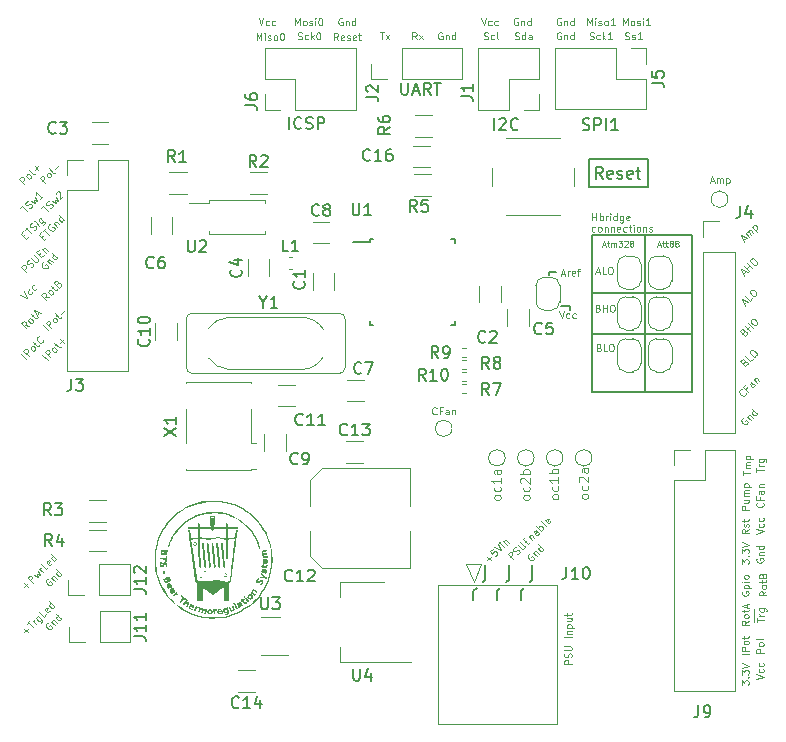
<source format=gbr>
%TF.GenerationSoftware,KiCad,Pcbnew,(6.0.1)*%
%TF.CreationDate,2022-01-20T11:15:22+01:00*%
%TF.ProjectId,LogicBoard_Avr,4c6f6769-6342-46f6-9172-645f4176722e,rev?*%
%TF.SameCoordinates,Original*%
%TF.FileFunction,Legend,Top*%
%TF.FilePolarity,Positive*%
%FSLAX46Y46*%
G04 Gerber Fmt 4.6, Leading zero omitted, Abs format (unit mm)*
G04 Created by KiCad (PCBNEW (6.0.1)) date 2022-01-20 11:15:22*
%MOMM*%
%LPD*%
G01*
G04 APERTURE LIST*
%ADD10C,0.150000*%
%ADD11C,0.100000*%
%ADD12C,0.120000*%
G04 APERTURE END LIST*
D10*
X165300000Y-94450000D02*
X173650000Y-94450000D01*
X169700000Y-86050000D02*
X169700000Y-99250000D01*
X161600000Y-89400000D02*
X161600000Y-89200000D01*
X157200000Y-116200000D02*
X157500000Y-115900000D01*
X158200000Y-115200000D02*
X158000000Y-115400000D01*
X165000000Y-79600000D02*
X170000000Y-79600000D01*
X170000000Y-79600000D02*
X170000000Y-82000000D01*
X170000000Y-82000000D02*
X165000000Y-82000000D01*
X165000000Y-82000000D02*
X165000000Y-79600000D01*
X161600000Y-89200000D02*
X162200000Y-89200000D01*
X159200000Y-116200000D02*
X159200000Y-116950000D01*
X157200000Y-116200000D02*
X157200000Y-116950000D01*
X165250000Y-86000000D02*
X173700000Y-86000000D01*
X173700000Y-86000000D02*
X173700000Y-99300000D01*
X173700000Y-99300000D02*
X165250000Y-99300000D01*
X165250000Y-99300000D02*
X165250000Y-86000000D01*
X158200000Y-113950000D02*
X158200000Y-115200000D01*
X156200000Y-113950000D02*
X156200000Y-115200000D01*
X159200000Y-116200000D02*
X159500000Y-115900000D01*
X155200000Y-116200000D02*
X155500000Y-115900000D01*
X163400000Y-92000000D02*
X163400000Y-92400000D01*
X160200000Y-115200000D02*
X160000000Y-115400000D01*
X155200000Y-116200000D02*
X155200000Y-116950000D01*
D11*
X179000000Y-118825000D02*
X179000000Y-117675000D01*
D10*
X156200000Y-115200000D02*
X156000000Y-115400000D01*
X162600000Y-92000000D02*
X163400000Y-92000000D01*
X165250000Y-90900000D02*
X173700000Y-90900000D01*
X160200000Y-114000000D02*
X160200000Y-115200000D01*
D11*
X179171428Y-111327857D02*
X179771428Y-111127857D01*
X179171428Y-110927857D01*
X179742857Y-110470714D02*
X179771428Y-110527857D01*
X179771428Y-110642142D01*
X179742857Y-110699285D01*
X179714285Y-110727857D01*
X179657142Y-110756428D01*
X179485714Y-110756428D01*
X179428571Y-110727857D01*
X179400000Y-110699285D01*
X179371428Y-110642142D01*
X179371428Y-110527857D01*
X179400000Y-110470714D01*
X179742857Y-109956428D02*
X179771428Y-110013571D01*
X179771428Y-110127857D01*
X179742857Y-110185000D01*
X179714285Y-110213571D01*
X179657142Y-110242142D01*
X179485714Y-110242142D01*
X179428571Y-110213571D01*
X179400000Y-110185000D01*
X179371428Y-110127857D01*
X179371428Y-110013571D01*
X179400000Y-109956428D01*
X116854032Y-83731296D02*
X117096469Y-83488860D01*
X117399515Y-84034342D02*
X116975251Y-83610078D01*
X117621748Y-83771702D02*
X117702561Y-83731296D01*
X117803576Y-83630281D01*
X117823779Y-83569672D01*
X117823779Y-83529266D01*
X117803576Y-83468657D01*
X117763170Y-83428251D01*
X117702561Y-83408048D01*
X117662154Y-83408048D01*
X117601545Y-83428251D01*
X117500530Y-83488860D01*
X117439921Y-83509063D01*
X117399515Y-83509063D01*
X117338906Y-83488860D01*
X117298500Y-83448454D01*
X117278297Y-83387845D01*
X117278297Y-83347438D01*
X117298500Y-83286829D01*
X117399515Y-83185814D01*
X117480327Y-83145408D01*
X117742967Y-83125205D02*
X118106622Y-83327235D01*
X117985403Y-83044393D01*
X118268246Y-83165611D01*
X118066216Y-82801956D01*
X118732916Y-82700941D02*
X118490480Y-82943377D01*
X118611698Y-82822159D02*
X118187434Y-82397895D01*
X118207637Y-82498910D01*
X118207637Y-82579722D01*
X118187434Y-82640332D01*
D10*
X156973809Y-77152380D02*
X156973809Y-76152380D01*
X157402380Y-76247619D02*
X157450000Y-76200000D01*
X157545238Y-76152380D01*
X157783333Y-76152380D01*
X157878571Y-76200000D01*
X157926190Y-76247619D01*
X157973809Y-76342857D01*
X157973809Y-76438095D01*
X157926190Y-76580952D01*
X157354761Y-77152380D01*
X157973809Y-77152380D01*
X158973809Y-77057142D02*
X158926190Y-77104761D01*
X158783333Y-77152380D01*
X158688095Y-77152380D01*
X158545238Y-77104761D01*
X158450000Y-77009523D01*
X158402380Y-76914285D01*
X158354761Y-76723809D01*
X158354761Y-76580952D01*
X158402380Y-76390476D01*
X158450000Y-76295238D01*
X158545238Y-76200000D01*
X158688095Y-76152380D01*
X158783333Y-76152380D01*
X158926190Y-76200000D01*
X158973809Y-76247619D01*
D11*
X162642857Y-89300000D02*
X162928571Y-89300000D01*
X162585714Y-89471428D02*
X162785714Y-88871428D01*
X162985714Y-89471428D01*
X163185714Y-89471428D02*
X163185714Y-89071428D01*
X163185714Y-89185714D02*
X163214285Y-89128571D01*
X163242857Y-89100000D01*
X163300000Y-89071428D01*
X163357142Y-89071428D01*
X163785714Y-89442857D02*
X163728571Y-89471428D01*
X163614285Y-89471428D01*
X163557142Y-89442857D01*
X163528571Y-89385714D01*
X163528571Y-89157142D01*
X163557142Y-89100000D01*
X163614285Y-89071428D01*
X163728571Y-89071428D01*
X163785714Y-89100000D01*
X163814285Y-89157142D01*
X163814285Y-89214285D01*
X163528571Y-89271428D01*
X163985714Y-89071428D02*
X164214285Y-89071428D01*
X164071428Y-89471428D02*
X164071428Y-88957142D01*
X164100000Y-88900000D01*
X164157142Y-88871428D01*
X164214285Y-88871428D01*
X156377281Y-113583327D02*
X156700530Y-113260078D01*
X156700530Y-113583327D02*
X156377281Y-113260078D01*
X156841951Y-112593377D02*
X156639921Y-112795408D01*
X156821748Y-113017641D01*
X156821748Y-112977235D01*
X156841951Y-112916626D01*
X156942967Y-112815611D01*
X157003576Y-112795408D01*
X157043982Y-112795408D01*
X157104591Y-112815611D01*
X157205606Y-112916626D01*
X157225809Y-112977235D01*
X157225809Y-113017641D01*
X157205606Y-113078251D01*
X157104591Y-113179266D01*
X157043982Y-113199469D01*
X157003576Y-113199469D01*
X156983373Y-112451956D02*
X157549058Y-112734799D01*
X157266216Y-112169113D01*
X157831901Y-112451956D02*
X157549058Y-112169113D01*
X157407637Y-112027692D02*
X157407637Y-112068098D01*
X157448043Y-112068098D01*
X157448043Y-112027692D01*
X157407637Y-112027692D01*
X157448043Y-112068098D01*
X157751089Y-111967083D02*
X158033931Y-112249926D01*
X157791495Y-112007489D02*
X157791495Y-111967083D01*
X157811698Y-111906474D01*
X157872307Y-111845865D01*
X157932916Y-111825661D01*
X157993525Y-111845865D01*
X158215759Y-112068098D01*
X163521428Y-122364285D02*
X162921428Y-122364285D01*
X162921428Y-122135714D01*
X162950000Y-122078571D01*
X162978571Y-122050000D01*
X163035714Y-122021428D01*
X163121428Y-122021428D01*
X163178571Y-122050000D01*
X163207142Y-122078571D01*
X163235714Y-122135714D01*
X163235714Y-122364285D01*
X163492857Y-121792857D02*
X163521428Y-121707142D01*
X163521428Y-121564285D01*
X163492857Y-121507142D01*
X163464285Y-121478571D01*
X163407142Y-121450000D01*
X163350000Y-121450000D01*
X163292857Y-121478571D01*
X163264285Y-121507142D01*
X163235714Y-121564285D01*
X163207142Y-121678571D01*
X163178571Y-121735714D01*
X163150000Y-121764285D01*
X163092857Y-121792857D01*
X163035714Y-121792857D01*
X162978571Y-121764285D01*
X162950000Y-121735714D01*
X162921428Y-121678571D01*
X162921428Y-121535714D01*
X162950000Y-121450000D01*
X162921428Y-121192857D02*
X163407142Y-121192857D01*
X163464285Y-121164285D01*
X163492857Y-121135714D01*
X163521428Y-121078571D01*
X163521428Y-120964285D01*
X163492857Y-120907142D01*
X163464285Y-120878571D01*
X163407142Y-120850000D01*
X162921428Y-120850000D01*
X163521428Y-120107142D02*
X162921428Y-120107142D01*
X163121428Y-119821428D02*
X163521428Y-119821428D01*
X163178571Y-119821428D02*
X163150000Y-119792857D01*
X163121428Y-119735714D01*
X163121428Y-119650000D01*
X163150000Y-119592857D01*
X163207142Y-119564285D01*
X163521428Y-119564285D01*
X163121428Y-119278571D02*
X163721428Y-119278571D01*
X163150000Y-119278571D02*
X163121428Y-119221428D01*
X163121428Y-119107142D01*
X163150000Y-119050000D01*
X163178571Y-119021428D01*
X163235714Y-118992857D01*
X163407142Y-118992857D01*
X163464285Y-119021428D01*
X163492857Y-119050000D01*
X163521428Y-119107142D01*
X163521428Y-119221428D01*
X163492857Y-119278571D01*
X163121428Y-118478571D02*
X163521428Y-118478571D01*
X163121428Y-118735714D02*
X163435714Y-118735714D01*
X163492857Y-118707142D01*
X163521428Y-118650000D01*
X163521428Y-118564285D01*
X163492857Y-118507142D01*
X163464285Y-118478571D01*
X163121428Y-118278571D02*
X163121428Y-118050000D01*
X162921428Y-118192857D02*
X163435714Y-118192857D01*
X163492857Y-118164285D01*
X163521428Y-118107142D01*
X163521428Y-118050000D01*
X177921428Y-113849285D02*
X177921428Y-113477857D01*
X178150000Y-113677857D01*
X178150000Y-113592142D01*
X178178571Y-113535000D01*
X178207142Y-113506428D01*
X178264285Y-113477857D01*
X178407142Y-113477857D01*
X178464285Y-113506428D01*
X178492857Y-113535000D01*
X178521428Y-113592142D01*
X178521428Y-113763571D01*
X178492857Y-113820714D01*
X178464285Y-113849285D01*
X178464285Y-113220714D02*
X178492857Y-113192142D01*
X178521428Y-113220714D01*
X178492857Y-113249285D01*
X178464285Y-113220714D01*
X178521428Y-113220714D01*
X177921428Y-112992142D02*
X177921428Y-112620714D01*
X178150000Y-112820714D01*
X178150000Y-112735000D01*
X178178571Y-112677857D01*
X178207142Y-112649285D01*
X178264285Y-112620714D01*
X178407142Y-112620714D01*
X178464285Y-112649285D01*
X178492857Y-112677857D01*
X178521428Y-112735000D01*
X178521428Y-112906428D01*
X178492857Y-112963571D01*
X178464285Y-112992142D01*
X177921428Y-112449285D02*
X178521428Y-112249285D01*
X177921428Y-112049285D01*
X179771428Y-121392142D02*
X179171428Y-121392142D01*
X179171428Y-121163571D01*
X179200000Y-121106428D01*
X179228571Y-121077857D01*
X179285714Y-121049285D01*
X179371428Y-121049285D01*
X179428571Y-121077857D01*
X179457142Y-121106428D01*
X179485714Y-121163571D01*
X179485714Y-121392142D01*
X179771428Y-120706428D02*
X179742857Y-120763571D01*
X179714285Y-120792142D01*
X179657142Y-120820714D01*
X179485714Y-120820714D01*
X179428571Y-120792142D01*
X179400000Y-120763571D01*
X179371428Y-120706428D01*
X179371428Y-120620714D01*
X179400000Y-120563571D01*
X179428571Y-120535000D01*
X179485714Y-120506428D01*
X179657142Y-120506428D01*
X179714285Y-120535000D01*
X179742857Y-120563571D01*
X179771428Y-120620714D01*
X179771428Y-120706428D01*
X179771428Y-120163571D02*
X179742857Y-120220714D01*
X179685714Y-120249285D01*
X179171428Y-120249285D01*
X158538906Y-113494951D02*
X158114642Y-113070687D01*
X158276266Y-112909063D01*
X158336875Y-112888860D01*
X158377281Y-112888860D01*
X158437890Y-112909063D01*
X158498500Y-112969672D01*
X158518703Y-113030281D01*
X158518703Y-113070687D01*
X158498500Y-113131296D01*
X158336875Y-113292921D01*
X158922764Y-113070687D02*
X159003576Y-113030281D01*
X159104591Y-112929266D01*
X159124794Y-112868657D01*
X159124794Y-112828251D01*
X159104591Y-112767641D01*
X159064185Y-112727235D01*
X159003576Y-112707032D01*
X158963170Y-112707032D01*
X158902561Y-112727235D01*
X158801545Y-112787845D01*
X158740936Y-112808048D01*
X158700530Y-112808048D01*
X158639921Y-112787845D01*
X158599515Y-112747438D01*
X158579312Y-112686829D01*
X158579312Y-112646423D01*
X158599515Y-112585814D01*
X158700530Y-112484799D01*
X158781342Y-112444393D01*
X158942967Y-112242362D02*
X159286419Y-112585814D01*
X159347028Y-112606017D01*
X159387434Y-112606017D01*
X159448043Y-112585814D01*
X159528855Y-112505002D01*
X159549058Y-112444393D01*
X159549058Y-112403987D01*
X159528855Y-112343377D01*
X159185403Y-111999926D01*
X159589464Y-111999926D02*
X159730886Y-111858504D01*
X160013728Y-112020129D02*
X159811698Y-112222159D01*
X159387434Y-111797895D01*
X159589464Y-111595865D01*
X159912713Y-111555458D02*
X160195556Y-111838301D01*
X159953119Y-111595865D02*
X159953119Y-111555458D01*
X159973322Y-111494849D01*
X160033931Y-111434240D01*
X160094541Y-111414037D01*
X160155150Y-111434240D01*
X160377383Y-111656474D01*
X160761241Y-111272616D02*
X160539008Y-111050382D01*
X160478399Y-111030179D01*
X160417789Y-111050382D01*
X160336977Y-111131194D01*
X160316774Y-111191803D01*
X160741038Y-111252413D02*
X160720835Y-111313022D01*
X160619820Y-111414037D01*
X160559211Y-111434240D01*
X160498602Y-111414037D01*
X160458196Y-111373631D01*
X160437992Y-111313022D01*
X160458196Y-111252413D01*
X160559211Y-111151397D01*
X160579414Y-111090788D01*
X160963272Y-111070585D02*
X160539008Y-110646321D01*
X160700632Y-110807946D02*
X160720835Y-110747336D01*
X160801647Y-110666524D01*
X160862257Y-110646321D01*
X160902663Y-110646321D01*
X160963272Y-110666524D01*
X161084490Y-110787742D01*
X161104693Y-110848352D01*
X161104693Y-110888758D01*
X161084490Y-110949367D01*
X161003678Y-111030179D01*
X160943069Y-111050382D01*
X161407739Y-110626118D02*
X161347130Y-110646321D01*
X161286521Y-110626118D01*
X160922866Y-110262463D01*
X161710785Y-110282666D02*
X161690582Y-110343275D01*
X161609769Y-110424088D01*
X161549160Y-110444291D01*
X161488551Y-110424088D01*
X161326927Y-110262463D01*
X161306724Y-110201854D01*
X161326927Y-110141245D01*
X161407739Y-110060433D01*
X161468348Y-110040230D01*
X161528957Y-110060433D01*
X161569363Y-110100839D01*
X161407739Y-110343275D01*
X117338906Y-96494951D02*
X116914642Y-96070687D01*
X117540936Y-96292921D02*
X117116672Y-95868657D01*
X117278297Y-95707032D01*
X117338906Y-95686829D01*
X117379312Y-95686829D01*
X117439921Y-95707032D01*
X117500530Y-95767641D01*
X117520733Y-95828251D01*
X117520733Y-95868657D01*
X117500530Y-95929266D01*
X117338906Y-96090890D01*
X118025809Y-95808048D02*
X117965200Y-95828251D01*
X117924794Y-95828251D01*
X117864185Y-95808048D01*
X117742967Y-95686829D01*
X117722764Y-95626220D01*
X117722764Y-95585814D01*
X117742967Y-95525205D01*
X117803576Y-95464596D01*
X117864185Y-95444393D01*
X117904591Y-95444393D01*
X117965200Y-95464596D01*
X118086419Y-95585814D01*
X118106622Y-95646423D01*
X118106622Y-95686829D01*
X118086419Y-95747438D01*
X118025809Y-95808048D01*
X118005606Y-95262565D02*
X118167231Y-95100941D01*
X117924794Y-95060535D02*
X118288449Y-95424190D01*
X118349058Y-95444393D01*
X118409667Y-95424190D01*
X118450073Y-95383783D01*
X118793525Y-94959519D02*
X118793525Y-94999926D01*
X118753119Y-95080738D01*
X118712713Y-95121144D01*
X118631901Y-95161550D01*
X118551089Y-95161550D01*
X118490480Y-95141347D01*
X118389464Y-95080738D01*
X118328855Y-95020129D01*
X118268246Y-94919113D01*
X118248043Y-94858504D01*
X118248043Y-94777692D01*
X118288449Y-94696880D01*
X118328855Y-94656474D01*
X118409667Y-94616068D01*
X118450073Y-94616068D01*
X144114285Y-67700000D02*
X144057142Y-67671428D01*
X143971428Y-67671428D01*
X143885714Y-67700000D01*
X143828571Y-67757142D01*
X143800000Y-67814285D01*
X143771428Y-67928571D01*
X143771428Y-68014285D01*
X143800000Y-68128571D01*
X143828571Y-68185714D01*
X143885714Y-68242857D01*
X143971428Y-68271428D01*
X144028571Y-68271428D01*
X144114285Y-68242857D01*
X144142857Y-68214285D01*
X144142857Y-68014285D01*
X144028571Y-68014285D01*
X144400000Y-67871428D02*
X144400000Y-68271428D01*
X144400000Y-67928571D02*
X144428571Y-67900000D01*
X144485714Y-67871428D01*
X144571428Y-67871428D01*
X144628571Y-67900000D01*
X144657142Y-67957142D01*
X144657142Y-68271428D01*
X145200000Y-68271428D02*
X145200000Y-67671428D01*
X145200000Y-68242857D02*
X145142857Y-68271428D01*
X145028571Y-68271428D01*
X144971428Y-68242857D01*
X144942857Y-68214285D01*
X144914285Y-68157142D01*
X144914285Y-67985714D01*
X144942857Y-67928571D01*
X144971428Y-67900000D01*
X145028571Y-67871428D01*
X145142857Y-67871428D01*
X145200000Y-67900000D01*
X162411904Y-108242857D02*
X162373809Y-108319047D01*
X162335714Y-108357142D01*
X162259523Y-108395238D01*
X162030952Y-108395238D01*
X161954761Y-108357142D01*
X161916666Y-108319047D01*
X161878571Y-108242857D01*
X161878571Y-108128571D01*
X161916666Y-108052380D01*
X161954761Y-108014285D01*
X162030952Y-107976190D01*
X162259523Y-107976190D01*
X162335714Y-108014285D01*
X162373809Y-108052380D01*
X162411904Y-108128571D01*
X162411904Y-108242857D01*
X162373809Y-107290476D02*
X162411904Y-107366666D01*
X162411904Y-107519047D01*
X162373809Y-107595238D01*
X162335714Y-107633333D01*
X162259523Y-107671428D01*
X162030952Y-107671428D01*
X161954761Y-107633333D01*
X161916666Y-107595238D01*
X161878571Y-107519047D01*
X161878571Y-107366666D01*
X161916666Y-107290476D01*
X162411904Y-106528571D02*
X162411904Y-106985714D01*
X162411904Y-106757142D02*
X161611904Y-106757142D01*
X161726190Y-106833333D01*
X161802380Y-106909523D01*
X161840476Y-106985714D01*
X162411904Y-106185714D02*
X161611904Y-106185714D01*
X161916666Y-106185714D02*
X161878571Y-106109523D01*
X161878571Y-105957142D01*
X161916666Y-105880952D01*
X161954761Y-105842857D01*
X162030952Y-105804761D01*
X162259523Y-105804761D01*
X162335714Y-105842857D01*
X162373809Y-105880952D01*
X162411904Y-105957142D01*
X162411904Y-106109523D01*
X162373809Y-106185714D01*
X178267157Y-99435888D02*
X178267157Y-99476294D01*
X178226751Y-99557106D01*
X178186345Y-99597512D01*
X178105532Y-99637918D01*
X178024720Y-99637918D01*
X177964111Y-99617715D01*
X177863096Y-99557106D01*
X177802487Y-99496497D01*
X177741877Y-99395482D01*
X177721674Y-99334873D01*
X177721674Y-99254061D01*
X177762081Y-99173248D01*
X177802487Y-99132842D01*
X177883299Y-99092436D01*
X177923705Y-99092436D01*
X178408578Y-98930812D02*
X178267157Y-99072233D01*
X178489390Y-99294467D02*
X178065126Y-98870203D01*
X178267157Y-98668172D01*
X179034873Y-98748984D02*
X178812639Y-98526751D01*
X178752030Y-98506548D01*
X178691421Y-98526751D01*
X178610609Y-98607563D01*
X178590406Y-98668172D01*
X179014670Y-98728781D02*
X178994467Y-98789390D01*
X178893451Y-98890406D01*
X178832842Y-98910609D01*
X178772233Y-98890406D01*
X178731827Y-98850000D01*
X178711624Y-98789390D01*
X178731827Y-98728781D01*
X178832842Y-98627766D01*
X178853045Y-98567157D01*
X178954061Y-98264111D02*
X179236903Y-98546954D01*
X178994467Y-98304517D02*
X178994467Y-98264111D01*
X179014670Y-98203502D01*
X179075279Y-98142893D01*
X179135888Y-98122690D01*
X179196497Y-98142893D01*
X179418731Y-98365126D01*
X178065126Y-101510609D02*
X178004517Y-101530812D01*
X177943908Y-101591421D01*
X177903502Y-101672233D01*
X177903502Y-101753045D01*
X177923705Y-101813654D01*
X177984314Y-101914670D01*
X178044923Y-101975279D01*
X178145938Y-102035888D01*
X178206548Y-102056091D01*
X178287360Y-102056091D01*
X178368172Y-102015685D01*
X178408578Y-101975279D01*
X178448984Y-101894467D01*
X178448984Y-101854061D01*
X178307563Y-101712639D01*
X178226751Y-101793451D01*
X178388375Y-101429796D02*
X178671218Y-101712639D01*
X178428781Y-101470203D02*
X178428781Y-101429796D01*
X178448984Y-101369187D01*
X178509593Y-101308578D01*
X178570203Y-101288375D01*
X178630812Y-101308578D01*
X178853045Y-101530812D01*
X179236903Y-101146954D02*
X178812639Y-100722690D01*
X179216700Y-101126751D02*
X179196497Y-101187360D01*
X179115685Y-101268172D01*
X179055076Y-101288375D01*
X179014670Y-101288375D01*
X178954061Y-101268172D01*
X178832842Y-101146954D01*
X178812639Y-101086345D01*
X178812639Y-101045938D01*
X178832842Y-100985329D01*
X178913654Y-100904517D01*
X178974264Y-100884314D01*
X170819047Y-86883333D02*
X171057142Y-86883333D01*
X170771428Y-87026190D02*
X170938095Y-86526190D01*
X171104761Y-87026190D01*
X171200000Y-86692857D02*
X171390476Y-86692857D01*
X171271428Y-86526190D02*
X171271428Y-86954761D01*
X171295238Y-87002380D01*
X171342857Y-87026190D01*
X171390476Y-87026190D01*
X171485714Y-86692857D02*
X171676190Y-86692857D01*
X171557142Y-86526190D02*
X171557142Y-86954761D01*
X171580952Y-87002380D01*
X171628571Y-87026190D01*
X171676190Y-87026190D01*
X171914285Y-86740476D02*
X171866666Y-86716666D01*
X171842857Y-86692857D01*
X171819047Y-86645238D01*
X171819047Y-86621428D01*
X171842857Y-86573809D01*
X171866666Y-86550000D01*
X171914285Y-86526190D01*
X172009523Y-86526190D01*
X172057142Y-86550000D01*
X172080952Y-86573809D01*
X172104761Y-86621428D01*
X172104761Y-86645238D01*
X172080952Y-86692857D01*
X172057142Y-86716666D01*
X172009523Y-86740476D01*
X171914285Y-86740476D01*
X171866666Y-86764285D01*
X171842857Y-86788095D01*
X171819047Y-86835714D01*
X171819047Y-86930952D01*
X171842857Y-86978571D01*
X171866666Y-87002380D01*
X171914285Y-87026190D01*
X172009523Y-87026190D01*
X172057142Y-87002380D01*
X172080952Y-86978571D01*
X172104761Y-86930952D01*
X172104761Y-86835714D01*
X172080952Y-86788095D01*
X172057142Y-86764285D01*
X172009523Y-86740476D01*
X172390476Y-86740476D02*
X172342857Y-86716666D01*
X172319047Y-86692857D01*
X172295238Y-86645238D01*
X172295238Y-86621428D01*
X172319047Y-86573809D01*
X172342857Y-86550000D01*
X172390476Y-86526190D01*
X172485714Y-86526190D01*
X172533333Y-86550000D01*
X172557142Y-86573809D01*
X172580952Y-86621428D01*
X172580952Y-86645238D01*
X172557142Y-86692857D01*
X172533333Y-86716666D01*
X172485714Y-86740476D01*
X172390476Y-86740476D01*
X172342857Y-86764285D01*
X172319047Y-86788095D01*
X172295238Y-86835714D01*
X172295238Y-86930952D01*
X172319047Y-86978571D01*
X172342857Y-87002380D01*
X172390476Y-87026190D01*
X172485714Y-87026190D01*
X172533333Y-87002380D01*
X172557142Y-86978571D01*
X172580952Y-86930952D01*
X172580952Y-86835714D01*
X172557142Y-86788095D01*
X172533333Y-86764285D01*
X172485714Y-86740476D01*
X179232037Y-118802857D02*
X179232037Y-118460000D01*
X179832037Y-118631428D02*
X179232037Y-118631428D01*
X179832037Y-118260000D02*
X179432037Y-118260000D01*
X179546323Y-118260000D02*
X179489180Y-118231428D01*
X179460609Y-118202857D01*
X179432037Y-118145714D01*
X179432037Y-118088571D01*
X179432037Y-117631428D02*
X179917751Y-117631428D01*
X179974894Y-117660000D01*
X180003466Y-117688571D01*
X180032037Y-117745714D01*
X180032037Y-117831428D01*
X180003466Y-117888571D01*
X179803466Y-117631428D02*
X179832037Y-117688571D01*
X179832037Y-117802857D01*
X179803466Y-117860000D01*
X179774894Y-117888571D01*
X179717751Y-117917142D01*
X179546323Y-117917142D01*
X179489180Y-117888571D01*
X179460609Y-117860000D01*
X179432037Y-117802857D01*
X179432037Y-117688571D01*
X179460609Y-117631428D01*
X140107142Y-68271428D02*
X140107142Y-67671428D01*
X140307142Y-68100000D01*
X140507142Y-67671428D01*
X140507142Y-68271428D01*
X140878571Y-68271428D02*
X140821428Y-68242857D01*
X140792857Y-68214285D01*
X140764285Y-68157142D01*
X140764285Y-67985714D01*
X140792857Y-67928571D01*
X140821428Y-67900000D01*
X140878571Y-67871428D01*
X140964285Y-67871428D01*
X141021428Y-67900000D01*
X141050000Y-67928571D01*
X141078571Y-67985714D01*
X141078571Y-68157142D01*
X141050000Y-68214285D01*
X141021428Y-68242857D01*
X140964285Y-68271428D01*
X140878571Y-68271428D01*
X141307142Y-68242857D02*
X141364285Y-68271428D01*
X141478571Y-68271428D01*
X141535714Y-68242857D01*
X141564285Y-68185714D01*
X141564285Y-68157142D01*
X141535714Y-68100000D01*
X141478571Y-68071428D01*
X141392857Y-68071428D01*
X141335714Y-68042857D01*
X141307142Y-67985714D01*
X141307142Y-67957142D01*
X141335714Y-67900000D01*
X141392857Y-67871428D01*
X141478571Y-67871428D01*
X141535714Y-67900000D01*
X141821428Y-68271428D02*
X141821428Y-67871428D01*
X141821428Y-67671428D02*
X141792857Y-67700000D01*
X141821428Y-67728571D01*
X141850000Y-67700000D01*
X141821428Y-67671428D01*
X141821428Y-67728571D01*
X142221428Y-67671428D02*
X142278571Y-67671428D01*
X142335714Y-67700000D01*
X142364285Y-67728571D01*
X142392857Y-67785714D01*
X142421428Y-67900000D01*
X142421428Y-68042857D01*
X142392857Y-68157142D01*
X142364285Y-68214285D01*
X142335714Y-68242857D01*
X142278571Y-68271428D01*
X142221428Y-68271428D01*
X142164285Y-68242857D01*
X142135714Y-68214285D01*
X142107142Y-68157142D01*
X142078571Y-68042857D01*
X142078571Y-67900000D01*
X142107142Y-67785714D01*
X142135714Y-67728571D01*
X142164285Y-67700000D01*
X142221428Y-67671428D01*
X119157078Y-118868657D02*
X119096469Y-118888860D01*
X119035860Y-118949469D01*
X118995454Y-119030281D01*
X118995454Y-119111093D01*
X119015657Y-119171702D01*
X119076266Y-119272718D01*
X119136875Y-119333327D01*
X119237890Y-119393936D01*
X119298500Y-119414139D01*
X119379312Y-119414139D01*
X119460124Y-119373733D01*
X119500530Y-119333327D01*
X119540936Y-119252515D01*
X119540936Y-119212109D01*
X119399515Y-119070687D01*
X119318703Y-119151499D01*
X119480327Y-118787845D02*
X119763170Y-119070687D01*
X119520733Y-118828251D02*
X119520733Y-118787845D01*
X119540936Y-118727235D01*
X119601545Y-118666626D01*
X119662154Y-118646423D01*
X119722764Y-118666626D01*
X119944997Y-118888860D01*
X120328855Y-118505002D02*
X119904591Y-118080738D01*
X120308652Y-118484799D02*
X120288449Y-118545408D01*
X120207637Y-118626220D01*
X120147028Y-118646423D01*
X120106622Y-118646423D01*
X120046012Y-118626220D01*
X119924794Y-118505002D01*
X119904591Y-118444393D01*
X119904591Y-118403987D01*
X119924794Y-118343377D01*
X120005606Y-118262565D01*
X120066216Y-118242362D01*
X117177281Y-119683327D02*
X117500530Y-119360078D01*
X117500530Y-119683327D02*
X117177281Y-119360078D01*
X117379312Y-118956017D02*
X117621748Y-118713580D01*
X117924794Y-119259063D02*
X117500530Y-118834799D01*
X118187434Y-118996423D02*
X117904591Y-118713580D01*
X117985403Y-118794393D02*
X117965200Y-118733783D01*
X117965200Y-118693377D01*
X117985403Y-118632768D01*
X118025809Y-118592362D01*
X118349058Y-118269113D02*
X118692510Y-118612565D01*
X118712713Y-118673174D01*
X118712713Y-118713580D01*
X118692510Y-118774190D01*
X118631901Y-118834799D01*
X118571292Y-118855002D01*
X118611698Y-118531753D02*
X118591495Y-118592362D01*
X118510683Y-118673174D01*
X118450073Y-118693377D01*
X118409667Y-118693377D01*
X118349058Y-118673174D01*
X118227840Y-118551956D01*
X118207637Y-118491347D01*
X118207637Y-118450941D01*
X118227840Y-118390332D01*
X118308652Y-118309519D01*
X118369261Y-118289316D01*
X119035962Y-118147895D02*
X118833931Y-118349926D01*
X118409667Y-117925661D01*
X119318805Y-117824646D02*
X119298602Y-117885255D01*
X119217789Y-117966068D01*
X119157180Y-117986271D01*
X119096571Y-117966068D01*
X118934947Y-117804443D01*
X118914744Y-117743834D01*
X118934947Y-117683225D01*
X119015759Y-117602413D01*
X119076368Y-117582210D01*
X119136977Y-117602413D01*
X119177383Y-117642819D01*
X119015759Y-117885255D01*
X119722866Y-117460991D02*
X119298602Y-117036727D01*
X119702663Y-117440788D02*
X119682460Y-117501397D01*
X119601647Y-117582210D01*
X119541038Y-117602413D01*
X119500632Y-117602413D01*
X119440023Y-117582210D01*
X119318805Y-117460991D01*
X119298602Y-117400382D01*
X119298602Y-117359976D01*
X119318805Y-117299367D01*
X119399617Y-117218555D01*
X119460226Y-117198352D01*
X165600000Y-89150000D02*
X165885714Y-89150000D01*
X165542857Y-89321428D02*
X165742857Y-88721428D01*
X165942857Y-89321428D01*
X166428571Y-89321428D02*
X166142857Y-89321428D01*
X166142857Y-88721428D01*
X166742857Y-88721428D02*
X166857142Y-88721428D01*
X166914285Y-88750000D01*
X166971428Y-88807142D01*
X167000000Y-88921428D01*
X167000000Y-89121428D01*
X166971428Y-89235714D01*
X166914285Y-89292857D01*
X166857142Y-89321428D01*
X166742857Y-89321428D01*
X166685714Y-89292857D01*
X166628571Y-89235714D01*
X166600000Y-89121428D01*
X166600000Y-88921428D01*
X166628571Y-88807142D01*
X166685714Y-88750000D01*
X166742857Y-88721428D01*
X158964285Y-67700000D02*
X158907142Y-67671428D01*
X158821428Y-67671428D01*
X158735714Y-67700000D01*
X158678571Y-67757142D01*
X158650000Y-67814285D01*
X158621428Y-67928571D01*
X158621428Y-68014285D01*
X158650000Y-68128571D01*
X158678571Y-68185714D01*
X158735714Y-68242857D01*
X158821428Y-68271428D01*
X158878571Y-68271428D01*
X158964285Y-68242857D01*
X158992857Y-68214285D01*
X158992857Y-68014285D01*
X158878571Y-68014285D01*
X159250000Y-67871428D02*
X159250000Y-68271428D01*
X159250000Y-67928571D02*
X159278571Y-67900000D01*
X159335714Y-67871428D01*
X159421428Y-67871428D01*
X159478571Y-67900000D01*
X159507142Y-67957142D01*
X159507142Y-68271428D01*
X160050000Y-68271428D02*
X160050000Y-67671428D01*
X160050000Y-68242857D02*
X159992857Y-68271428D01*
X159878571Y-68271428D01*
X159821428Y-68242857D01*
X159792857Y-68214285D01*
X159764285Y-68157142D01*
X159764285Y-67985714D01*
X159792857Y-67928571D01*
X159821428Y-67900000D01*
X159878571Y-67871428D01*
X159992857Y-67871428D01*
X160050000Y-67900000D01*
X157511904Y-108302380D02*
X157473809Y-108378571D01*
X157435714Y-108416666D01*
X157359523Y-108454761D01*
X157130952Y-108454761D01*
X157054761Y-108416666D01*
X157016666Y-108378571D01*
X156978571Y-108302380D01*
X156978571Y-108188095D01*
X157016666Y-108111904D01*
X157054761Y-108073809D01*
X157130952Y-108035714D01*
X157359523Y-108035714D01*
X157435714Y-108073809D01*
X157473809Y-108111904D01*
X157511904Y-108188095D01*
X157511904Y-108302380D01*
X157473809Y-107350000D02*
X157511904Y-107426190D01*
X157511904Y-107578571D01*
X157473809Y-107654761D01*
X157435714Y-107692857D01*
X157359523Y-107730952D01*
X157130952Y-107730952D01*
X157054761Y-107692857D01*
X157016666Y-107654761D01*
X156978571Y-107578571D01*
X156978571Y-107426190D01*
X157016666Y-107350000D01*
X157511904Y-106588095D02*
X157511904Y-107045238D01*
X157511904Y-106816666D02*
X156711904Y-106816666D01*
X156826190Y-106892857D01*
X156902380Y-106969047D01*
X156940476Y-107045238D01*
X157511904Y-105902380D02*
X157092857Y-105902380D01*
X157016666Y-105940476D01*
X156978571Y-106016666D01*
X156978571Y-106169047D01*
X157016666Y-106245238D01*
X157473809Y-105902380D02*
X157511904Y-105978571D01*
X157511904Y-106169047D01*
X157473809Y-106245238D01*
X157397619Y-106283333D01*
X157321428Y-106283333D01*
X157245238Y-106245238D01*
X157207142Y-106169047D01*
X157207142Y-105978571D01*
X157169047Y-105902380D01*
X165257857Y-84788428D02*
X165257857Y-84188428D01*
X165257857Y-84474142D02*
X165600714Y-84474142D01*
X165600714Y-84788428D02*
X165600714Y-84188428D01*
X165886428Y-84788428D02*
X165886428Y-84188428D01*
X165886428Y-84417000D02*
X165943571Y-84388428D01*
X166057857Y-84388428D01*
X166115000Y-84417000D01*
X166143571Y-84445571D01*
X166172142Y-84502714D01*
X166172142Y-84674142D01*
X166143571Y-84731285D01*
X166115000Y-84759857D01*
X166057857Y-84788428D01*
X165943571Y-84788428D01*
X165886428Y-84759857D01*
X166429285Y-84788428D02*
X166429285Y-84388428D01*
X166429285Y-84502714D02*
X166457857Y-84445571D01*
X166486428Y-84417000D01*
X166543571Y-84388428D01*
X166600714Y-84388428D01*
X166800714Y-84788428D02*
X166800714Y-84388428D01*
X166800714Y-84188428D02*
X166772142Y-84217000D01*
X166800714Y-84245571D01*
X166829285Y-84217000D01*
X166800714Y-84188428D01*
X166800714Y-84245571D01*
X167343571Y-84788428D02*
X167343571Y-84188428D01*
X167343571Y-84759857D02*
X167286428Y-84788428D01*
X167172142Y-84788428D01*
X167115000Y-84759857D01*
X167086428Y-84731285D01*
X167057857Y-84674142D01*
X167057857Y-84502714D01*
X167086428Y-84445571D01*
X167115000Y-84417000D01*
X167172142Y-84388428D01*
X167286428Y-84388428D01*
X167343571Y-84417000D01*
X167886428Y-84388428D02*
X167886428Y-84874142D01*
X167857857Y-84931285D01*
X167829285Y-84959857D01*
X167772142Y-84988428D01*
X167686428Y-84988428D01*
X167629285Y-84959857D01*
X167886428Y-84759857D02*
X167829285Y-84788428D01*
X167715000Y-84788428D01*
X167657857Y-84759857D01*
X167629285Y-84731285D01*
X167600714Y-84674142D01*
X167600714Y-84502714D01*
X167629285Y-84445571D01*
X167657857Y-84417000D01*
X167715000Y-84388428D01*
X167829285Y-84388428D01*
X167886428Y-84417000D01*
X168400714Y-84759857D02*
X168343571Y-84788428D01*
X168229285Y-84788428D01*
X168172142Y-84759857D01*
X168143571Y-84702714D01*
X168143571Y-84474142D01*
X168172142Y-84417000D01*
X168229285Y-84388428D01*
X168343571Y-84388428D01*
X168400714Y-84417000D01*
X168429285Y-84474142D01*
X168429285Y-84531285D01*
X168143571Y-84588428D01*
X165515000Y-85725857D02*
X165457857Y-85754428D01*
X165343571Y-85754428D01*
X165286428Y-85725857D01*
X165257857Y-85697285D01*
X165229285Y-85640142D01*
X165229285Y-85468714D01*
X165257857Y-85411571D01*
X165286428Y-85383000D01*
X165343571Y-85354428D01*
X165457857Y-85354428D01*
X165515000Y-85383000D01*
X165857857Y-85754428D02*
X165800714Y-85725857D01*
X165772142Y-85697285D01*
X165743571Y-85640142D01*
X165743571Y-85468714D01*
X165772142Y-85411571D01*
X165800714Y-85383000D01*
X165857857Y-85354428D01*
X165943571Y-85354428D01*
X166000714Y-85383000D01*
X166029285Y-85411571D01*
X166057857Y-85468714D01*
X166057857Y-85640142D01*
X166029285Y-85697285D01*
X166000714Y-85725857D01*
X165943571Y-85754428D01*
X165857857Y-85754428D01*
X166315000Y-85354428D02*
X166315000Y-85754428D01*
X166315000Y-85411571D02*
X166343571Y-85383000D01*
X166400714Y-85354428D01*
X166486428Y-85354428D01*
X166543571Y-85383000D01*
X166572142Y-85440142D01*
X166572142Y-85754428D01*
X166857857Y-85354428D02*
X166857857Y-85754428D01*
X166857857Y-85411571D02*
X166886428Y-85383000D01*
X166943571Y-85354428D01*
X167029285Y-85354428D01*
X167086428Y-85383000D01*
X167115000Y-85440142D01*
X167115000Y-85754428D01*
X167629285Y-85725857D02*
X167572142Y-85754428D01*
X167457857Y-85754428D01*
X167400714Y-85725857D01*
X167372142Y-85668714D01*
X167372142Y-85440142D01*
X167400714Y-85383000D01*
X167457857Y-85354428D01*
X167572142Y-85354428D01*
X167629285Y-85383000D01*
X167657857Y-85440142D01*
X167657857Y-85497285D01*
X167372142Y-85554428D01*
X168172142Y-85725857D02*
X168115000Y-85754428D01*
X168000714Y-85754428D01*
X167943571Y-85725857D01*
X167915000Y-85697285D01*
X167886428Y-85640142D01*
X167886428Y-85468714D01*
X167915000Y-85411571D01*
X167943571Y-85383000D01*
X168000714Y-85354428D01*
X168115000Y-85354428D01*
X168172142Y-85383000D01*
X168343571Y-85354428D02*
X168572142Y-85354428D01*
X168429285Y-85154428D02*
X168429285Y-85668714D01*
X168457857Y-85725857D01*
X168515000Y-85754428D01*
X168572142Y-85754428D01*
X168772142Y-85754428D02*
X168772142Y-85354428D01*
X168772142Y-85154428D02*
X168743571Y-85183000D01*
X168772142Y-85211571D01*
X168800714Y-85183000D01*
X168772142Y-85154428D01*
X168772142Y-85211571D01*
X169143571Y-85754428D02*
X169086428Y-85725857D01*
X169057857Y-85697285D01*
X169029285Y-85640142D01*
X169029285Y-85468714D01*
X169057857Y-85411571D01*
X169086428Y-85383000D01*
X169143571Y-85354428D01*
X169229285Y-85354428D01*
X169286428Y-85383000D01*
X169315000Y-85411571D01*
X169343571Y-85468714D01*
X169343571Y-85640142D01*
X169315000Y-85697285D01*
X169286428Y-85725857D01*
X169229285Y-85754428D01*
X169143571Y-85754428D01*
X169600714Y-85354428D02*
X169600714Y-85754428D01*
X169600714Y-85411571D02*
X169629285Y-85383000D01*
X169686428Y-85354428D01*
X169772142Y-85354428D01*
X169829285Y-85383000D01*
X169857857Y-85440142D01*
X169857857Y-85754428D01*
X170115000Y-85725857D02*
X170172142Y-85754428D01*
X170286428Y-85754428D01*
X170343571Y-85725857D01*
X170372142Y-85668714D01*
X170372142Y-85640142D01*
X170343571Y-85583000D01*
X170286428Y-85554428D01*
X170200714Y-85554428D01*
X170143571Y-85525857D01*
X170115000Y-85468714D01*
X170115000Y-85440142D01*
X170143571Y-85383000D01*
X170200714Y-85354428D01*
X170286428Y-85354428D01*
X170343571Y-85383000D01*
X164857142Y-68271428D02*
X164857142Y-67671428D01*
X165057142Y-68100000D01*
X165257142Y-67671428D01*
X165257142Y-68271428D01*
X165542857Y-68271428D02*
X165542857Y-67871428D01*
X165542857Y-67671428D02*
X165514285Y-67700000D01*
X165542857Y-67728571D01*
X165571428Y-67700000D01*
X165542857Y-67671428D01*
X165542857Y-67728571D01*
X165800000Y-68242857D02*
X165857142Y-68271428D01*
X165971428Y-68271428D01*
X166028571Y-68242857D01*
X166057142Y-68185714D01*
X166057142Y-68157142D01*
X166028571Y-68100000D01*
X165971428Y-68071428D01*
X165885714Y-68071428D01*
X165828571Y-68042857D01*
X165800000Y-67985714D01*
X165800000Y-67957142D01*
X165828571Y-67900000D01*
X165885714Y-67871428D01*
X165971428Y-67871428D01*
X166028571Y-67900000D01*
X166400000Y-68271428D02*
X166342857Y-68242857D01*
X166314285Y-68214285D01*
X166285714Y-68157142D01*
X166285714Y-67985714D01*
X166314285Y-67928571D01*
X166342857Y-67900000D01*
X166400000Y-67871428D01*
X166485714Y-67871428D01*
X166542857Y-67900000D01*
X166571428Y-67928571D01*
X166600000Y-67985714D01*
X166600000Y-68157142D01*
X166571428Y-68214285D01*
X166542857Y-68242857D01*
X166485714Y-68271428D01*
X166400000Y-68271428D01*
X167171428Y-68271428D02*
X166828571Y-68271428D01*
X167000000Y-68271428D02*
X167000000Y-67671428D01*
X166942857Y-67757142D01*
X166885714Y-67814285D01*
X166828571Y-67842857D01*
X152564285Y-68900000D02*
X152507142Y-68871428D01*
X152421428Y-68871428D01*
X152335714Y-68900000D01*
X152278571Y-68957142D01*
X152250000Y-69014285D01*
X152221428Y-69128571D01*
X152221428Y-69214285D01*
X152250000Y-69328571D01*
X152278571Y-69385714D01*
X152335714Y-69442857D01*
X152421428Y-69471428D01*
X152478571Y-69471428D01*
X152564285Y-69442857D01*
X152592857Y-69414285D01*
X152592857Y-69214285D01*
X152478571Y-69214285D01*
X152850000Y-69071428D02*
X152850000Y-69471428D01*
X152850000Y-69128571D02*
X152878571Y-69100000D01*
X152935714Y-69071428D01*
X153021428Y-69071428D01*
X153078571Y-69100000D01*
X153107142Y-69157142D01*
X153107142Y-69471428D01*
X153650000Y-69471428D02*
X153650000Y-68871428D01*
X153650000Y-69442857D02*
X153592857Y-69471428D01*
X153478571Y-69471428D01*
X153421428Y-69442857D01*
X153392857Y-69414285D01*
X153364285Y-69357142D01*
X153364285Y-69185714D01*
X153392857Y-69128571D01*
X153421428Y-69100000D01*
X153478571Y-69071428D01*
X153592857Y-69071428D01*
X153650000Y-69100000D01*
X118616672Y-86222718D02*
X118758093Y-86081296D01*
X119040936Y-86242921D02*
X118838906Y-86444951D01*
X118414642Y-86020687D01*
X118616672Y-85818657D01*
X118737890Y-85697438D02*
X118980327Y-85455002D01*
X119283373Y-86000484D02*
X118859109Y-85576220D01*
X119364185Y-85111550D02*
X119303576Y-85131753D01*
X119242967Y-85192362D01*
X119202561Y-85273174D01*
X119202561Y-85353987D01*
X119222764Y-85414596D01*
X119283373Y-85515611D01*
X119343982Y-85576220D01*
X119444997Y-85636829D01*
X119505606Y-85657032D01*
X119586419Y-85657032D01*
X119667231Y-85616626D01*
X119707637Y-85576220D01*
X119748043Y-85495408D01*
X119748043Y-85455002D01*
X119606622Y-85313580D01*
X119525809Y-85394393D01*
X119687434Y-85030738D02*
X119970277Y-85313580D01*
X119727840Y-85071144D02*
X119727840Y-85030738D01*
X119748043Y-84970129D01*
X119808652Y-84909519D01*
X119869261Y-84889316D01*
X119929870Y-84909519D01*
X120152104Y-85131753D01*
X120535962Y-84747895D02*
X120111698Y-84323631D01*
X120515759Y-84727692D02*
X120495556Y-84788301D01*
X120414744Y-84869113D01*
X120354134Y-84889316D01*
X120313728Y-84889316D01*
X120253119Y-84869113D01*
X120131901Y-84747895D01*
X120111698Y-84687286D01*
X120111698Y-84646880D01*
X120131901Y-84586271D01*
X120212713Y-84505458D01*
X120273322Y-84485255D01*
X177950000Y-116227857D02*
X177921428Y-116285000D01*
X177921428Y-116370714D01*
X177950000Y-116456428D01*
X178007142Y-116513571D01*
X178064285Y-116542142D01*
X178178571Y-116570714D01*
X178264285Y-116570714D01*
X178378571Y-116542142D01*
X178435714Y-116513571D01*
X178492857Y-116456428D01*
X178521428Y-116370714D01*
X178521428Y-116313571D01*
X178492857Y-116227857D01*
X178464285Y-116199285D01*
X178264285Y-116199285D01*
X178264285Y-116313571D01*
X178121428Y-115942142D02*
X178721428Y-115942142D01*
X178150000Y-115942142D02*
X178121428Y-115885000D01*
X178121428Y-115770714D01*
X178150000Y-115713571D01*
X178178571Y-115685000D01*
X178235714Y-115656428D01*
X178407142Y-115656428D01*
X178464285Y-115685000D01*
X178492857Y-115713571D01*
X178521428Y-115770714D01*
X178521428Y-115885000D01*
X178492857Y-115942142D01*
X178521428Y-115399285D02*
X178121428Y-115399285D01*
X177921428Y-115399285D02*
X177950000Y-115427857D01*
X177978571Y-115399285D01*
X177950000Y-115370714D01*
X177921428Y-115399285D01*
X177978571Y-115399285D01*
X178521428Y-115027857D02*
X178492857Y-115085000D01*
X178464285Y-115113571D01*
X178407142Y-115142142D01*
X178235714Y-115142142D01*
X178178571Y-115113571D01*
X178150000Y-115085000D01*
X178121428Y-115027857D01*
X178121428Y-114942142D01*
X178150000Y-114885000D01*
X178178571Y-114856428D01*
X178235714Y-114827857D01*
X178407142Y-114827857D01*
X178464285Y-114856428D01*
X178492857Y-114885000D01*
X178521428Y-114942142D01*
X178521428Y-115027857D01*
X119157078Y-115118657D02*
X119096469Y-115138860D01*
X119035860Y-115199469D01*
X118995454Y-115280281D01*
X118995454Y-115361093D01*
X119015657Y-115421702D01*
X119076266Y-115522718D01*
X119136875Y-115583327D01*
X119237890Y-115643936D01*
X119298500Y-115664139D01*
X119379312Y-115664139D01*
X119460124Y-115623733D01*
X119500530Y-115583327D01*
X119540936Y-115502515D01*
X119540936Y-115462109D01*
X119399515Y-115320687D01*
X119318703Y-115401499D01*
X119480327Y-115037845D02*
X119763170Y-115320687D01*
X119520733Y-115078251D02*
X119520733Y-115037845D01*
X119540936Y-114977235D01*
X119601545Y-114916626D01*
X119662154Y-114896423D01*
X119722764Y-114916626D01*
X119944997Y-115138860D01*
X120328855Y-114755002D02*
X119904591Y-114330738D01*
X120308652Y-114734799D02*
X120288449Y-114795408D01*
X120207637Y-114876220D01*
X120147028Y-114896423D01*
X120106622Y-114896423D01*
X120046012Y-114876220D01*
X119924794Y-114755002D01*
X119904591Y-114694393D01*
X119904591Y-114653987D01*
X119924794Y-114593377D01*
X120005606Y-114512565D01*
X120066216Y-114492362D01*
X150392857Y-69471428D02*
X150192857Y-69185714D01*
X150050000Y-69471428D02*
X150050000Y-68871428D01*
X150278571Y-68871428D01*
X150335714Y-68900000D01*
X150364285Y-68928571D01*
X150392857Y-68985714D01*
X150392857Y-69071428D01*
X150364285Y-69128571D01*
X150335714Y-69157142D01*
X150278571Y-69185714D01*
X150050000Y-69185714D01*
X150592857Y-69471428D02*
X150907142Y-69071428D01*
X150592857Y-69071428D02*
X150907142Y-69471428D01*
X175285714Y-81450000D02*
X175571428Y-81450000D01*
X175228571Y-81621428D02*
X175428571Y-81021428D01*
X175628571Y-81621428D01*
X175828571Y-81621428D02*
X175828571Y-81221428D01*
X175828571Y-81278571D02*
X175857142Y-81250000D01*
X175914285Y-81221428D01*
X176000000Y-81221428D01*
X176057142Y-81250000D01*
X176085714Y-81307142D01*
X176085714Y-81621428D01*
X176085714Y-81307142D02*
X176114285Y-81250000D01*
X176171428Y-81221428D01*
X176257142Y-81221428D01*
X176314285Y-81250000D01*
X176342857Y-81307142D01*
X176342857Y-81621428D01*
X176628571Y-81221428D02*
X176628571Y-81821428D01*
X176628571Y-81250000D02*
X176685714Y-81221428D01*
X176800000Y-81221428D01*
X176857142Y-81250000D01*
X176885714Y-81278571D01*
X176914285Y-81335714D01*
X176914285Y-81507142D01*
X176885714Y-81564285D01*
X176857142Y-81592857D01*
X176800000Y-81621428D01*
X176685714Y-81621428D01*
X176628571Y-81592857D01*
X178044923Y-86446497D02*
X178246954Y-86244467D01*
X178125735Y-86608122D02*
X177842893Y-86042436D01*
X178408578Y-86325279D01*
X178550000Y-86183857D02*
X178267157Y-85901015D01*
X178307563Y-85941421D02*
X178307563Y-85901015D01*
X178327766Y-85840406D01*
X178388375Y-85779796D01*
X178448984Y-85759593D01*
X178509593Y-85779796D01*
X178731827Y-86002030D01*
X178509593Y-85779796D02*
X178489390Y-85719187D01*
X178509593Y-85658578D01*
X178570203Y-85597969D01*
X178630812Y-85577766D01*
X178691421Y-85597969D01*
X178913654Y-85820203D01*
X178832842Y-85335329D02*
X179257106Y-85759593D01*
X178853045Y-85355532D02*
X178873248Y-85294923D01*
X178954061Y-85214111D01*
X179014670Y-85193908D01*
X179055076Y-85193908D01*
X179115685Y-85214111D01*
X179236903Y-85335329D01*
X179257106Y-85395938D01*
X179257106Y-85436345D01*
X179236903Y-85496954D01*
X179156091Y-85577766D01*
X179095482Y-85597969D01*
X117581342Y-93702515D02*
X117237890Y-93641906D01*
X117338906Y-93944951D02*
X116914642Y-93520687D01*
X117076266Y-93359063D01*
X117136875Y-93338860D01*
X117177281Y-93338860D01*
X117237890Y-93359063D01*
X117298500Y-93419672D01*
X117318703Y-93480281D01*
X117318703Y-93520687D01*
X117298500Y-93581296D01*
X117136875Y-93742921D01*
X117823779Y-93460078D02*
X117763170Y-93480281D01*
X117722764Y-93480281D01*
X117662154Y-93460078D01*
X117540936Y-93338860D01*
X117520733Y-93278251D01*
X117520733Y-93237845D01*
X117540936Y-93177235D01*
X117601545Y-93116626D01*
X117662154Y-93096423D01*
X117702561Y-93096423D01*
X117763170Y-93116626D01*
X117884388Y-93237845D01*
X117904591Y-93298454D01*
X117904591Y-93338860D01*
X117884388Y-93399469D01*
X117823779Y-93460078D01*
X117803576Y-92914596D02*
X117965200Y-92752971D01*
X117722764Y-92712565D02*
X118086419Y-93076220D01*
X118147028Y-93096423D01*
X118207637Y-93076220D01*
X118248043Y-93035814D01*
X118248043Y-92793377D02*
X118450073Y-92591347D01*
X118328855Y-92955002D02*
X118046012Y-92389316D01*
X118611698Y-92672159D01*
X118614641Y-83731296D02*
X118857078Y-83488860D01*
X119160124Y-84034342D02*
X118735860Y-83610078D01*
X119382357Y-83771702D02*
X119463170Y-83731296D01*
X119564185Y-83630281D01*
X119584388Y-83569672D01*
X119584388Y-83529266D01*
X119564185Y-83468657D01*
X119523779Y-83428251D01*
X119463170Y-83408048D01*
X119422763Y-83408048D01*
X119362154Y-83428251D01*
X119261139Y-83488860D01*
X119200530Y-83509063D01*
X119160124Y-83509063D01*
X119099515Y-83488860D01*
X119059109Y-83448454D01*
X119038906Y-83387845D01*
X119038906Y-83347438D01*
X119059109Y-83286829D01*
X119160124Y-83185814D01*
X119240936Y-83145408D01*
X119503576Y-83125205D02*
X119867231Y-83327235D01*
X119746012Y-83044393D01*
X120028855Y-83165611D01*
X119826825Y-82801956D01*
X119867231Y-82559519D02*
X119867231Y-82519113D01*
X119887434Y-82458504D01*
X119988449Y-82357489D01*
X120049058Y-82337286D01*
X120089464Y-82337286D01*
X120150073Y-82357489D01*
X120190479Y-82397895D01*
X120230886Y-82478707D01*
X120230886Y-82963580D01*
X120493525Y-82700941D01*
X178521428Y-121542142D02*
X177921428Y-121542142D01*
X178521428Y-121256428D02*
X177921428Y-121256428D01*
X177921428Y-121027857D01*
X177950000Y-120970714D01*
X177978571Y-120942142D01*
X178035714Y-120913571D01*
X178121428Y-120913571D01*
X178178571Y-120942142D01*
X178207142Y-120970714D01*
X178235714Y-121027857D01*
X178235714Y-121256428D01*
X178521428Y-120570714D02*
X178492857Y-120627857D01*
X178464285Y-120656428D01*
X178407142Y-120685000D01*
X178235714Y-120685000D01*
X178178571Y-120656428D01*
X178150000Y-120627857D01*
X178121428Y-120570714D01*
X178121428Y-120485000D01*
X178150000Y-120427857D01*
X178178571Y-120399285D01*
X178235714Y-120370714D01*
X178407142Y-120370714D01*
X178464285Y-120399285D01*
X178492857Y-120427857D01*
X178521428Y-120485000D01*
X178521428Y-120570714D01*
X178121428Y-120199285D02*
X178121428Y-119970714D01*
X177921428Y-120113571D02*
X178435714Y-120113571D01*
X178492857Y-120085000D01*
X178521428Y-120027857D01*
X178521428Y-119970714D01*
X117186877Y-81718731D02*
X116762613Y-81294467D01*
X116924238Y-81132842D01*
X116984847Y-81112639D01*
X117025253Y-81112639D01*
X117085862Y-81132842D01*
X117146471Y-81193451D01*
X117166674Y-81254061D01*
X117166674Y-81294467D01*
X117146471Y-81355076D01*
X116984847Y-81516700D01*
X117671751Y-81233857D02*
X117611141Y-81254061D01*
X117570735Y-81254061D01*
X117510126Y-81233857D01*
X117388908Y-81112639D01*
X117368705Y-81052030D01*
X117368705Y-81011624D01*
X117388908Y-80951015D01*
X117449517Y-80890406D01*
X117510126Y-80870203D01*
X117550532Y-80870203D01*
X117611141Y-80890406D01*
X117732360Y-81011624D01*
X117752563Y-81072233D01*
X117752563Y-81112639D01*
X117732360Y-81173248D01*
X117671751Y-81233857D01*
X118055608Y-80850000D02*
X117994999Y-80870203D01*
X117934390Y-80850000D01*
X117570735Y-80486345D01*
X118055608Y-80526751D02*
X118378857Y-80203502D01*
X118378857Y-80526751D02*
X118055608Y-80203502D01*
X118806063Y-88318657D02*
X118745454Y-88338860D01*
X118684845Y-88399469D01*
X118644439Y-88480281D01*
X118644439Y-88561093D01*
X118664642Y-88621702D01*
X118725251Y-88722718D01*
X118785860Y-88783327D01*
X118886875Y-88843936D01*
X118947485Y-88864139D01*
X119028297Y-88864139D01*
X119109109Y-88823733D01*
X119149515Y-88783327D01*
X119189921Y-88702515D01*
X119189921Y-88662109D01*
X119048500Y-88520687D01*
X118967688Y-88601499D01*
X119129312Y-88237845D02*
X119412155Y-88520687D01*
X119169718Y-88278251D02*
X119169718Y-88237845D01*
X119189921Y-88177235D01*
X119250530Y-88116626D01*
X119311139Y-88096423D01*
X119371749Y-88116626D01*
X119593982Y-88338860D01*
X119977840Y-87955002D02*
X119553576Y-87530738D01*
X119957637Y-87934799D02*
X119937434Y-87995408D01*
X119856622Y-88076220D01*
X119796013Y-88096423D01*
X119755607Y-88096423D01*
X119694997Y-88076220D01*
X119573779Y-87955002D01*
X119553576Y-87894393D01*
X119553576Y-87853987D01*
X119573779Y-87793377D01*
X119654591Y-87712565D01*
X119715201Y-87692362D01*
X178125735Y-91865685D02*
X178327766Y-91663654D01*
X178206548Y-92027309D02*
X177923705Y-91461624D01*
X178489390Y-91744467D01*
X178832842Y-91401015D02*
X178630812Y-91603045D01*
X178206548Y-91178781D01*
X178630812Y-90754517D02*
X178711624Y-90673705D01*
X178772233Y-90653502D01*
X178853045Y-90653502D01*
X178954061Y-90714111D01*
X179095482Y-90855532D01*
X179156091Y-90956548D01*
X179156091Y-91037360D01*
X179135888Y-91097969D01*
X179055076Y-91178781D01*
X178994467Y-91198984D01*
X178913654Y-91198984D01*
X178812639Y-91138375D01*
X178671218Y-90996954D01*
X178610609Y-90895938D01*
X178610609Y-90815126D01*
X178630812Y-90754517D01*
X180021428Y-116199285D02*
X179735714Y-116399285D01*
X180021428Y-116542142D02*
X179421428Y-116542142D01*
X179421428Y-116313571D01*
X179450000Y-116256428D01*
X179478571Y-116227857D01*
X179535714Y-116199285D01*
X179621428Y-116199285D01*
X179678571Y-116227857D01*
X179707142Y-116256428D01*
X179735714Y-116313571D01*
X179735714Y-116542142D01*
X180021428Y-115856428D02*
X179992857Y-115913571D01*
X179964285Y-115942142D01*
X179907142Y-115970714D01*
X179735714Y-115970714D01*
X179678571Y-115942142D01*
X179650000Y-115913571D01*
X179621428Y-115856428D01*
X179621428Y-115770714D01*
X179650000Y-115713571D01*
X179678571Y-115685000D01*
X179735714Y-115656428D01*
X179907142Y-115656428D01*
X179964285Y-115685000D01*
X179992857Y-115713571D01*
X180021428Y-115770714D01*
X180021428Y-115856428D01*
X179621428Y-115485000D02*
X179621428Y-115256428D01*
X179421428Y-115399285D02*
X179935714Y-115399285D01*
X179992857Y-115370714D01*
X180021428Y-115313571D01*
X180021428Y-115256428D01*
X179707142Y-114856428D02*
X179735714Y-114770714D01*
X179764285Y-114742142D01*
X179821428Y-114713571D01*
X179907142Y-114713571D01*
X179964285Y-114742142D01*
X179992857Y-114770714D01*
X180021428Y-114827857D01*
X180021428Y-115056428D01*
X179421428Y-115056428D01*
X179421428Y-114856428D01*
X179450000Y-114799285D01*
X179478571Y-114770714D01*
X179535714Y-114742142D01*
X179592857Y-114742142D01*
X179650000Y-114770714D01*
X179678571Y-114799285D01*
X179707142Y-114856428D01*
X179707142Y-115056428D01*
X178156040Y-96783350D02*
X178236852Y-96742944D01*
X178277258Y-96742944D01*
X178337867Y-96763147D01*
X178398477Y-96823756D01*
X178418680Y-96884365D01*
X178418680Y-96924771D01*
X178398477Y-96985380D01*
X178236852Y-97147005D01*
X177812588Y-96722741D01*
X177954009Y-96581319D01*
X178014619Y-96561116D01*
X178055025Y-96561116D01*
X178115634Y-96581319D01*
X178156040Y-96621725D01*
X178176243Y-96682335D01*
X178176243Y-96722741D01*
X178156040Y-96783350D01*
X178014619Y-96924771D01*
X178863147Y-96520710D02*
X178661116Y-96722741D01*
X178236852Y-96298477D01*
X178661116Y-95874213D02*
X178741928Y-95793400D01*
X178802538Y-95773197D01*
X178883350Y-95773197D01*
X178984365Y-95833806D01*
X179125786Y-95975228D01*
X179186396Y-96076243D01*
X179186396Y-96157055D01*
X179166193Y-96217664D01*
X179085380Y-96298477D01*
X179024771Y-96318680D01*
X178943959Y-96318680D01*
X178842944Y-96258071D01*
X178701522Y-96116649D01*
X178640913Y-96015634D01*
X178640913Y-95934822D01*
X178661116Y-95874213D01*
X156114285Y-69442857D02*
X156200000Y-69471428D01*
X156342857Y-69471428D01*
X156400000Y-69442857D01*
X156428571Y-69414285D01*
X156457142Y-69357142D01*
X156457142Y-69300000D01*
X156428571Y-69242857D01*
X156400000Y-69214285D01*
X156342857Y-69185714D01*
X156228571Y-69157142D01*
X156171428Y-69128571D01*
X156142857Y-69100000D01*
X156114285Y-69042857D01*
X156114285Y-68985714D01*
X156142857Y-68928571D01*
X156171428Y-68900000D01*
X156228571Y-68871428D01*
X156371428Y-68871428D01*
X156457142Y-68900000D01*
X156971428Y-69442857D02*
X156914285Y-69471428D01*
X156800000Y-69471428D01*
X156742857Y-69442857D01*
X156714285Y-69414285D01*
X156685714Y-69357142D01*
X156685714Y-69185714D01*
X156714285Y-69128571D01*
X156742857Y-69100000D01*
X156800000Y-69071428D01*
X156914285Y-69071428D01*
X156971428Y-69100000D01*
X157314285Y-69471428D02*
X157257142Y-69442857D01*
X157228571Y-69385714D01*
X157228571Y-68871428D01*
X162614285Y-68900000D02*
X162557142Y-68871428D01*
X162471428Y-68871428D01*
X162385714Y-68900000D01*
X162328571Y-68957142D01*
X162300000Y-69014285D01*
X162271428Y-69128571D01*
X162271428Y-69214285D01*
X162300000Y-69328571D01*
X162328571Y-69385714D01*
X162385714Y-69442857D01*
X162471428Y-69471428D01*
X162528571Y-69471428D01*
X162614285Y-69442857D01*
X162642857Y-69414285D01*
X162642857Y-69214285D01*
X162528571Y-69214285D01*
X162900000Y-69071428D02*
X162900000Y-69471428D01*
X162900000Y-69128571D02*
X162928571Y-69100000D01*
X162985714Y-69071428D01*
X163071428Y-69071428D01*
X163128571Y-69100000D01*
X163157142Y-69157142D01*
X163157142Y-69471428D01*
X163700000Y-69471428D02*
X163700000Y-68871428D01*
X163700000Y-69442857D02*
X163642857Y-69471428D01*
X163528571Y-69471428D01*
X163471428Y-69442857D01*
X163442857Y-69414285D01*
X163414285Y-69357142D01*
X163414285Y-69185714D01*
X163442857Y-69128571D01*
X163471428Y-69100000D01*
X163528571Y-69071428D01*
X163642857Y-69071428D01*
X163700000Y-69100000D01*
X178521428Y-109292142D02*
X177921428Y-109292142D01*
X177921428Y-109063571D01*
X177950000Y-109006428D01*
X177978571Y-108977857D01*
X178035714Y-108949285D01*
X178121428Y-108949285D01*
X178178571Y-108977857D01*
X178207142Y-109006428D01*
X178235714Y-109063571D01*
X178235714Y-109292142D01*
X178121428Y-108435000D02*
X178521428Y-108435000D01*
X178121428Y-108692142D02*
X178435714Y-108692142D01*
X178492857Y-108663571D01*
X178521428Y-108606428D01*
X178521428Y-108520714D01*
X178492857Y-108463571D01*
X178464285Y-108435000D01*
X178521428Y-108149285D02*
X178121428Y-108149285D01*
X178178571Y-108149285D02*
X178150000Y-108120714D01*
X178121428Y-108063571D01*
X178121428Y-107977857D01*
X178150000Y-107920714D01*
X178207142Y-107892142D01*
X178521428Y-107892142D01*
X178207142Y-107892142D02*
X178150000Y-107863571D01*
X178121428Y-107806428D01*
X178121428Y-107720714D01*
X178150000Y-107663571D01*
X178207142Y-107635000D01*
X178521428Y-107635000D01*
X178121428Y-107349285D02*
X178721428Y-107349285D01*
X178150000Y-107349285D02*
X178121428Y-107292142D01*
X178121428Y-107177857D01*
X178150000Y-107120714D01*
X178178571Y-107092142D01*
X178235714Y-107063571D01*
X178407142Y-107063571D01*
X178464285Y-107092142D01*
X178492857Y-107120714D01*
X178521428Y-107177857D01*
X178521428Y-107292142D01*
X178492857Y-107349285D01*
X140342857Y-69442857D02*
X140428571Y-69471428D01*
X140571428Y-69471428D01*
X140628571Y-69442857D01*
X140657142Y-69414285D01*
X140685714Y-69357142D01*
X140685714Y-69300000D01*
X140657142Y-69242857D01*
X140628571Y-69214285D01*
X140571428Y-69185714D01*
X140457142Y-69157142D01*
X140400000Y-69128571D01*
X140371428Y-69100000D01*
X140342857Y-69042857D01*
X140342857Y-68985714D01*
X140371428Y-68928571D01*
X140400000Y-68900000D01*
X140457142Y-68871428D01*
X140600000Y-68871428D01*
X140685714Y-68900000D01*
X141200000Y-69442857D02*
X141142857Y-69471428D01*
X141028571Y-69471428D01*
X140971428Y-69442857D01*
X140942857Y-69414285D01*
X140914285Y-69357142D01*
X140914285Y-69185714D01*
X140942857Y-69128571D01*
X140971428Y-69100000D01*
X141028571Y-69071428D01*
X141142857Y-69071428D01*
X141200000Y-69100000D01*
X141457142Y-69471428D02*
X141457142Y-68871428D01*
X141514285Y-69242857D02*
X141685714Y-69471428D01*
X141685714Y-69071428D02*
X141457142Y-69300000D01*
X142057142Y-68871428D02*
X142114285Y-68871428D01*
X142171428Y-68900000D01*
X142200000Y-68928571D01*
X142228571Y-68985714D01*
X142257142Y-69100000D01*
X142257142Y-69242857D01*
X142228571Y-69357142D01*
X142200000Y-69414285D01*
X142171428Y-69442857D01*
X142114285Y-69471428D01*
X142057142Y-69471428D01*
X142000000Y-69442857D01*
X141971428Y-69414285D01*
X141942857Y-69357142D01*
X141914285Y-69242857D01*
X141914285Y-69100000D01*
X141942857Y-68985714D01*
X141971428Y-68928571D01*
X142000000Y-68900000D01*
X142057142Y-68871428D01*
X167857142Y-68271428D02*
X167857142Y-67671428D01*
X168057142Y-68100000D01*
X168257142Y-67671428D01*
X168257142Y-68271428D01*
X168628571Y-68271428D02*
X168571428Y-68242857D01*
X168542857Y-68214285D01*
X168514285Y-68157142D01*
X168514285Y-67985714D01*
X168542857Y-67928571D01*
X168571428Y-67900000D01*
X168628571Y-67871428D01*
X168714285Y-67871428D01*
X168771428Y-67900000D01*
X168800000Y-67928571D01*
X168828571Y-67985714D01*
X168828571Y-68157142D01*
X168800000Y-68214285D01*
X168771428Y-68242857D01*
X168714285Y-68271428D01*
X168628571Y-68271428D01*
X169057142Y-68242857D02*
X169114285Y-68271428D01*
X169228571Y-68271428D01*
X169285714Y-68242857D01*
X169314285Y-68185714D01*
X169314285Y-68157142D01*
X169285714Y-68100000D01*
X169228571Y-68071428D01*
X169142857Y-68071428D01*
X169085714Y-68042857D01*
X169057142Y-67985714D01*
X169057142Y-67957142D01*
X169085714Y-67900000D01*
X169142857Y-67871428D01*
X169228571Y-67871428D01*
X169285714Y-67900000D01*
X169571428Y-68271428D02*
X169571428Y-67871428D01*
X169571428Y-67671428D02*
X169542857Y-67700000D01*
X169571428Y-67728571D01*
X169600000Y-67700000D01*
X169571428Y-67671428D01*
X169571428Y-67728571D01*
X170171428Y-68271428D02*
X169828571Y-68271428D01*
X170000000Y-68271428D02*
X170000000Y-67671428D01*
X169942857Y-67757142D01*
X169885714Y-67814285D01*
X169828571Y-67842857D01*
X116854032Y-91081296D02*
X117419718Y-91364139D01*
X117136875Y-90798454D01*
X117864185Y-90879266D02*
X117843982Y-90939875D01*
X117763170Y-91020687D01*
X117702561Y-91040890D01*
X117662154Y-91040890D01*
X117601545Y-91020687D01*
X117480327Y-90899469D01*
X117460124Y-90838860D01*
X117460124Y-90798454D01*
X117480327Y-90737845D01*
X117561139Y-90657032D01*
X117621748Y-90636829D01*
X118227840Y-90515611D02*
X118207637Y-90576220D01*
X118126825Y-90657032D01*
X118066216Y-90677235D01*
X118025809Y-90677235D01*
X117965200Y-90657032D01*
X117843982Y-90535814D01*
X117823779Y-90475205D01*
X117823779Y-90434799D01*
X117843982Y-90374190D01*
X117924794Y-90293377D01*
X117985403Y-90273174D01*
X178521428Y-118699285D02*
X178235714Y-118899285D01*
X178521428Y-119042142D02*
X177921428Y-119042142D01*
X177921428Y-118813571D01*
X177950000Y-118756428D01*
X177978571Y-118727857D01*
X178035714Y-118699285D01*
X178121428Y-118699285D01*
X178178571Y-118727857D01*
X178207142Y-118756428D01*
X178235714Y-118813571D01*
X178235714Y-119042142D01*
X178521428Y-118356428D02*
X178492857Y-118413571D01*
X178464285Y-118442142D01*
X178407142Y-118470714D01*
X178235714Y-118470714D01*
X178178571Y-118442142D01*
X178150000Y-118413571D01*
X178121428Y-118356428D01*
X178121428Y-118270714D01*
X178150000Y-118213571D01*
X178178571Y-118185000D01*
X178235714Y-118156428D01*
X178407142Y-118156428D01*
X178464285Y-118185000D01*
X178492857Y-118213571D01*
X178521428Y-118270714D01*
X178521428Y-118356428D01*
X178121428Y-117985000D02*
X178121428Y-117756428D01*
X177921428Y-117899285D02*
X178435714Y-117899285D01*
X178492857Y-117870714D01*
X178521428Y-117813571D01*
X178521428Y-117756428D01*
X178350000Y-117585000D02*
X178350000Y-117299285D01*
X178521428Y-117642142D02*
X177921428Y-117442142D01*
X178521428Y-117242142D01*
X119291951Y-91302515D02*
X118948499Y-91241906D01*
X119049515Y-91544951D02*
X118625251Y-91120687D01*
X118786875Y-90959063D01*
X118847484Y-90938860D01*
X118887890Y-90938860D01*
X118948499Y-90959063D01*
X119009109Y-91019672D01*
X119029312Y-91080281D01*
X119029312Y-91120687D01*
X119009109Y-91181296D01*
X118847484Y-91342921D01*
X119534388Y-91060078D02*
X119473779Y-91080281D01*
X119433373Y-91080281D01*
X119372763Y-91060078D01*
X119251545Y-90938860D01*
X119231342Y-90878251D01*
X119231342Y-90837845D01*
X119251545Y-90777235D01*
X119312154Y-90716626D01*
X119372763Y-90696423D01*
X119413170Y-90696423D01*
X119473779Y-90716626D01*
X119594997Y-90837845D01*
X119615200Y-90898454D01*
X119615200Y-90938860D01*
X119594997Y-90999469D01*
X119534388Y-91060078D01*
X119514185Y-90514596D02*
X119675809Y-90352971D01*
X119433373Y-90312565D02*
X119797028Y-90676220D01*
X119857637Y-90696423D01*
X119918246Y-90676220D01*
X119958652Y-90635814D01*
X120019261Y-90130738D02*
X120100073Y-90090332D01*
X120140479Y-90090332D01*
X120201089Y-90110535D01*
X120261698Y-90171144D01*
X120281901Y-90231753D01*
X120281901Y-90272159D01*
X120261698Y-90332768D01*
X120100073Y-90494393D01*
X119675809Y-90070129D01*
X119817231Y-89928707D01*
X119877840Y-89908504D01*
X119918246Y-89908504D01*
X119978855Y-89928707D01*
X120019261Y-89969113D01*
X120039464Y-90029722D01*
X120039464Y-90070129D01*
X120019261Y-90130738D01*
X119877840Y-90272159D01*
X143757142Y-69521428D02*
X143557142Y-69235714D01*
X143414285Y-69521428D02*
X143414285Y-68921428D01*
X143642857Y-68921428D01*
X143700000Y-68950000D01*
X143728571Y-68978571D01*
X143757142Y-69035714D01*
X143757142Y-69121428D01*
X143728571Y-69178571D01*
X143700000Y-69207142D01*
X143642857Y-69235714D01*
X143414285Y-69235714D01*
X144242857Y-69492857D02*
X144185714Y-69521428D01*
X144071428Y-69521428D01*
X144014285Y-69492857D01*
X143985714Y-69435714D01*
X143985714Y-69207142D01*
X144014285Y-69150000D01*
X144071428Y-69121428D01*
X144185714Y-69121428D01*
X144242857Y-69150000D01*
X144271428Y-69207142D01*
X144271428Y-69264285D01*
X143985714Y-69321428D01*
X144500000Y-69492857D02*
X144557142Y-69521428D01*
X144671428Y-69521428D01*
X144728571Y-69492857D01*
X144757142Y-69435714D01*
X144757142Y-69407142D01*
X144728571Y-69350000D01*
X144671428Y-69321428D01*
X144585714Y-69321428D01*
X144528571Y-69292857D01*
X144500000Y-69235714D01*
X144500000Y-69207142D01*
X144528571Y-69150000D01*
X144585714Y-69121428D01*
X144671428Y-69121428D01*
X144728571Y-69150000D01*
X145242857Y-69492857D02*
X145185714Y-69521428D01*
X145071428Y-69521428D01*
X145014285Y-69492857D01*
X144985714Y-69435714D01*
X144985714Y-69207142D01*
X145014285Y-69150000D01*
X145071428Y-69121428D01*
X145185714Y-69121428D01*
X145242857Y-69150000D01*
X145271428Y-69207142D01*
X145271428Y-69264285D01*
X144985714Y-69321428D01*
X145442857Y-69121428D02*
X145671428Y-69121428D01*
X145528571Y-68921428D02*
X145528571Y-69435714D01*
X145557142Y-69492857D01*
X145614285Y-69521428D01*
X145671428Y-69521428D01*
X162485714Y-92471428D02*
X162685714Y-93071428D01*
X162885714Y-92471428D01*
X163342857Y-93042857D02*
X163285714Y-93071428D01*
X163171428Y-93071428D01*
X163114285Y-93042857D01*
X163085714Y-93014285D01*
X163057142Y-92957142D01*
X163057142Y-92785714D01*
X163085714Y-92728571D01*
X163114285Y-92700000D01*
X163171428Y-92671428D01*
X163285714Y-92671428D01*
X163342857Y-92700000D01*
X163857142Y-93042857D02*
X163800000Y-93071428D01*
X163685714Y-93071428D01*
X163628571Y-93042857D01*
X163600000Y-93014285D01*
X163571428Y-92957142D01*
X163571428Y-92785714D01*
X163600000Y-92728571D01*
X163628571Y-92700000D01*
X163685714Y-92671428D01*
X163800000Y-92671428D01*
X163857142Y-92700000D01*
X155885714Y-67671428D02*
X156085714Y-68271428D01*
X156285714Y-67671428D01*
X156742857Y-68242857D02*
X156685714Y-68271428D01*
X156571428Y-68271428D01*
X156514285Y-68242857D01*
X156485714Y-68214285D01*
X156457142Y-68157142D01*
X156457142Y-67985714D01*
X156485714Y-67928571D01*
X156514285Y-67900000D01*
X156571428Y-67871428D01*
X156685714Y-67871428D01*
X156742857Y-67900000D01*
X157257142Y-68242857D02*
X157200000Y-68271428D01*
X157085714Y-68271428D01*
X157028571Y-68242857D01*
X157000000Y-68214285D01*
X156971428Y-68157142D01*
X156971428Y-67985714D01*
X157000000Y-67928571D01*
X157028571Y-67900000D01*
X157085714Y-67871428D01*
X157200000Y-67871428D01*
X157257142Y-67900000D01*
X162614285Y-67700000D02*
X162557142Y-67671428D01*
X162471428Y-67671428D01*
X162385714Y-67700000D01*
X162328571Y-67757142D01*
X162300000Y-67814285D01*
X162271428Y-67928571D01*
X162271428Y-68014285D01*
X162300000Y-68128571D01*
X162328571Y-68185714D01*
X162385714Y-68242857D01*
X162471428Y-68271428D01*
X162528571Y-68271428D01*
X162614285Y-68242857D01*
X162642857Y-68214285D01*
X162642857Y-68014285D01*
X162528571Y-68014285D01*
X162900000Y-67871428D02*
X162900000Y-68271428D01*
X162900000Y-67928571D02*
X162928571Y-67900000D01*
X162985714Y-67871428D01*
X163071428Y-67871428D01*
X163128571Y-67900000D01*
X163157142Y-67957142D01*
X163157142Y-68271428D01*
X163700000Y-68271428D02*
X163700000Y-67671428D01*
X163700000Y-68242857D02*
X163642857Y-68271428D01*
X163528571Y-68271428D01*
X163471428Y-68242857D01*
X163442857Y-68214285D01*
X163414285Y-68157142D01*
X163414285Y-67985714D01*
X163442857Y-67928571D01*
X163471428Y-67900000D01*
X163528571Y-67871428D01*
X163642857Y-67871428D01*
X163700000Y-67900000D01*
X177921428Y-124099285D02*
X177921428Y-123727857D01*
X178150000Y-123927857D01*
X178150000Y-123842142D01*
X178178571Y-123785000D01*
X178207142Y-123756428D01*
X178264285Y-123727857D01*
X178407142Y-123727857D01*
X178464285Y-123756428D01*
X178492857Y-123785000D01*
X178521428Y-123842142D01*
X178521428Y-124013571D01*
X178492857Y-124070714D01*
X178464285Y-124099285D01*
X178464285Y-123470714D02*
X178492857Y-123442142D01*
X178521428Y-123470714D01*
X178492857Y-123499285D01*
X178464285Y-123470714D01*
X178521428Y-123470714D01*
X177921428Y-123242142D02*
X177921428Y-122870714D01*
X178150000Y-123070714D01*
X178150000Y-122985000D01*
X178178571Y-122927857D01*
X178207142Y-122899285D01*
X178264285Y-122870714D01*
X178407142Y-122870714D01*
X178464285Y-122899285D01*
X178492857Y-122927857D01*
X178521428Y-122985000D01*
X178521428Y-123156428D01*
X178492857Y-123213571D01*
X178464285Y-123242142D01*
X177921428Y-122699285D02*
X178521428Y-122499285D01*
X177921428Y-122299285D01*
X166140476Y-86883333D02*
X166378571Y-86883333D01*
X166092857Y-87026190D02*
X166259523Y-86526190D01*
X166426190Y-87026190D01*
X166521428Y-86692857D02*
X166711904Y-86692857D01*
X166592857Y-86526190D02*
X166592857Y-86954761D01*
X166616666Y-87002380D01*
X166664285Y-87026190D01*
X166711904Y-87026190D01*
X166878571Y-87026190D02*
X166878571Y-86692857D01*
X166878571Y-86740476D02*
X166902380Y-86716666D01*
X166950000Y-86692857D01*
X167021428Y-86692857D01*
X167069047Y-86716666D01*
X167092857Y-86764285D01*
X167092857Y-87026190D01*
X167092857Y-86764285D02*
X167116666Y-86716666D01*
X167164285Y-86692857D01*
X167235714Y-86692857D01*
X167283333Y-86716666D01*
X167307142Y-86764285D01*
X167307142Y-87026190D01*
X167497619Y-86526190D02*
X167807142Y-86526190D01*
X167640476Y-86716666D01*
X167711904Y-86716666D01*
X167759523Y-86740476D01*
X167783333Y-86764285D01*
X167807142Y-86811904D01*
X167807142Y-86930952D01*
X167783333Y-86978571D01*
X167759523Y-87002380D01*
X167711904Y-87026190D01*
X167569047Y-87026190D01*
X167521428Y-87002380D01*
X167497619Y-86978571D01*
X167997619Y-86573809D02*
X168021428Y-86550000D01*
X168069047Y-86526190D01*
X168188095Y-86526190D01*
X168235714Y-86550000D01*
X168259523Y-86573809D01*
X168283333Y-86621428D01*
X168283333Y-86669047D01*
X168259523Y-86740476D01*
X167973809Y-87026190D01*
X168283333Y-87026190D01*
X168569047Y-86740476D02*
X168521428Y-86716666D01*
X168497619Y-86692857D01*
X168473809Y-86645238D01*
X168473809Y-86621428D01*
X168497619Y-86573809D01*
X168521428Y-86550000D01*
X168569047Y-86526190D01*
X168664285Y-86526190D01*
X168711904Y-86550000D01*
X168735714Y-86573809D01*
X168759523Y-86621428D01*
X168759523Y-86645238D01*
X168735714Y-86692857D01*
X168711904Y-86716666D01*
X168664285Y-86740476D01*
X168569047Y-86740476D01*
X168521428Y-86764285D01*
X168497619Y-86788095D01*
X168473809Y-86835714D01*
X168473809Y-86930952D01*
X168497619Y-86978571D01*
X168521428Y-87002380D01*
X168569047Y-87026190D01*
X168664285Y-87026190D01*
X168711904Y-87002380D01*
X168735714Y-86978571D01*
X168759523Y-86930952D01*
X168759523Y-86835714D01*
X168735714Y-86788095D01*
X168711904Y-86764285D01*
X168664285Y-86740476D01*
D10*
X139598809Y-77052380D02*
X139598809Y-76052380D01*
X140646428Y-76957142D02*
X140598809Y-77004761D01*
X140455952Y-77052380D01*
X140360714Y-77052380D01*
X140217857Y-77004761D01*
X140122619Y-76909523D01*
X140075000Y-76814285D01*
X140027380Y-76623809D01*
X140027380Y-76480952D01*
X140075000Y-76290476D01*
X140122619Y-76195238D01*
X140217857Y-76100000D01*
X140360714Y-76052380D01*
X140455952Y-76052380D01*
X140598809Y-76100000D01*
X140646428Y-76147619D01*
X141027380Y-77004761D02*
X141170238Y-77052380D01*
X141408333Y-77052380D01*
X141503571Y-77004761D01*
X141551190Y-76957142D01*
X141598809Y-76861904D01*
X141598809Y-76766666D01*
X141551190Y-76671428D01*
X141503571Y-76623809D01*
X141408333Y-76576190D01*
X141217857Y-76528571D01*
X141122619Y-76480952D01*
X141075000Y-76433333D01*
X141027380Y-76338095D01*
X141027380Y-76242857D01*
X141075000Y-76147619D01*
X141122619Y-76100000D01*
X141217857Y-76052380D01*
X141455952Y-76052380D01*
X141598809Y-76100000D01*
X142027380Y-77052380D02*
X142027380Y-76052380D01*
X142408333Y-76052380D01*
X142503571Y-76100000D01*
X142551190Y-76147619D01*
X142598809Y-76242857D01*
X142598809Y-76385714D01*
X142551190Y-76480952D01*
X142503571Y-76528571D01*
X142408333Y-76576190D01*
X142027380Y-76576190D01*
X149104761Y-73152380D02*
X149104761Y-73961904D01*
X149152380Y-74057142D01*
X149200000Y-74104761D01*
X149295238Y-74152380D01*
X149485714Y-74152380D01*
X149580952Y-74104761D01*
X149628571Y-74057142D01*
X149676190Y-73961904D01*
X149676190Y-73152380D01*
X150104761Y-73866666D02*
X150580952Y-73866666D01*
X150009523Y-74152380D02*
X150342857Y-73152380D01*
X150676190Y-74152380D01*
X151580952Y-74152380D02*
X151247619Y-73676190D01*
X151009523Y-74152380D02*
X151009523Y-73152380D01*
X151390476Y-73152380D01*
X151485714Y-73200000D01*
X151533333Y-73247619D01*
X151580952Y-73342857D01*
X151580952Y-73485714D01*
X151533333Y-73580952D01*
X151485714Y-73628571D01*
X151390476Y-73676190D01*
X151009523Y-73676190D01*
X151866666Y-73152380D02*
X152438095Y-73152380D01*
X152152380Y-74152380D02*
X152152380Y-73152380D01*
D11*
X119210124Y-94094951D02*
X118785860Y-93670687D01*
X119412154Y-93892921D02*
X118987890Y-93468657D01*
X119149515Y-93307032D01*
X119210124Y-93286829D01*
X119250530Y-93286829D01*
X119311139Y-93307032D01*
X119371748Y-93367641D01*
X119391951Y-93428251D01*
X119391951Y-93468657D01*
X119371748Y-93529266D01*
X119210124Y-93690890D01*
X119897027Y-93408048D02*
X119836418Y-93428251D01*
X119796012Y-93428251D01*
X119735403Y-93408048D01*
X119614185Y-93286829D01*
X119593982Y-93226220D01*
X119593982Y-93185814D01*
X119614185Y-93125205D01*
X119674794Y-93064596D01*
X119735403Y-93044393D01*
X119775809Y-93044393D01*
X119836418Y-93064596D01*
X119957637Y-93185814D01*
X119977840Y-93246423D01*
X119977840Y-93286829D01*
X119957637Y-93347438D01*
X119897027Y-93408048D01*
X119876824Y-92862565D02*
X120038449Y-92700941D01*
X119796012Y-92660535D02*
X120159667Y-93024190D01*
X120220276Y-93044393D01*
X120280885Y-93024190D01*
X120321291Y-92983783D01*
X120301088Y-92680738D02*
X120624337Y-92357489D01*
X147285714Y-68871428D02*
X147628571Y-68871428D01*
X147457142Y-69471428D02*
X147457142Y-68871428D01*
X147771428Y-69471428D02*
X148085714Y-69071428D01*
X147771428Y-69071428D02*
X148085714Y-69471428D01*
X117116672Y-86122718D02*
X117258093Y-85981296D01*
X117540936Y-86142921D02*
X117338906Y-86344951D01*
X116914642Y-85920687D01*
X117116672Y-85718657D01*
X117237890Y-85597438D02*
X117480327Y-85355002D01*
X117783373Y-85900484D02*
X117359109Y-85476220D01*
X118005606Y-85637845D02*
X118086419Y-85597438D01*
X118187434Y-85496423D01*
X118207637Y-85435814D01*
X118207637Y-85395408D01*
X118187434Y-85334799D01*
X118147028Y-85294393D01*
X118086419Y-85274190D01*
X118046012Y-85274190D01*
X117985403Y-85294393D01*
X117884388Y-85355002D01*
X117823779Y-85375205D01*
X117783373Y-85375205D01*
X117722764Y-85355002D01*
X117682358Y-85314596D01*
X117662154Y-85253987D01*
X117662154Y-85213580D01*
X117682358Y-85152971D01*
X117783373Y-85051956D01*
X117864185Y-85011550D01*
X118450073Y-85233783D02*
X118167231Y-84950941D01*
X118025809Y-84809519D02*
X118025809Y-84849926D01*
X118066216Y-84849926D01*
X118066216Y-84809519D01*
X118025809Y-84809519D01*
X118066216Y-84849926D01*
X118551089Y-84567083D02*
X118894541Y-84910535D01*
X118914744Y-84971144D01*
X118914744Y-85011550D01*
X118894541Y-85072159D01*
X118833931Y-85132768D01*
X118773322Y-85152971D01*
X118813728Y-84829722D02*
X118793525Y-84890332D01*
X118712713Y-84971144D01*
X118652104Y-84991347D01*
X118611698Y-84991347D01*
X118551089Y-84971144D01*
X118429870Y-84849926D01*
X118409667Y-84789316D01*
X118409667Y-84748910D01*
X118429870Y-84688301D01*
X118510683Y-84607489D01*
X118571292Y-84587286D01*
X168050000Y-69442857D02*
X168135714Y-69471428D01*
X168278571Y-69471428D01*
X168335714Y-69442857D01*
X168364285Y-69414285D01*
X168392857Y-69357142D01*
X168392857Y-69300000D01*
X168364285Y-69242857D01*
X168335714Y-69214285D01*
X168278571Y-69185714D01*
X168164285Y-69157142D01*
X168107142Y-69128571D01*
X168078571Y-69100000D01*
X168050000Y-69042857D01*
X168050000Y-68985714D01*
X168078571Y-68928571D01*
X168107142Y-68900000D01*
X168164285Y-68871428D01*
X168307142Y-68871428D01*
X168392857Y-68900000D01*
X168621428Y-69442857D02*
X168678571Y-69471428D01*
X168792857Y-69471428D01*
X168850000Y-69442857D01*
X168878571Y-69385714D01*
X168878571Y-69357142D01*
X168850000Y-69300000D01*
X168792857Y-69271428D01*
X168707142Y-69271428D01*
X168650000Y-69242857D01*
X168621428Y-69185714D01*
X168621428Y-69157142D01*
X168650000Y-69100000D01*
X168707142Y-69071428D01*
X168792857Y-69071428D01*
X168850000Y-69100000D01*
X169450000Y-69471428D02*
X169107142Y-69471428D01*
X169278571Y-69471428D02*
X169278571Y-68871428D01*
X169221428Y-68957142D01*
X169164285Y-69014285D01*
X169107142Y-69042857D01*
X165042857Y-69442857D02*
X165128571Y-69471428D01*
X165271428Y-69471428D01*
X165328571Y-69442857D01*
X165357142Y-69414285D01*
X165385714Y-69357142D01*
X165385714Y-69300000D01*
X165357142Y-69242857D01*
X165328571Y-69214285D01*
X165271428Y-69185714D01*
X165157142Y-69157142D01*
X165100000Y-69128571D01*
X165071428Y-69100000D01*
X165042857Y-69042857D01*
X165042857Y-68985714D01*
X165071428Y-68928571D01*
X165100000Y-68900000D01*
X165157142Y-68871428D01*
X165300000Y-68871428D01*
X165385714Y-68900000D01*
X165900000Y-69442857D02*
X165842857Y-69471428D01*
X165728571Y-69471428D01*
X165671428Y-69442857D01*
X165642857Y-69414285D01*
X165614285Y-69357142D01*
X165614285Y-69185714D01*
X165642857Y-69128571D01*
X165671428Y-69100000D01*
X165728571Y-69071428D01*
X165842857Y-69071428D01*
X165900000Y-69100000D01*
X166157142Y-69471428D02*
X166157142Y-68871428D01*
X166214285Y-69242857D02*
X166385714Y-69471428D01*
X166385714Y-69071428D02*
X166157142Y-69300000D01*
X166957142Y-69471428D02*
X166614285Y-69471428D01*
X166785714Y-69471428D02*
X166785714Y-68871428D01*
X166728571Y-68957142D01*
X166671428Y-69014285D01*
X166614285Y-69042857D01*
X179171428Y-106128571D02*
X179171428Y-105785714D01*
X179771428Y-105957142D02*
X179171428Y-105957142D01*
X179771428Y-105585714D02*
X179371428Y-105585714D01*
X179485714Y-105585714D02*
X179428571Y-105557142D01*
X179400000Y-105528571D01*
X179371428Y-105471428D01*
X179371428Y-105414285D01*
X179371428Y-104957142D02*
X179857142Y-104957142D01*
X179914285Y-104985714D01*
X179942857Y-105014285D01*
X179971428Y-105071428D01*
X179971428Y-105157142D01*
X179942857Y-105214285D01*
X179742857Y-104957142D02*
X179771428Y-105014285D01*
X179771428Y-105128571D01*
X179742857Y-105185714D01*
X179714285Y-105214285D01*
X179657142Y-105242857D01*
X179485714Y-105242857D01*
X179428571Y-105214285D01*
X179400000Y-105185714D01*
X179371428Y-105128571D01*
X179371428Y-105014285D01*
X179400000Y-104957142D01*
X119149515Y-96594951D02*
X118725251Y-96170687D01*
X119351545Y-96392921D02*
X118927281Y-95968657D01*
X119088906Y-95807032D01*
X119149515Y-95786829D01*
X119189921Y-95786829D01*
X119250530Y-95807032D01*
X119311139Y-95867641D01*
X119331342Y-95928251D01*
X119331342Y-95968657D01*
X119311139Y-96029266D01*
X119149515Y-96190890D01*
X119836418Y-95908048D02*
X119775809Y-95928251D01*
X119735403Y-95928251D01*
X119674794Y-95908048D01*
X119553576Y-95786829D01*
X119533373Y-95726220D01*
X119533373Y-95685814D01*
X119553576Y-95625205D01*
X119614185Y-95564596D01*
X119674794Y-95544393D01*
X119715200Y-95544393D01*
X119775809Y-95564596D01*
X119897028Y-95685814D01*
X119917231Y-95746423D01*
X119917231Y-95786829D01*
X119897028Y-95847438D01*
X119836418Y-95908048D01*
X119816215Y-95362565D02*
X119977840Y-95200941D01*
X119735403Y-95160535D02*
X120099058Y-95524190D01*
X120159667Y-95544393D01*
X120220276Y-95524190D01*
X120260682Y-95483783D01*
X120240479Y-95180738D02*
X120563728Y-94857489D01*
X120563728Y-95180738D02*
X120240479Y-94857489D01*
X117338906Y-89194951D02*
X116914642Y-88770687D01*
X117076266Y-88609063D01*
X117136875Y-88588860D01*
X117177281Y-88588860D01*
X117237890Y-88609063D01*
X117298500Y-88669672D01*
X117318703Y-88730281D01*
X117318703Y-88770687D01*
X117298500Y-88831296D01*
X117136875Y-88992921D01*
X117722764Y-88770687D02*
X117803576Y-88730281D01*
X117904591Y-88629266D01*
X117924794Y-88568657D01*
X117924794Y-88528251D01*
X117904591Y-88467641D01*
X117864185Y-88427235D01*
X117803576Y-88407032D01*
X117763170Y-88407032D01*
X117702561Y-88427235D01*
X117601545Y-88487845D01*
X117540936Y-88508048D01*
X117500530Y-88508048D01*
X117439921Y-88487845D01*
X117399515Y-88447438D01*
X117379312Y-88386829D01*
X117379312Y-88346423D01*
X117399515Y-88285814D01*
X117500530Y-88184799D01*
X117581342Y-88144393D01*
X117742967Y-87942362D02*
X118086419Y-88285814D01*
X118147028Y-88306017D01*
X118187434Y-88306017D01*
X118248043Y-88285814D01*
X118328855Y-88205002D01*
X118349058Y-88144393D01*
X118349058Y-88103987D01*
X118328855Y-88043377D01*
X117985403Y-87699926D01*
X118389464Y-87699926D02*
X118530886Y-87558504D01*
X118813728Y-87720129D02*
X118611698Y-87922159D01*
X118187434Y-87497895D01*
X118389464Y-87295865D01*
X118712713Y-87255458D02*
X118995556Y-87538301D01*
X118753119Y-87295865D02*
X118753119Y-87255458D01*
X118773322Y-87194849D01*
X118833931Y-87134240D01*
X118894541Y-87114037D01*
X118955150Y-87134240D01*
X119177383Y-87356474D01*
X165764285Y-92207142D02*
X165850000Y-92235714D01*
X165878571Y-92264285D01*
X165907142Y-92321428D01*
X165907142Y-92407142D01*
X165878571Y-92464285D01*
X165850000Y-92492857D01*
X165792857Y-92521428D01*
X165564285Y-92521428D01*
X165564285Y-91921428D01*
X165764285Y-91921428D01*
X165821428Y-91950000D01*
X165850000Y-91978571D01*
X165878571Y-92035714D01*
X165878571Y-92092857D01*
X165850000Y-92150000D01*
X165821428Y-92178571D01*
X165764285Y-92207142D01*
X165564285Y-92207142D01*
X166164285Y-92521428D02*
X166164285Y-91921428D01*
X166164285Y-92207142D02*
X166507142Y-92207142D01*
X166507142Y-92521428D02*
X166507142Y-91921428D01*
X166907142Y-91921428D02*
X167021428Y-91921428D01*
X167078571Y-91950000D01*
X167135714Y-92007142D01*
X167164285Y-92121428D01*
X167164285Y-92321428D01*
X167135714Y-92435714D01*
X167078571Y-92492857D01*
X167021428Y-92521428D01*
X166907142Y-92521428D01*
X166850000Y-92492857D01*
X166792857Y-92435714D01*
X166764285Y-92321428D01*
X166764285Y-92121428D01*
X166792857Y-92007142D01*
X166850000Y-91950000D01*
X166907142Y-91921428D01*
X179714285Y-108699285D02*
X179742857Y-108727857D01*
X179771428Y-108813571D01*
X179771428Y-108870714D01*
X179742857Y-108956428D01*
X179685714Y-109013571D01*
X179628571Y-109042142D01*
X179514285Y-109070714D01*
X179428571Y-109070714D01*
X179314285Y-109042142D01*
X179257142Y-109013571D01*
X179200000Y-108956428D01*
X179171428Y-108870714D01*
X179171428Y-108813571D01*
X179200000Y-108727857D01*
X179228571Y-108699285D01*
X179457142Y-108242142D02*
X179457142Y-108442142D01*
X179771428Y-108442142D02*
X179171428Y-108442142D01*
X179171428Y-108156428D01*
X179771428Y-107670714D02*
X179457142Y-107670714D01*
X179400000Y-107699285D01*
X179371428Y-107756428D01*
X179371428Y-107870714D01*
X179400000Y-107927857D01*
X179742857Y-107670714D02*
X179771428Y-107727857D01*
X179771428Y-107870714D01*
X179742857Y-107927857D01*
X179685714Y-107956428D01*
X179628571Y-107956428D01*
X179571428Y-107927857D01*
X179542857Y-107870714D01*
X179542857Y-107727857D01*
X179514285Y-107670714D01*
X179371428Y-107385000D02*
X179771428Y-107385000D01*
X179428571Y-107385000D02*
X179400000Y-107356428D01*
X179371428Y-107299285D01*
X179371428Y-107213571D01*
X179400000Y-107156428D01*
X179457142Y-107127857D01*
X179771428Y-107127857D01*
X117198499Y-115833327D02*
X117521748Y-115510078D01*
X117521748Y-115833327D02*
X117198499Y-115510078D01*
X117885403Y-115469672D02*
X117461139Y-115045408D01*
X117622763Y-114883783D01*
X117683372Y-114863580D01*
X117723779Y-114863580D01*
X117784388Y-114883783D01*
X117844997Y-114944393D01*
X117865200Y-115005002D01*
X117865200Y-115045408D01*
X117844997Y-115106017D01*
X117683372Y-115267641D01*
X117986418Y-114802971D02*
X118350073Y-115005002D01*
X118228855Y-114722159D01*
X118511698Y-114843377D01*
X118309667Y-114479722D01*
X118754134Y-114600941D02*
X118471291Y-114318098D01*
X118552104Y-114398910D02*
X118531901Y-114338301D01*
X118531901Y-114297895D01*
X118552104Y-114237286D01*
X118592510Y-114196880D01*
X119218804Y-114136271D02*
X119016774Y-114338301D01*
X118592510Y-113914037D01*
X119501647Y-113813022D02*
X119481444Y-113873631D01*
X119400632Y-113954443D01*
X119340023Y-113974646D01*
X119279414Y-113954443D01*
X119117789Y-113792819D01*
X119097586Y-113732210D01*
X119117789Y-113671600D01*
X119198601Y-113590788D01*
X119259210Y-113570585D01*
X119319820Y-113590788D01*
X119360226Y-113631194D01*
X119198601Y-113873631D01*
X119905708Y-113449367D02*
X119481444Y-113025103D01*
X119885505Y-113429164D02*
X119865302Y-113489773D01*
X119784490Y-113570585D01*
X119723881Y-113590788D01*
X119683475Y-113590788D01*
X119622865Y-113570585D01*
X119501647Y-113449367D01*
X119481444Y-113388758D01*
X119481444Y-113348352D01*
X119501647Y-113287742D01*
X119582459Y-113206930D01*
X119643068Y-113186727D01*
X158735714Y-69442857D02*
X158821428Y-69471428D01*
X158964285Y-69471428D01*
X159021428Y-69442857D01*
X159050000Y-69414285D01*
X159078571Y-69357142D01*
X159078571Y-69300000D01*
X159050000Y-69242857D01*
X159021428Y-69214285D01*
X158964285Y-69185714D01*
X158850000Y-69157142D01*
X158792857Y-69128571D01*
X158764285Y-69100000D01*
X158735714Y-69042857D01*
X158735714Y-68985714D01*
X158764285Y-68928571D01*
X158792857Y-68900000D01*
X158850000Y-68871428D01*
X158992857Y-68871428D01*
X159078571Y-68900000D01*
X159592857Y-69471428D02*
X159592857Y-68871428D01*
X159592857Y-69442857D02*
X159535714Y-69471428D01*
X159421428Y-69471428D01*
X159364285Y-69442857D01*
X159335714Y-69414285D01*
X159307142Y-69357142D01*
X159307142Y-69185714D01*
X159335714Y-69128571D01*
X159364285Y-69100000D01*
X159421428Y-69071428D01*
X159535714Y-69071428D01*
X159592857Y-69100000D01*
X160135714Y-69471428D02*
X160135714Y-69157142D01*
X160107142Y-69100000D01*
X160050000Y-69071428D01*
X159935714Y-69071428D01*
X159878571Y-69100000D01*
X160135714Y-69442857D02*
X160078571Y-69471428D01*
X159935714Y-69471428D01*
X159878571Y-69442857D01*
X159850000Y-69385714D01*
X159850000Y-69328571D01*
X159878571Y-69271428D01*
X159935714Y-69242857D01*
X160078571Y-69242857D01*
X160135714Y-69214285D01*
X159961904Y-108292857D02*
X159923809Y-108369047D01*
X159885714Y-108407142D01*
X159809523Y-108445238D01*
X159580952Y-108445238D01*
X159504761Y-108407142D01*
X159466666Y-108369047D01*
X159428571Y-108292857D01*
X159428571Y-108178571D01*
X159466666Y-108102380D01*
X159504761Y-108064285D01*
X159580952Y-108026190D01*
X159809523Y-108026190D01*
X159885714Y-108064285D01*
X159923809Y-108102380D01*
X159961904Y-108178571D01*
X159961904Y-108292857D01*
X159923809Y-107340476D02*
X159961904Y-107416666D01*
X159961904Y-107569047D01*
X159923809Y-107645238D01*
X159885714Y-107683333D01*
X159809523Y-107721428D01*
X159580952Y-107721428D01*
X159504761Y-107683333D01*
X159466666Y-107645238D01*
X159428571Y-107569047D01*
X159428571Y-107416666D01*
X159466666Y-107340476D01*
X159238095Y-107035714D02*
X159200000Y-106997619D01*
X159161904Y-106921428D01*
X159161904Y-106730952D01*
X159200000Y-106654761D01*
X159238095Y-106616666D01*
X159314285Y-106578571D01*
X159390476Y-106578571D01*
X159504761Y-106616666D01*
X159961904Y-107073809D01*
X159961904Y-106578571D01*
X159961904Y-106235714D02*
X159161904Y-106235714D01*
X159466666Y-106235714D02*
X159428571Y-106159523D01*
X159428571Y-106007142D01*
X159466666Y-105930952D01*
X159504761Y-105892857D01*
X159580952Y-105854761D01*
X159809523Y-105854761D01*
X159885714Y-105892857D01*
X159923809Y-105930952D01*
X159961904Y-106007142D01*
X159961904Y-106159523D01*
X159923809Y-106235714D01*
X178075228Y-89316193D02*
X178277258Y-89114162D01*
X178156040Y-89477817D02*
X177873197Y-88912132D01*
X178438883Y-89194974D01*
X178580304Y-89053553D02*
X178156040Y-88629289D01*
X178358071Y-88831319D02*
X178600507Y-88588883D01*
X178822741Y-88811116D02*
X178398477Y-88386852D01*
X178681319Y-88104009D02*
X178762132Y-88023197D01*
X178822741Y-88002994D01*
X178903553Y-88002994D01*
X179004568Y-88063603D01*
X179145990Y-88205025D01*
X179206599Y-88306040D01*
X179206599Y-88386852D01*
X179186396Y-88447461D01*
X179105583Y-88528274D01*
X179044974Y-88548477D01*
X178964162Y-88548477D01*
X178863147Y-88487867D01*
X178721725Y-88346446D01*
X178661116Y-88245431D01*
X178661116Y-88164619D01*
X178681319Y-88104009D01*
X164911904Y-108192857D02*
X164873809Y-108269047D01*
X164835714Y-108307142D01*
X164759523Y-108345238D01*
X164530952Y-108345238D01*
X164454761Y-108307142D01*
X164416666Y-108269047D01*
X164378571Y-108192857D01*
X164378571Y-108078571D01*
X164416666Y-108002380D01*
X164454761Y-107964285D01*
X164530952Y-107926190D01*
X164759523Y-107926190D01*
X164835714Y-107964285D01*
X164873809Y-108002380D01*
X164911904Y-108078571D01*
X164911904Y-108192857D01*
X164873809Y-107240476D02*
X164911904Y-107316666D01*
X164911904Y-107469047D01*
X164873809Y-107545238D01*
X164835714Y-107583333D01*
X164759523Y-107621428D01*
X164530952Y-107621428D01*
X164454761Y-107583333D01*
X164416666Y-107545238D01*
X164378571Y-107469047D01*
X164378571Y-107316666D01*
X164416666Y-107240476D01*
X164188095Y-106935714D02*
X164150000Y-106897619D01*
X164111904Y-106821428D01*
X164111904Y-106630952D01*
X164150000Y-106554761D01*
X164188095Y-106516666D01*
X164264285Y-106478571D01*
X164340476Y-106478571D01*
X164454761Y-106516666D01*
X164911904Y-106973809D01*
X164911904Y-106478571D01*
X164911904Y-105792857D02*
X164492857Y-105792857D01*
X164416666Y-105830952D01*
X164378571Y-105907142D01*
X164378571Y-106059523D01*
X164416666Y-106135714D01*
X164873809Y-105792857D02*
X164911904Y-105869047D01*
X164911904Y-106059523D01*
X164873809Y-106135714D01*
X164797619Y-106173809D01*
X164721428Y-106173809D01*
X164645238Y-106135714D01*
X164607142Y-106059523D01*
X164607142Y-105869047D01*
X164569047Y-105792857D01*
X179171428Y-123627857D02*
X179771428Y-123427857D01*
X179171428Y-123227857D01*
X179742857Y-122770714D02*
X179771428Y-122827857D01*
X179771428Y-122942142D01*
X179742857Y-122999285D01*
X179714285Y-123027857D01*
X179657142Y-123056428D01*
X179485714Y-123056428D01*
X179428571Y-123027857D01*
X179400000Y-122999285D01*
X179371428Y-122942142D01*
X179371428Y-122827857D01*
X179400000Y-122770714D01*
X179742857Y-122256428D02*
X179771428Y-122313571D01*
X179771428Y-122427857D01*
X179742857Y-122485000D01*
X179714285Y-122513571D01*
X179657142Y-122542142D01*
X179485714Y-122542142D01*
X179428571Y-122513571D01*
X179400000Y-122485000D01*
X179371428Y-122427857D01*
X179371428Y-122313571D01*
X179400000Y-122256428D01*
X137035714Y-67671428D02*
X137235714Y-68271428D01*
X137435714Y-67671428D01*
X137892857Y-68242857D02*
X137835714Y-68271428D01*
X137721428Y-68271428D01*
X137664285Y-68242857D01*
X137635714Y-68214285D01*
X137607142Y-68157142D01*
X137607142Y-67985714D01*
X137635714Y-67928571D01*
X137664285Y-67900000D01*
X137721428Y-67871428D01*
X137835714Y-67871428D01*
X137892857Y-67900000D01*
X138407142Y-68242857D02*
X138350000Y-68271428D01*
X138235714Y-68271428D01*
X138178571Y-68242857D01*
X138150000Y-68214285D01*
X138121428Y-68157142D01*
X138121428Y-67985714D01*
X138150000Y-67928571D01*
X138178571Y-67900000D01*
X138235714Y-67871428D01*
X138350000Y-67871428D01*
X138407142Y-67900000D01*
X178521428Y-110949285D02*
X178235714Y-111149285D01*
X178521428Y-111292142D02*
X177921428Y-111292142D01*
X177921428Y-111063571D01*
X177950000Y-111006428D01*
X177978571Y-110977857D01*
X178035714Y-110949285D01*
X178121428Y-110949285D01*
X178178571Y-110977857D01*
X178207142Y-111006428D01*
X178235714Y-111063571D01*
X178235714Y-111292142D01*
X178492857Y-110720714D02*
X178521428Y-110663571D01*
X178521428Y-110549285D01*
X178492857Y-110492142D01*
X178435714Y-110463571D01*
X178407142Y-110463571D01*
X178350000Y-110492142D01*
X178321428Y-110549285D01*
X178321428Y-110635000D01*
X178292857Y-110692142D01*
X178235714Y-110720714D01*
X178207142Y-110720714D01*
X178150000Y-110692142D01*
X178121428Y-110635000D01*
X178121428Y-110549285D01*
X178150000Y-110492142D01*
X178121428Y-110292142D02*
X178121428Y-110063571D01*
X177921428Y-110206428D02*
X178435714Y-110206428D01*
X178492857Y-110177857D01*
X178521428Y-110120714D01*
X178521428Y-110063571D01*
D10*
X166161904Y-81252380D02*
X165828571Y-80776190D01*
X165590476Y-81252380D02*
X165590476Y-80252380D01*
X165971428Y-80252380D01*
X166066666Y-80300000D01*
X166114285Y-80347619D01*
X166161904Y-80442857D01*
X166161904Y-80585714D01*
X166114285Y-80680952D01*
X166066666Y-80728571D01*
X165971428Y-80776190D01*
X165590476Y-80776190D01*
X166971428Y-81204761D02*
X166876190Y-81252380D01*
X166685714Y-81252380D01*
X166590476Y-81204761D01*
X166542857Y-81109523D01*
X166542857Y-80728571D01*
X166590476Y-80633333D01*
X166685714Y-80585714D01*
X166876190Y-80585714D01*
X166971428Y-80633333D01*
X167019047Y-80728571D01*
X167019047Y-80823809D01*
X166542857Y-80919047D01*
X167400000Y-81204761D02*
X167495238Y-81252380D01*
X167685714Y-81252380D01*
X167780952Y-81204761D01*
X167828571Y-81109523D01*
X167828571Y-81061904D01*
X167780952Y-80966666D01*
X167685714Y-80919047D01*
X167542857Y-80919047D01*
X167447619Y-80871428D01*
X167400000Y-80776190D01*
X167400000Y-80728571D01*
X167447619Y-80633333D01*
X167542857Y-80585714D01*
X167685714Y-80585714D01*
X167780952Y-80633333D01*
X168638095Y-81204761D02*
X168542857Y-81252380D01*
X168352380Y-81252380D01*
X168257142Y-81204761D01*
X168209523Y-81109523D01*
X168209523Y-80728571D01*
X168257142Y-80633333D01*
X168352380Y-80585714D01*
X168542857Y-80585714D01*
X168638095Y-80633333D01*
X168685714Y-80728571D01*
X168685714Y-80823809D01*
X168209523Y-80919047D01*
X168971428Y-80585714D02*
X169352380Y-80585714D01*
X169114285Y-80252380D02*
X169114285Y-81109523D01*
X169161904Y-81204761D01*
X169257142Y-81252380D01*
X169352380Y-81252380D01*
D11*
X118906572Y-81618731D02*
X118482308Y-81194467D01*
X118643933Y-81032842D01*
X118704542Y-81012639D01*
X118744948Y-81012639D01*
X118805557Y-81032842D01*
X118866166Y-81093451D01*
X118886369Y-81154061D01*
X118886369Y-81194467D01*
X118866166Y-81255076D01*
X118704542Y-81416700D01*
X119391446Y-81133857D02*
X119330836Y-81154061D01*
X119290430Y-81154061D01*
X119229821Y-81133857D01*
X119108603Y-81012639D01*
X119088400Y-80952030D01*
X119088400Y-80911624D01*
X119108603Y-80851015D01*
X119169212Y-80790406D01*
X119229821Y-80770203D01*
X119270227Y-80770203D01*
X119330836Y-80790406D01*
X119452055Y-80911624D01*
X119472258Y-80972233D01*
X119472258Y-81012639D01*
X119452055Y-81073248D01*
X119391446Y-81133857D01*
X119775303Y-80750000D02*
X119714694Y-80770203D01*
X119654085Y-80750000D01*
X119290430Y-80386345D01*
X119775303Y-80426751D02*
X120098552Y-80103502D01*
X178053788Y-106342857D02*
X178053788Y-106000000D01*
X178653788Y-106171428D02*
X178053788Y-106171428D01*
X178653788Y-105800000D02*
X178253788Y-105800000D01*
X178310931Y-105800000D02*
X178282360Y-105771428D01*
X178253788Y-105714285D01*
X178253788Y-105628571D01*
X178282360Y-105571428D01*
X178339502Y-105542857D01*
X178653788Y-105542857D01*
X178339502Y-105542857D02*
X178282360Y-105514285D01*
X178253788Y-105457142D01*
X178253788Y-105371428D01*
X178282360Y-105314285D01*
X178339502Y-105285714D01*
X178653788Y-105285714D01*
X178253788Y-105000000D02*
X178853788Y-105000000D01*
X178282360Y-105000000D02*
X178253788Y-104942857D01*
X178253788Y-104828571D01*
X178282360Y-104771428D01*
X178310931Y-104742857D01*
X178368074Y-104714285D01*
X178539502Y-104714285D01*
X178596645Y-104742857D01*
X178625217Y-104771428D01*
X178653788Y-104828571D01*
X178653788Y-104942857D01*
X178625217Y-105000000D01*
X152085714Y-101164285D02*
X152057142Y-101192857D01*
X151971428Y-101221428D01*
X151914285Y-101221428D01*
X151828571Y-101192857D01*
X151771428Y-101135714D01*
X151742857Y-101078571D01*
X151714285Y-100964285D01*
X151714285Y-100878571D01*
X151742857Y-100764285D01*
X151771428Y-100707142D01*
X151828571Y-100650000D01*
X151914285Y-100621428D01*
X151971428Y-100621428D01*
X152057142Y-100650000D01*
X152085714Y-100678571D01*
X152542857Y-100907142D02*
X152342857Y-100907142D01*
X152342857Y-101221428D02*
X152342857Y-100621428D01*
X152628571Y-100621428D01*
X153114285Y-101221428D02*
X153114285Y-100907142D01*
X153085714Y-100850000D01*
X153028571Y-100821428D01*
X152914285Y-100821428D01*
X152857142Y-100850000D01*
X153114285Y-101192857D02*
X153057142Y-101221428D01*
X152914285Y-101221428D01*
X152857142Y-101192857D01*
X152828571Y-101135714D01*
X152828571Y-101078571D01*
X152857142Y-101021428D01*
X152914285Y-100992857D01*
X153057142Y-100992857D01*
X153114285Y-100964285D01*
X153400000Y-100821428D02*
X153400000Y-101221428D01*
X153400000Y-100878571D02*
X153428571Y-100850000D01*
X153485714Y-100821428D01*
X153571428Y-100821428D01*
X153628571Y-100850000D01*
X153657142Y-100907142D01*
X153657142Y-101221428D01*
X178105532Y-94233857D02*
X178186345Y-94193451D01*
X178226751Y-94193451D01*
X178287360Y-94213654D01*
X178347969Y-94274264D01*
X178368172Y-94334873D01*
X178368172Y-94375279D01*
X178347969Y-94435888D01*
X178186345Y-94597512D01*
X177762081Y-94173248D01*
X177903502Y-94031827D01*
X177964111Y-94011624D01*
X178004517Y-94011624D01*
X178065126Y-94031827D01*
X178105532Y-94072233D01*
X178125735Y-94132842D01*
X178125735Y-94173248D01*
X178105532Y-94233857D01*
X177964111Y-94375279D01*
X178610609Y-94173248D02*
X178186345Y-93748984D01*
X178388375Y-93951015D02*
X178630812Y-93708578D01*
X178853045Y-93930812D02*
X178428781Y-93506548D01*
X178711624Y-93223705D02*
X178792436Y-93142893D01*
X178853045Y-93122690D01*
X178933857Y-93122690D01*
X179034873Y-93183299D01*
X179176294Y-93324720D01*
X179236903Y-93425735D01*
X179236903Y-93506548D01*
X179216700Y-93567157D01*
X179135888Y-93647969D01*
X179075279Y-93668172D01*
X178994467Y-93668172D01*
X178893451Y-93607563D01*
X178752030Y-93466142D01*
X178691421Y-93365126D01*
X178691421Y-93284314D01*
X178711624Y-93223705D01*
X165835714Y-95557142D02*
X165921428Y-95585714D01*
X165950000Y-95614285D01*
X165978571Y-95671428D01*
X165978571Y-95757142D01*
X165950000Y-95814285D01*
X165921428Y-95842857D01*
X165864285Y-95871428D01*
X165635714Y-95871428D01*
X165635714Y-95271428D01*
X165835714Y-95271428D01*
X165892857Y-95300000D01*
X165921428Y-95328571D01*
X165950000Y-95385714D01*
X165950000Y-95442857D01*
X165921428Y-95500000D01*
X165892857Y-95528571D01*
X165835714Y-95557142D01*
X165635714Y-95557142D01*
X166521428Y-95871428D02*
X166235714Y-95871428D01*
X166235714Y-95271428D01*
X166835714Y-95271428D02*
X166950000Y-95271428D01*
X167007142Y-95300000D01*
X167064285Y-95357142D01*
X167092857Y-95471428D01*
X167092857Y-95671428D01*
X167064285Y-95785714D01*
X167007142Y-95842857D01*
X166950000Y-95871428D01*
X166835714Y-95871428D01*
X166778571Y-95842857D01*
X166721428Y-95785714D01*
X166692857Y-95671428D01*
X166692857Y-95471428D01*
X166721428Y-95357142D01*
X166778571Y-95300000D01*
X166835714Y-95271428D01*
X159957078Y-113018657D02*
X159896469Y-113038860D01*
X159835860Y-113099469D01*
X159795454Y-113180281D01*
X159795454Y-113261093D01*
X159815657Y-113321702D01*
X159876266Y-113422718D01*
X159936875Y-113483327D01*
X160037890Y-113543936D01*
X160098500Y-113564139D01*
X160179312Y-113564139D01*
X160260124Y-113523733D01*
X160300530Y-113483327D01*
X160340936Y-113402515D01*
X160340936Y-113362109D01*
X160199515Y-113220687D01*
X160118703Y-113301499D01*
X160280327Y-112937845D02*
X160563170Y-113220687D01*
X160320733Y-112978251D02*
X160320733Y-112937845D01*
X160340936Y-112877235D01*
X160401545Y-112816626D01*
X160462154Y-112796423D01*
X160522764Y-112816626D01*
X160744997Y-113038860D01*
X161128855Y-112655002D02*
X160704591Y-112230738D01*
X161108652Y-112634799D02*
X161088449Y-112695408D01*
X161007637Y-112776220D01*
X160947028Y-112796423D01*
X160906622Y-112796423D01*
X160846012Y-112776220D01*
X160724794Y-112655002D01*
X160704591Y-112594393D01*
X160704591Y-112553987D01*
X160724794Y-112493377D01*
X160805606Y-112412565D01*
X160866216Y-112392362D01*
X179200000Y-113427857D02*
X179171428Y-113485000D01*
X179171428Y-113570714D01*
X179200000Y-113656428D01*
X179257142Y-113713571D01*
X179314285Y-113742142D01*
X179428571Y-113770714D01*
X179514285Y-113770714D01*
X179628571Y-113742142D01*
X179685714Y-113713571D01*
X179742857Y-113656428D01*
X179771428Y-113570714D01*
X179771428Y-113513571D01*
X179742857Y-113427857D01*
X179714285Y-113399285D01*
X179514285Y-113399285D01*
X179514285Y-113513571D01*
X179371428Y-113142142D02*
X179771428Y-113142142D01*
X179428571Y-113142142D02*
X179400000Y-113113571D01*
X179371428Y-113056428D01*
X179371428Y-112970714D01*
X179400000Y-112913571D01*
X179457142Y-112885000D01*
X179771428Y-112885000D01*
X179771428Y-112342142D02*
X179171428Y-112342142D01*
X179742857Y-112342142D02*
X179771428Y-112399285D01*
X179771428Y-112513571D01*
X179742857Y-112570714D01*
X179714285Y-112599285D01*
X179657142Y-112627857D01*
X179485714Y-112627857D01*
X179428571Y-112599285D01*
X179400000Y-112570714D01*
X179371428Y-112513571D01*
X179371428Y-112399285D01*
X179400000Y-112342142D01*
X136857142Y-69521428D02*
X136857142Y-68921428D01*
X137057142Y-69350000D01*
X137257142Y-68921428D01*
X137257142Y-69521428D01*
X137542857Y-69521428D02*
X137542857Y-69121428D01*
X137542857Y-68921428D02*
X137514285Y-68950000D01*
X137542857Y-68978571D01*
X137571428Y-68950000D01*
X137542857Y-68921428D01*
X137542857Y-68978571D01*
X137800000Y-69492857D02*
X137857142Y-69521428D01*
X137971428Y-69521428D01*
X138028571Y-69492857D01*
X138057142Y-69435714D01*
X138057142Y-69407142D01*
X138028571Y-69350000D01*
X137971428Y-69321428D01*
X137885714Y-69321428D01*
X137828571Y-69292857D01*
X137800000Y-69235714D01*
X137800000Y-69207142D01*
X137828571Y-69150000D01*
X137885714Y-69121428D01*
X137971428Y-69121428D01*
X138028571Y-69150000D01*
X138400000Y-69521428D02*
X138342857Y-69492857D01*
X138314285Y-69464285D01*
X138285714Y-69407142D01*
X138285714Y-69235714D01*
X138314285Y-69178571D01*
X138342857Y-69150000D01*
X138400000Y-69121428D01*
X138485714Y-69121428D01*
X138542857Y-69150000D01*
X138571428Y-69178571D01*
X138600000Y-69235714D01*
X138600000Y-69407142D01*
X138571428Y-69464285D01*
X138542857Y-69492857D01*
X138485714Y-69521428D01*
X138400000Y-69521428D01*
X138971428Y-68921428D02*
X139028571Y-68921428D01*
X139085714Y-68950000D01*
X139114285Y-68978571D01*
X139142857Y-69035714D01*
X139171428Y-69150000D01*
X139171428Y-69292857D01*
X139142857Y-69407142D01*
X139114285Y-69464285D01*
X139085714Y-69492857D01*
X139028571Y-69521428D01*
X138971428Y-69521428D01*
X138914285Y-69492857D01*
X138885714Y-69464285D01*
X138857142Y-69407142D01*
X138828571Y-69292857D01*
X138828571Y-69150000D01*
X138857142Y-69035714D01*
X138885714Y-68978571D01*
X138914285Y-68950000D01*
X138971428Y-68921428D01*
D10*
X164450000Y-77104761D02*
X164592857Y-77152380D01*
X164830952Y-77152380D01*
X164926190Y-77104761D01*
X164973809Y-77057142D01*
X165021428Y-76961904D01*
X165021428Y-76866666D01*
X164973809Y-76771428D01*
X164926190Y-76723809D01*
X164830952Y-76676190D01*
X164640476Y-76628571D01*
X164545238Y-76580952D01*
X164497619Y-76533333D01*
X164450000Y-76438095D01*
X164450000Y-76342857D01*
X164497619Y-76247619D01*
X164545238Y-76200000D01*
X164640476Y-76152380D01*
X164878571Y-76152380D01*
X165021428Y-76200000D01*
X165450000Y-77152380D02*
X165450000Y-76152380D01*
X165830952Y-76152380D01*
X165926190Y-76200000D01*
X165973809Y-76247619D01*
X166021428Y-76342857D01*
X166021428Y-76485714D01*
X165973809Y-76580952D01*
X165926190Y-76628571D01*
X165830952Y-76676190D01*
X165450000Y-76676190D01*
X166450000Y-77152380D02*
X166450000Y-76152380D01*
X167450000Y-77152380D02*
X166878571Y-77152380D01*
X167164285Y-77152380D02*
X167164285Y-76152380D01*
X167069047Y-76295238D01*
X166973809Y-76390476D01*
X166878571Y-76438095D01*
%TO.C,J10*%
X163090476Y-114152380D02*
X163090476Y-114866666D01*
X163042857Y-115009523D01*
X162947619Y-115104761D01*
X162804761Y-115152380D01*
X162709523Y-115152380D01*
X164090476Y-115152380D02*
X163519047Y-115152380D01*
X163804761Y-115152380D02*
X163804761Y-114152380D01*
X163709523Y-114295238D01*
X163614285Y-114390476D01*
X163519047Y-114438095D01*
X164709523Y-114152380D02*
X164804761Y-114152380D01*
X164900000Y-114200000D01*
X164947619Y-114247619D01*
X164995238Y-114342857D01*
X165042857Y-114533333D01*
X165042857Y-114771428D01*
X164995238Y-114961904D01*
X164947619Y-115057142D01*
X164900000Y-115104761D01*
X164804761Y-115152380D01*
X164709523Y-115152380D01*
X164614285Y-115104761D01*
X164566666Y-115057142D01*
X164519047Y-114961904D01*
X164471428Y-114771428D01*
X164471428Y-114533333D01*
X164519047Y-114342857D01*
X164566666Y-114247619D01*
X164614285Y-114200000D01*
X164709523Y-114152380D01*
%TO.C,R3*%
X119433333Y-109752380D02*
X119100000Y-109276190D01*
X118861904Y-109752380D02*
X118861904Y-108752380D01*
X119242857Y-108752380D01*
X119338095Y-108800000D01*
X119385714Y-108847619D01*
X119433333Y-108942857D01*
X119433333Y-109085714D01*
X119385714Y-109180952D01*
X119338095Y-109228571D01*
X119242857Y-109276190D01*
X118861904Y-109276190D01*
X119766666Y-108752380D02*
X120385714Y-108752380D01*
X120052380Y-109133333D01*
X120195238Y-109133333D01*
X120290476Y-109180952D01*
X120338095Y-109228571D01*
X120385714Y-109323809D01*
X120385714Y-109561904D01*
X120338095Y-109657142D01*
X120290476Y-109704761D01*
X120195238Y-109752380D01*
X119909523Y-109752380D01*
X119814285Y-109704761D01*
X119766666Y-109657142D01*
%TO.C,J11*%
X126452380Y-120009523D02*
X127166666Y-120009523D01*
X127309523Y-120057142D01*
X127404761Y-120152380D01*
X127452380Y-120295238D01*
X127452380Y-120390476D01*
X127452380Y-119009523D02*
X127452380Y-119580952D01*
X127452380Y-119295238D02*
X126452380Y-119295238D01*
X126595238Y-119390476D01*
X126690476Y-119485714D01*
X126738095Y-119580952D01*
X127452380Y-118057142D02*
X127452380Y-118628571D01*
X127452380Y-118342857D02*
X126452380Y-118342857D01*
X126595238Y-118438095D01*
X126690476Y-118533333D01*
X126738095Y-118628571D01*
%TO.C,J2*%
X146152380Y-74333333D02*
X146866666Y-74333333D01*
X147009523Y-74380952D01*
X147104761Y-74476190D01*
X147152380Y-74619047D01*
X147152380Y-74714285D01*
X146247619Y-73904761D02*
X146200000Y-73857142D01*
X146152380Y-73761904D01*
X146152380Y-73523809D01*
X146200000Y-73428571D01*
X146247619Y-73380952D01*
X146342857Y-73333333D01*
X146438095Y-73333333D01*
X146580952Y-73380952D01*
X147152380Y-73952380D01*
X147152380Y-73333333D01*
%TO.C,R4*%
X119533333Y-112352380D02*
X119200000Y-111876190D01*
X118961904Y-112352380D02*
X118961904Y-111352380D01*
X119342857Y-111352380D01*
X119438095Y-111400000D01*
X119485714Y-111447619D01*
X119533333Y-111542857D01*
X119533333Y-111685714D01*
X119485714Y-111780952D01*
X119438095Y-111828571D01*
X119342857Y-111876190D01*
X118961904Y-111876190D01*
X120390476Y-111685714D02*
X120390476Y-112352380D01*
X120152380Y-111304761D02*
X119914285Y-112019047D01*
X120533333Y-112019047D01*
%TO.C,R2*%
X136833333Y-80267380D02*
X136500000Y-79791190D01*
X136261904Y-80267380D02*
X136261904Y-79267380D01*
X136642857Y-79267380D01*
X136738095Y-79315000D01*
X136785714Y-79362619D01*
X136833333Y-79457857D01*
X136833333Y-79600714D01*
X136785714Y-79695952D01*
X136738095Y-79743571D01*
X136642857Y-79791190D01*
X136261904Y-79791190D01*
X137214285Y-79362619D02*
X137261904Y-79315000D01*
X137357142Y-79267380D01*
X137595238Y-79267380D01*
X137690476Y-79315000D01*
X137738095Y-79362619D01*
X137785714Y-79457857D01*
X137785714Y-79553095D01*
X137738095Y-79695952D01*
X137166666Y-80267380D01*
X137785714Y-80267380D01*
%TO.C,R9*%
X152233333Y-96452380D02*
X151900000Y-95976190D01*
X151661904Y-96452380D02*
X151661904Y-95452380D01*
X152042857Y-95452380D01*
X152138095Y-95500000D01*
X152185714Y-95547619D01*
X152233333Y-95642857D01*
X152233333Y-95785714D01*
X152185714Y-95880952D01*
X152138095Y-95928571D01*
X152042857Y-95976190D01*
X151661904Y-95976190D01*
X152709523Y-96452380D02*
X152900000Y-96452380D01*
X152995238Y-96404761D01*
X153042857Y-96357142D01*
X153138095Y-96214285D01*
X153185714Y-96023809D01*
X153185714Y-95642857D01*
X153138095Y-95547619D01*
X153090476Y-95500000D01*
X152995238Y-95452380D01*
X152804761Y-95452380D01*
X152709523Y-95500000D01*
X152661904Y-95547619D01*
X152614285Y-95642857D01*
X152614285Y-95880952D01*
X152661904Y-95976190D01*
X152709523Y-96023809D01*
X152804761Y-96071428D01*
X152995238Y-96071428D01*
X153090476Y-96023809D01*
X153138095Y-95976190D01*
X153185714Y-95880952D01*
%TO.C,U3*%
X137238095Y-116702380D02*
X137238095Y-117511904D01*
X137285714Y-117607142D01*
X137333333Y-117654761D01*
X137428571Y-117702380D01*
X137619047Y-117702380D01*
X137714285Y-117654761D01*
X137761904Y-117607142D01*
X137809523Y-117511904D01*
X137809523Y-116702380D01*
X138190476Y-116702380D02*
X138809523Y-116702380D01*
X138476190Y-117083333D01*
X138619047Y-117083333D01*
X138714285Y-117130952D01*
X138761904Y-117178571D01*
X138809523Y-117273809D01*
X138809523Y-117511904D01*
X138761904Y-117607142D01*
X138714285Y-117654761D01*
X138619047Y-117702380D01*
X138333333Y-117702380D01*
X138238095Y-117654761D01*
X138190476Y-117607142D01*
%TO.C,J6*%
X135902380Y-75033333D02*
X136616666Y-75033333D01*
X136759523Y-75080952D01*
X136854761Y-75176190D01*
X136902380Y-75319047D01*
X136902380Y-75414285D01*
X135902380Y-74128571D02*
X135902380Y-74319047D01*
X135950000Y-74414285D01*
X135997619Y-74461904D01*
X136140476Y-74557142D01*
X136330952Y-74604761D01*
X136711904Y-74604761D01*
X136807142Y-74557142D01*
X136854761Y-74509523D01*
X136902380Y-74414285D01*
X136902380Y-74223809D01*
X136854761Y-74128571D01*
X136807142Y-74080952D01*
X136711904Y-74033333D01*
X136473809Y-74033333D01*
X136378571Y-74080952D01*
X136330952Y-74128571D01*
X136283333Y-74223809D01*
X136283333Y-74414285D01*
X136330952Y-74509523D01*
X136378571Y-74557142D01*
X136473809Y-74604761D01*
%TO.C,J12*%
X126452380Y-116009523D02*
X127166666Y-116009523D01*
X127309523Y-116057142D01*
X127404761Y-116152380D01*
X127452380Y-116295238D01*
X127452380Y-116390476D01*
X127452380Y-115009523D02*
X127452380Y-115580952D01*
X127452380Y-115295238D02*
X126452380Y-115295238D01*
X126595238Y-115390476D01*
X126690476Y-115485714D01*
X126738095Y-115580952D01*
X126547619Y-114628571D02*
X126500000Y-114580952D01*
X126452380Y-114485714D01*
X126452380Y-114247619D01*
X126500000Y-114152380D01*
X126547619Y-114104761D01*
X126642857Y-114057142D01*
X126738095Y-114057142D01*
X126880952Y-114104761D01*
X127452380Y-114676190D01*
X127452380Y-114057142D01*
%TO.C,R10*%
X151157142Y-98352380D02*
X150823809Y-97876190D01*
X150585714Y-98352380D02*
X150585714Y-97352380D01*
X150966666Y-97352380D01*
X151061904Y-97400000D01*
X151109523Y-97447619D01*
X151157142Y-97542857D01*
X151157142Y-97685714D01*
X151109523Y-97780952D01*
X151061904Y-97828571D01*
X150966666Y-97876190D01*
X150585714Y-97876190D01*
X152109523Y-98352380D02*
X151538095Y-98352380D01*
X151823809Y-98352380D02*
X151823809Y-97352380D01*
X151728571Y-97495238D01*
X151633333Y-97590476D01*
X151538095Y-97638095D01*
X152728571Y-97352380D02*
X152823809Y-97352380D01*
X152919047Y-97400000D01*
X152966666Y-97447619D01*
X153014285Y-97542857D01*
X153061904Y-97733333D01*
X153061904Y-97971428D01*
X153014285Y-98161904D01*
X152966666Y-98257142D01*
X152919047Y-98304761D01*
X152823809Y-98352380D01*
X152728571Y-98352380D01*
X152633333Y-98304761D01*
X152585714Y-98257142D01*
X152538095Y-98161904D01*
X152490476Y-97971428D01*
X152490476Y-97733333D01*
X152538095Y-97542857D01*
X152585714Y-97447619D01*
X152633333Y-97400000D01*
X152728571Y-97352380D01*
%TO.C,U1*%
X144988095Y-83352380D02*
X144988095Y-84161904D01*
X145035714Y-84257142D01*
X145083333Y-84304761D01*
X145178571Y-84352380D01*
X145369047Y-84352380D01*
X145464285Y-84304761D01*
X145511904Y-84257142D01*
X145559523Y-84161904D01*
X145559523Y-83352380D01*
X146559523Y-84352380D02*
X145988095Y-84352380D01*
X146273809Y-84352380D02*
X146273809Y-83352380D01*
X146178571Y-83495238D01*
X146083333Y-83590476D01*
X145988095Y-83638095D01*
%TO.C,R1*%
X129933333Y-79852380D02*
X129600000Y-79376190D01*
X129361904Y-79852380D02*
X129361904Y-78852380D01*
X129742857Y-78852380D01*
X129838095Y-78900000D01*
X129885714Y-78947619D01*
X129933333Y-79042857D01*
X129933333Y-79185714D01*
X129885714Y-79280952D01*
X129838095Y-79328571D01*
X129742857Y-79376190D01*
X129361904Y-79376190D01*
X130885714Y-79852380D02*
X130314285Y-79852380D01*
X130600000Y-79852380D02*
X130600000Y-78852380D01*
X130504761Y-78995238D01*
X130409523Y-79090476D01*
X130314285Y-79138095D01*
%TO.C,U4*%
X145038095Y-122752380D02*
X145038095Y-123561904D01*
X145085714Y-123657142D01*
X145133333Y-123704761D01*
X145228571Y-123752380D01*
X145419047Y-123752380D01*
X145514285Y-123704761D01*
X145561904Y-123657142D01*
X145609523Y-123561904D01*
X145609523Y-122752380D01*
X146514285Y-123085714D02*
X146514285Y-123752380D01*
X146276190Y-122704761D02*
X146038095Y-123419047D01*
X146657142Y-123419047D01*
%TO.C,C12*%
X139857142Y-115257142D02*
X139809523Y-115304761D01*
X139666666Y-115352380D01*
X139571428Y-115352380D01*
X139428571Y-115304761D01*
X139333333Y-115209523D01*
X139285714Y-115114285D01*
X139238095Y-114923809D01*
X139238095Y-114780952D01*
X139285714Y-114590476D01*
X139333333Y-114495238D01*
X139428571Y-114400000D01*
X139571428Y-114352380D01*
X139666666Y-114352380D01*
X139809523Y-114400000D01*
X139857142Y-114447619D01*
X140809523Y-115352380D02*
X140238095Y-115352380D01*
X140523809Y-115352380D02*
X140523809Y-114352380D01*
X140428571Y-114495238D01*
X140333333Y-114590476D01*
X140238095Y-114638095D01*
X141190476Y-114447619D02*
X141238095Y-114400000D01*
X141333333Y-114352380D01*
X141571428Y-114352380D01*
X141666666Y-114400000D01*
X141714285Y-114447619D01*
X141761904Y-114542857D01*
X141761904Y-114638095D01*
X141714285Y-114780952D01*
X141142857Y-115352380D01*
X141761904Y-115352380D01*
%TO.C,C4*%
X135507142Y-88966666D02*
X135554761Y-89014285D01*
X135602380Y-89157142D01*
X135602380Y-89252380D01*
X135554761Y-89395238D01*
X135459523Y-89490476D01*
X135364285Y-89538095D01*
X135173809Y-89585714D01*
X135030952Y-89585714D01*
X134840476Y-89538095D01*
X134745238Y-89490476D01*
X134650000Y-89395238D01*
X134602380Y-89252380D01*
X134602380Y-89157142D01*
X134650000Y-89014285D01*
X134697619Y-88966666D01*
X134935714Y-88109523D02*
X135602380Y-88109523D01*
X134554761Y-88347619D02*
X135269047Y-88585714D01*
X135269047Y-87966666D01*
%TO.C,C14*%
X135357142Y-126007142D02*
X135309523Y-126054761D01*
X135166666Y-126102380D01*
X135071428Y-126102380D01*
X134928571Y-126054761D01*
X134833333Y-125959523D01*
X134785714Y-125864285D01*
X134738095Y-125673809D01*
X134738095Y-125530952D01*
X134785714Y-125340476D01*
X134833333Y-125245238D01*
X134928571Y-125150000D01*
X135071428Y-125102380D01*
X135166666Y-125102380D01*
X135309523Y-125150000D01*
X135357142Y-125197619D01*
X136309523Y-126102380D02*
X135738095Y-126102380D01*
X136023809Y-126102380D02*
X136023809Y-125102380D01*
X135928571Y-125245238D01*
X135833333Y-125340476D01*
X135738095Y-125388095D01*
X137166666Y-125435714D02*
X137166666Y-126102380D01*
X136928571Y-125054761D02*
X136690476Y-125769047D01*
X137309523Y-125769047D01*
%TO.C,J1*%
X154152380Y-74283333D02*
X154866666Y-74283333D01*
X155009523Y-74330952D01*
X155104761Y-74426190D01*
X155152380Y-74569047D01*
X155152380Y-74664285D01*
X155152380Y-73283333D02*
X155152380Y-73854761D01*
X155152380Y-73569047D02*
X154152380Y-73569047D01*
X154295238Y-73664285D01*
X154390476Y-73759523D01*
X154438095Y-73854761D01*
%TO.C,R8*%
X156533333Y-97352380D02*
X156200000Y-96876190D01*
X155961904Y-97352380D02*
X155961904Y-96352380D01*
X156342857Y-96352380D01*
X156438095Y-96400000D01*
X156485714Y-96447619D01*
X156533333Y-96542857D01*
X156533333Y-96685714D01*
X156485714Y-96780952D01*
X156438095Y-96828571D01*
X156342857Y-96876190D01*
X155961904Y-96876190D01*
X157104761Y-96780952D02*
X157009523Y-96733333D01*
X156961904Y-96685714D01*
X156914285Y-96590476D01*
X156914285Y-96542857D01*
X156961904Y-96447619D01*
X157009523Y-96400000D01*
X157104761Y-96352380D01*
X157295238Y-96352380D01*
X157390476Y-96400000D01*
X157438095Y-96447619D01*
X157485714Y-96542857D01*
X157485714Y-96590476D01*
X157438095Y-96685714D01*
X157390476Y-96733333D01*
X157295238Y-96780952D01*
X157104761Y-96780952D01*
X157009523Y-96828571D01*
X156961904Y-96876190D01*
X156914285Y-96971428D01*
X156914285Y-97161904D01*
X156961904Y-97257142D01*
X157009523Y-97304761D01*
X157104761Y-97352380D01*
X157295238Y-97352380D01*
X157390476Y-97304761D01*
X157438095Y-97257142D01*
X157485714Y-97161904D01*
X157485714Y-96971428D01*
X157438095Y-96876190D01*
X157390476Y-96828571D01*
X157295238Y-96780952D01*
%TO.C,C9*%
X140333333Y-105357142D02*
X140285714Y-105404761D01*
X140142857Y-105452380D01*
X140047619Y-105452380D01*
X139904761Y-105404761D01*
X139809523Y-105309523D01*
X139761904Y-105214285D01*
X139714285Y-105023809D01*
X139714285Y-104880952D01*
X139761904Y-104690476D01*
X139809523Y-104595238D01*
X139904761Y-104500000D01*
X140047619Y-104452380D01*
X140142857Y-104452380D01*
X140285714Y-104500000D01*
X140333333Y-104547619D01*
X140809523Y-105452380D02*
X141000000Y-105452380D01*
X141095238Y-105404761D01*
X141142857Y-105357142D01*
X141238095Y-105214285D01*
X141285714Y-105023809D01*
X141285714Y-104642857D01*
X141238095Y-104547619D01*
X141190476Y-104500000D01*
X141095238Y-104452380D01*
X140904761Y-104452380D01*
X140809523Y-104500000D01*
X140761904Y-104547619D01*
X140714285Y-104642857D01*
X140714285Y-104880952D01*
X140761904Y-104976190D01*
X140809523Y-105023809D01*
X140904761Y-105071428D01*
X141095238Y-105071428D01*
X141190476Y-105023809D01*
X141238095Y-104976190D01*
X141285714Y-104880952D01*
%TO.C,C6*%
X128133333Y-88757142D02*
X128085714Y-88804761D01*
X127942857Y-88852380D01*
X127847619Y-88852380D01*
X127704761Y-88804761D01*
X127609523Y-88709523D01*
X127561904Y-88614285D01*
X127514285Y-88423809D01*
X127514285Y-88280952D01*
X127561904Y-88090476D01*
X127609523Y-87995238D01*
X127704761Y-87900000D01*
X127847619Y-87852380D01*
X127942857Y-87852380D01*
X128085714Y-87900000D01*
X128133333Y-87947619D01*
X128990476Y-87852380D02*
X128800000Y-87852380D01*
X128704761Y-87900000D01*
X128657142Y-87947619D01*
X128561904Y-88090476D01*
X128514285Y-88280952D01*
X128514285Y-88661904D01*
X128561904Y-88757142D01*
X128609523Y-88804761D01*
X128704761Y-88852380D01*
X128895238Y-88852380D01*
X128990476Y-88804761D01*
X129038095Y-88757142D01*
X129085714Y-88661904D01*
X129085714Y-88423809D01*
X129038095Y-88328571D01*
X128990476Y-88280952D01*
X128895238Y-88233333D01*
X128704761Y-88233333D01*
X128609523Y-88280952D01*
X128561904Y-88328571D01*
X128514285Y-88423809D01*
%TO.C,C5*%
X160983333Y-94357142D02*
X160935714Y-94404761D01*
X160792857Y-94452380D01*
X160697619Y-94452380D01*
X160554761Y-94404761D01*
X160459523Y-94309523D01*
X160411904Y-94214285D01*
X160364285Y-94023809D01*
X160364285Y-93880952D01*
X160411904Y-93690476D01*
X160459523Y-93595238D01*
X160554761Y-93500000D01*
X160697619Y-93452380D01*
X160792857Y-93452380D01*
X160935714Y-93500000D01*
X160983333Y-93547619D01*
X161888095Y-93452380D02*
X161411904Y-93452380D01*
X161364285Y-93928571D01*
X161411904Y-93880952D01*
X161507142Y-93833333D01*
X161745238Y-93833333D01*
X161840476Y-93880952D01*
X161888095Y-93928571D01*
X161935714Y-94023809D01*
X161935714Y-94261904D01*
X161888095Y-94357142D01*
X161840476Y-94404761D01*
X161745238Y-94452380D01*
X161507142Y-94452380D01*
X161411904Y-94404761D01*
X161364285Y-94357142D01*
%TO.C,X1*%
X129052380Y-103009523D02*
X130052380Y-102342857D01*
X129052380Y-102342857D02*
X130052380Y-103009523D01*
X130052380Y-101438095D02*
X130052380Y-102009523D01*
X130052380Y-101723809D02*
X129052380Y-101723809D01*
X129195238Y-101819047D01*
X129290476Y-101914285D01*
X129338095Y-102009523D01*
%TO.C,R6*%
X148152380Y-76866666D02*
X147676190Y-77200000D01*
X148152380Y-77438095D02*
X147152380Y-77438095D01*
X147152380Y-77057142D01*
X147200000Y-76961904D01*
X147247619Y-76914285D01*
X147342857Y-76866666D01*
X147485714Y-76866666D01*
X147580952Y-76914285D01*
X147628571Y-76961904D01*
X147676190Y-77057142D01*
X147676190Y-77438095D01*
X147152380Y-76009523D02*
X147152380Y-76200000D01*
X147200000Y-76295238D01*
X147247619Y-76342857D01*
X147390476Y-76438095D01*
X147580952Y-76485714D01*
X147961904Y-76485714D01*
X148057142Y-76438095D01*
X148104761Y-76390476D01*
X148152380Y-76295238D01*
X148152380Y-76104761D01*
X148104761Y-76009523D01*
X148057142Y-75961904D01*
X147961904Y-75914285D01*
X147723809Y-75914285D01*
X147628571Y-75961904D01*
X147580952Y-76009523D01*
X147533333Y-76104761D01*
X147533333Y-76295238D01*
X147580952Y-76390476D01*
X147628571Y-76438095D01*
X147723809Y-76485714D01*
%TO.C,J4*%
X177816666Y-83552380D02*
X177816666Y-84266666D01*
X177769047Y-84409523D01*
X177673809Y-84504761D01*
X177530952Y-84552380D01*
X177435714Y-84552380D01*
X178721428Y-83885714D02*
X178721428Y-84552380D01*
X178483333Y-83504761D02*
X178245238Y-84219047D01*
X178864285Y-84219047D01*
%TO.C,R5*%
X150433333Y-84052380D02*
X150100000Y-83576190D01*
X149861904Y-84052380D02*
X149861904Y-83052380D01*
X150242857Y-83052380D01*
X150338095Y-83100000D01*
X150385714Y-83147619D01*
X150433333Y-83242857D01*
X150433333Y-83385714D01*
X150385714Y-83480952D01*
X150338095Y-83528571D01*
X150242857Y-83576190D01*
X149861904Y-83576190D01*
X151338095Y-83052380D02*
X150861904Y-83052380D01*
X150814285Y-83528571D01*
X150861904Y-83480952D01*
X150957142Y-83433333D01*
X151195238Y-83433333D01*
X151290476Y-83480952D01*
X151338095Y-83528571D01*
X151385714Y-83623809D01*
X151385714Y-83861904D01*
X151338095Y-83957142D01*
X151290476Y-84004761D01*
X151195238Y-84052380D01*
X150957142Y-84052380D01*
X150861904Y-84004761D01*
X150814285Y-83957142D01*
%TO.C,C10*%
X127707142Y-94842857D02*
X127754761Y-94890476D01*
X127802380Y-95033333D01*
X127802380Y-95128571D01*
X127754761Y-95271428D01*
X127659523Y-95366666D01*
X127564285Y-95414285D01*
X127373809Y-95461904D01*
X127230952Y-95461904D01*
X127040476Y-95414285D01*
X126945238Y-95366666D01*
X126850000Y-95271428D01*
X126802380Y-95128571D01*
X126802380Y-95033333D01*
X126850000Y-94890476D01*
X126897619Y-94842857D01*
X127802380Y-93890476D02*
X127802380Y-94461904D01*
X127802380Y-94176190D02*
X126802380Y-94176190D01*
X126945238Y-94271428D01*
X127040476Y-94366666D01*
X127088095Y-94461904D01*
X126802380Y-93271428D02*
X126802380Y-93176190D01*
X126850000Y-93080952D01*
X126897619Y-93033333D01*
X126992857Y-92985714D01*
X127183333Y-92938095D01*
X127421428Y-92938095D01*
X127611904Y-92985714D01*
X127707142Y-93033333D01*
X127754761Y-93080952D01*
X127802380Y-93176190D01*
X127802380Y-93271428D01*
X127754761Y-93366666D01*
X127707142Y-93414285D01*
X127611904Y-93461904D01*
X127421428Y-93509523D01*
X127183333Y-93509523D01*
X126992857Y-93461904D01*
X126897619Y-93414285D01*
X126850000Y-93366666D01*
X126802380Y-93271428D01*
%TO.C,U2*%
X131038095Y-86452380D02*
X131038095Y-87261904D01*
X131085714Y-87357142D01*
X131133333Y-87404761D01*
X131228571Y-87452380D01*
X131419047Y-87452380D01*
X131514285Y-87404761D01*
X131561904Y-87357142D01*
X131609523Y-87261904D01*
X131609523Y-86452380D01*
X132038095Y-86547619D02*
X132085714Y-86500000D01*
X132180952Y-86452380D01*
X132419047Y-86452380D01*
X132514285Y-86500000D01*
X132561904Y-86547619D01*
X132609523Y-86642857D01*
X132609523Y-86738095D01*
X132561904Y-86880952D01*
X131990476Y-87452380D01*
X132609523Y-87452380D01*
%TO.C,J9*%
X174266666Y-125852380D02*
X174266666Y-126566666D01*
X174219047Y-126709523D01*
X174123809Y-126804761D01*
X173980952Y-126852380D01*
X173885714Y-126852380D01*
X174790476Y-126852380D02*
X174980952Y-126852380D01*
X175076190Y-126804761D01*
X175123809Y-126757142D01*
X175219047Y-126614285D01*
X175266666Y-126423809D01*
X175266666Y-126042857D01*
X175219047Y-125947619D01*
X175171428Y-125900000D01*
X175076190Y-125852380D01*
X174885714Y-125852380D01*
X174790476Y-125900000D01*
X174742857Y-125947619D01*
X174695238Y-126042857D01*
X174695238Y-126280952D01*
X174742857Y-126376190D01*
X174790476Y-126423809D01*
X174885714Y-126471428D01*
X175076190Y-126471428D01*
X175171428Y-126423809D01*
X175219047Y-126376190D01*
X175266666Y-126280952D01*
%TO.C,J3*%
X121166666Y-98202380D02*
X121166666Y-98916666D01*
X121119047Y-99059523D01*
X121023809Y-99154761D01*
X120880952Y-99202380D01*
X120785714Y-99202380D01*
X121547619Y-98202380D02*
X122166666Y-98202380D01*
X121833333Y-98583333D01*
X121976190Y-98583333D01*
X122071428Y-98630952D01*
X122119047Y-98678571D01*
X122166666Y-98773809D01*
X122166666Y-99011904D01*
X122119047Y-99107142D01*
X122071428Y-99154761D01*
X121976190Y-99202380D01*
X121690476Y-99202380D01*
X121595238Y-99154761D01*
X121547619Y-99107142D01*
%TO.C,C8*%
X142133333Y-84307142D02*
X142085714Y-84354761D01*
X141942857Y-84402380D01*
X141847619Y-84402380D01*
X141704761Y-84354761D01*
X141609523Y-84259523D01*
X141561904Y-84164285D01*
X141514285Y-83973809D01*
X141514285Y-83830952D01*
X141561904Y-83640476D01*
X141609523Y-83545238D01*
X141704761Y-83450000D01*
X141847619Y-83402380D01*
X141942857Y-83402380D01*
X142085714Y-83450000D01*
X142133333Y-83497619D01*
X142704761Y-83830952D02*
X142609523Y-83783333D01*
X142561904Y-83735714D01*
X142514285Y-83640476D01*
X142514285Y-83592857D01*
X142561904Y-83497619D01*
X142609523Y-83450000D01*
X142704761Y-83402380D01*
X142895238Y-83402380D01*
X142990476Y-83450000D01*
X143038095Y-83497619D01*
X143085714Y-83592857D01*
X143085714Y-83640476D01*
X143038095Y-83735714D01*
X142990476Y-83783333D01*
X142895238Y-83830952D01*
X142704761Y-83830952D01*
X142609523Y-83878571D01*
X142561904Y-83926190D01*
X142514285Y-84021428D01*
X142514285Y-84211904D01*
X142561904Y-84307142D01*
X142609523Y-84354761D01*
X142704761Y-84402380D01*
X142895238Y-84402380D01*
X142990476Y-84354761D01*
X143038095Y-84307142D01*
X143085714Y-84211904D01*
X143085714Y-84021428D01*
X143038095Y-83926190D01*
X142990476Y-83878571D01*
X142895238Y-83830952D01*
%TO.C,C11*%
X140757142Y-102057142D02*
X140709523Y-102104761D01*
X140566666Y-102152380D01*
X140471428Y-102152380D01*
X140328571Y-102104761D01*
X140233333Y-102009523D01*
X140185714Y-101914285D01*
X140138095Y-101723809D01*
X140138095Y-101580952D01*
X140185714Y-101390476D01*
X140233333Y-101295238D01*
X140328571Y-101200000D01*
X140471428Y-101152380D01*
X140566666Y-101152380D01*
X140709523Y-101200000D01*
X140757142Y-101247619D01*
X141709523Y-102152380D02*
X141138095Y-102152380D01*
X141423809Y-102152380D02*
X141423809Y-101152380D01*
X141328571Y-101295238D01*
X141233333Y-101390476D01*
X141138095Y-101438095D01*
X142661904Y-102152380D02*
X142090476Y-102152380D01*
X142376190Y-102152380D02*
X142376190Y-101152380D01*
X142280952Y-101295238D01*
X142185714Y-101390476D01*
X142090476Y-101438095D01*
%TO.C,C3*%
X119833333Y-77357142D02*
X119785714Y-77404761D01*
X119642857Y-77452380D01*
X119547619Y-77452380D01*
X119404761Y-77404761D01*
X119309523Y-77309523D01*
X119261904Y-77214285D01*
X119214285Y-77023809D01*
X119214285Y-76880952D01*
X119261904Y-76690476D01*
X119309523Y-76595238D01*
X119404761Y-76500000D01*
X119547619Y-76452380D01*
X119642857Y-76452380D01*
X119785714Y-76500000D01*
X119833333Y-76547619D01*
X120166666Y-76452380D02*
X120785714Y-76452380D01*
X120452380Y-76833333D01*
X120595238Y-76833333D01*
X120690476Y-76880952D01*
X120738095Y-76928571D01*
X120785714Y-77023809D01*
X120785714Y-77261904D01*
X120738095Y-77357142D01*
X120690476Y-77404761D01*
X120595238Y-77452380D01*
X120309523Y-77452380D01*
X120214285Y-77404761D01*
X120166666Y-77357142D01*
%TO.C,R7*%
X156533333Y-99552380D02*
X156200000Y-99076190D01*
X155961904Y-99552380D02*
X155961904Y-98552380D01*
X156342857Y-98552380D01*
X156438095Y-98600000D01*
X156485714Y-98647619D01*
X156533333Y-98742857D01*
X156533333Y-98885714D01*
X156485714Y-98980952D01*
X156438095Y-99028571D01*
X156342857Y-99076190D01*
X155961904Y-99076190D01*
X156866666Y-98552380D02*
X157533333Y-98552380D01*
X157104761Y-99552380D01*
%TO.C,C13*%
X144519642Y-102907142D02*
X144472023Y-102954761D01*
X144329166Y-103002380D01*
X144233928Y-103002380D01*
X144091071Y-102954761D01*
X143995833Y-102859523D01*
X143948214Y-102764285D01*
X143900595Y-102573809D01*
X143900595Y-102430952D01*
X143948214Y-102240476D01*
X143995833Y-102145238D01*
X144091071Y-102050000D01*
X144233928Y-102002380D01*
X144329166Y-102002380D01*
X144472023Y-102050000D01*
X144519642Y-102097619D01*
X145472023Y-103002380D02*
X144900595Y-103002380D01*
X145186309Y-103002380D02*
X145186309Y-102002380D01*
X145091071Y-102145238D01*
X144995833Y-102240476D01*
X144900595Y-102288095D01*
X145805357Y-102002380D02*
X146424404Y-102002380D01*
X146091071Y-102383333D01*
X146233928Y-102383333D01*
X146329166Y-102430952D01*
X146376785Y-102478571D01*
X146424404Y-102573809D01*
X146424404Y-102811904D01*
X146376785Y-102907142D01*
X146329166Y-102954761D01*
X146233928Y-103002380D01*
X145948214Y-103002380D01*
X145852976Y-102954761D01*
X145805357Y-102907142D01*
%TO.C,J5*%
X170307380Y-73128333D02*
X171021666Y-73128333D01*
X171164523Y-73175952D01*
X171259761Y-73271190D01*
X171307380Y-73414047D01*
X171307380Y-73509285D01*
X170307380Y-72175952D02*
X170307380Y-72652142D01*
X170783571Y-72699761D01*
X170735952Y-72652142D01*
X170688333Y-72556904D01*
X170688333Y-72318809D01*
X170735952Y-72223571D01*
X170783571Y-72175952D01*
X170878809Y-72128333D01*
X171116904Y-72128333D01*
X171212142Y-72175952D01*
X171259761Y-72223571D01*
X171307380Y-72318809D01*
X171307380Y-72556904D01*
X171259761Y-72652142D01*
X171212142Y-72699761D01*
%TO.C,C7*%
X145733333Y-97707142D02*
X145685714Y-97754761D01*
X145542857Y-97802380D01*
X145447619Y-97802380D01*
X145304761Y-97754761D01*
X145209523Y-97659523D01*
X145161904Y-97564285D01*
X145114285Y-97373809D01*
X145114285Y-97230952D01*
X145161904Y-97040476D01*
X145209523Y-96945238D01*
X145304761Y-96850000D01*
X145447619Y-96802380D01*
X145542857Y-96802380D01*
X145685714Y-96850000D01*
X145733333Y-96897619D01*
X146066666Y-96802380D02*
X146733333Y-96802380D01*
X146304761Y-97802380D01*
%TO.C,L1*%
X139533333Y-87422380D02*
X139057142Y-87422380D01*
X139057142Y-86422380D01*
X140390476Y-87422380D02*
X139819047Y-87422380D01*
X140104761Y-87422380D02*
X140104761Y-86422380D01*
X140009523Y-86565238D01*
X139914285Y-86660476D01*
X139819047Y-86708095D01*
%TO.C,C2*%
X156233333Y-95057142D02*
X156185714Y-95104761D01*
X156042857Y-95152380D01*
X155947619Y-95152380D01*
X155804761Y-95104761D01*
X155709523Y-95009523D01*
X155661904Y-94914285D01*
X155614285Y-94723809D01*
X155614285Y-94580952D01*
X155661904Y-94390476D01*
X155709523Y-94295238D01*
X155804761Y-94200000D01*
X155947619Y-94152380D01*
X156042857Y-94152380D01*
X156185714Y-94200000D01*
X156233333Y-94247619D01*
X156614285Y-94247619D02*
X156661904Y-94200000D01*
X156757142Y-94152380D01*
X156995238Y-94152380D01*
X157090476Y-94200000D01*
X157138095Y-94247619D01*
X157185714Y-94342857D01*
X157185714Y-94438095D01*
X157138095Y-94580952D01*
X156566666Y-95152380D01*
X157185714Y-95152380D01*
%TO.C,C1*%
X140857142Y-89966666D02*
X140904761Y-90014285D01*
X140952380Y-90157142D01*
X140952380Y-90252380D01*
X140904761Y-90395238D01*
X140809523Y-90490476D01*
X140714285Y-90538095D01*
X140523809Y-90585714D01*
X140380952Y-90585714D01*
X140190476Y-90538095D01*
X140095238Y-90490476D01*
X140000000Y-90395238D01*
X139952380Y-90252380D01*
X139952380Y-90157142D01*
X140000000Y-90014285D01*
X140047619Y-89966666D01*
X140952380Y-89014285D02*
X140952380Y-89585714D01*
X140952380Y-89300000D02*
X139952380Y-89300000D01*
X140095238Y-89395238D01*
X140190476Y-89490476D01*
X140238095Y-89585714D01*
%TO.C,Y1*%
X137423809Y-91726190D02*
X137423809Y-92202380D01*
X137090476Y-91202380D02*
X137423809Y-91726190D01*
X137757142Y-91202380D01*
X138614285Y-92202380D02*
X138042857Y-92202380D01*
X138328571Y-92202380D02*
X138328571Y-91202380D01*
X138233333Y-91345238D01*
X138138095Y-91440476D01*
X138042857Y-91488095D01*
%TO.C,C16*%
X146457142Y-79657142D02*
X146409523Y-79704761D01*
X146266666Y-79752380D01*
X146171428Y-79752380D01*
X146028571Y-79704761D01*
X145933333Y-79609523D01*
X145885714Y-79514285D01*
X145838095Y-79323809D01*
X145838095Y-79180952D01*
X145885714Y-78990476D01*
X145933333Y-78895238D01*
X146028571Y-78800000D01*
X146171428Y-78752380D01*
X146266666Y-78752380D01*
X146409523Y-78800000D01*
X146457142Y-78847619D01*
X147409523Y-79752380D02*
X146838095Y-79752380D01*
X147123809Y-79752380D02*
X147123809Y-78752380D01*
X147028571Y-78895238D01*
X146933333Y-78990476D01*
X146838095Y-79038095D01*
X148266666Y-78752380D02*
X148076190Y-78752380D01*
X147980952Y-78800000D01*
X147933333Y-78847619D01*
X147838095Y-78990476D01*
X147790476Y-79180952D01*
X147790476Y-79561904D01*
X147838095Y-79657142D01*
X147885714Y-79704761D01*
X147980952Y-79752380D01*
X148171428Y-79752380D01*
X148266666Y-79704761D01*
X148314285Y-79657142D01*
X148361904Y-79561904D01*
X148361904Y-79323809D01*
X148314285Y-79228571D01*
X148266666Y-79180952D01*
X148171428Y-79133333D01*
X147980952Y-79133333D01*
X147885714Y-79180952D01*
X147838095Y-79228571D01*
X147790476Y-79323809D01*
D12*
%TO.C,J10*%
X155250000Y-115396001D02*
X155885000Y-113872001D01*
X162249988Y-127400001D02*
X162249988Y-115650001D01*
X152250009Y-127400001D02*
X162249988Y-127400001D01*
X152250009Y-115650001D02*
X152250009Y-127400001D01*
X162249988Y-115650001D02*
X152250009Y-115650001D01*
X155885000Y-113872001D02*
X154615000Y-113872001D01*
X154615000Y-113872001D02*
X155250000Y-115396001D01*
%TO.C,JP3*%
X172000000Y-88500000D02*
X172000000Y-89900000D01*
X170000000Y-89900000D02*
X170000000Y-88500000D01*
X171300000Y-90600000D02*
X170700000Y-90600000D01*
X170700000Y-87800000D02*
X171300000Y-87800000D01*
X170700000Y-87800000D02*
G75*
G03*
X170000000Y-88500000I-1J-699999D01*
G01*
X171300000Y-90600000D02*
G75*
G03*
X172000000Y-89900000I1J699999D01*
G01*
X170000000Y-89900000D02*
G75*
G03*
X170700000Y-90600000I699999J-1D01*
G01*
X172000000Y-88500000D02*
G75*
G03*
X171300000Y-87800000I-699999J1D01*
G01*
%TO.C,R3*%
X124077064Y-108490000D02*
X122622936Y-108490000D01*
X124077064Y-110310000D02*
X122622936Y-110310000D01*
%TO.C,J11*%
X122300000Y-120530000D02*
X120970000Y-120530000D01*
X126170000Y-120530000D02*
X126170000Y-117870000D01*
X123570000Y-120530000D02*
X123570000Y-117870000D01*
X123570000Y-117870000D02*
X126170000Y-117870000D01*
X123570000Y-120530000D02*
X126170000Y-120530000D01*
X120970000Y-120530000D02*
X120970000Y-119200000D01*
%TO.C,J2*%
X149130000Y-72855000D02*
X149130000Y-70195000D01*
X154270000Y-72855000D02*
X154270000Y-70195000D01*
X147860000Y-72855000D02*
X146530000Y-72855000D01*
X146530000Y-72855000D02*
X146530000Y-71525000D01*
X149130000Y-70195000D02*
X154270000Y-70195000D01*
X149130000Y-72855000D02*
X154270000Y-72855000D01*
%TO.C,R4*%
X124077064Y-112810000D02*
X122622936Y-112810000D01*
X124077064Y-110990000D02*
X122622936Y-110990000D01*
%TO.C,R2*%
X136272936Y-80725000D02*
X137727064Y-80725000D01*
X136272936Y-82545000D02*
X137727064Y-82545000D01*
%TO.C,R9*%
X154232379Y-96380000D02*
X154567621Y-96380000D01*
X154232379Y-95620000D02*
X154567621Y-95620000D01*
%TO.C,U3*%
X137200000Y-121600000D02*
X139500000Y-121600000D01*
X138800000Y-118400000D02*
X137200000Y-118400000D01*
%TO.C,TP6*%
X160350000Y-104900000D02*
G75*
G03*
X160350000Y-104900000I-700000J0D01*
G01*
%TO.C,JP4*%
X167400000Y-93350000D02*
X167400000Y-91950000D01*
X168700000Y-94050000D02*
X168100000Y-94050000D01*
X168100000Y-91250000D02*
X168700000Y-91250000D01*
X169400000Y-91950000D02*
X169400000Y-93350000D01*
X168700000Y-94050000D02*
G75*
G03*
X169400000Y-93350000I1J699999D01*
G01*
X169400000Y-91950000D02*
G75*
G03*
X168700000Y-91250000I-699999J1D01*
G01*
X167400000Y-93350000D02*
G75*
G03*
X168100000Y-94050000I699999J-1D01*
G01*
X168100000Y-91250000D02*
G75*
G03*
X167400000Y-91950000I-1J-699999D01*
G01*
%TO.C,JP5*%
X170700000Y-91250000D02*
X171300000Y-91250000D01*
X171300000Y-94050000D02*
X170700000Y-94050000D01*
X170000000Y-93350000D02*
X170000000Y-91950000D01*
X172000000Y-91950000D02*
X172000000Y-93350000D01*
X170000000Y-93350000D02*
G75*
G03*
X170700000Y-94050000I699999J-1D01*
G01*
X172000000Y-91950000D02*
G75*
G03*
X171300000Y-91250000I-699999J1D01*
G01*
X171300000Y-94050000D02*
G75*
G03*
X172000000Y-93350000I1J699999D01*
G01*
X170700000Y-91250000D02*
G75*
G03*
X170000000Y-91950000I-1J-699999D01*
G01*
%TO.C,J6*%
X138875000Y-75405000D02*
X137545000Y-75405000D01*
X140145000Y-75405000D02*
X145285000Y-75405000D01*
X137545000Y-75405000D02*
X137545000Y-74075000D01*
X137545000Y-72805000D02*
X137545000Y-70205000D01*
X140145000Y-75405000D02*
X140145000Y-72805000D01*
X140145000Y-72805000D02*
X137545000Y-72805000D01*
X137545000Y-70205000D02*
X145285000Y-70205000D01*
X145285000Y-75405000D02*
X145285000Y-70205000D01*
%TO.C,J12*%
X126095000Y-116530000D02*
X126095000Y-113870000D01*
X120895000Y-116530000D02*
X120895000Y-115200000D01*
X122225000Y-116530000D02*
X120895000Y-116530000D01*
X123495000Y-116530000D02*
X123495000Y-113870000D01*
X123495000Y-116530000D02*
X126095000Y-116530000D01*
X123495000Y-113870000D02*
X126095000Y-113870000D01*
%TO.C,R10*%
X154232379Y-98380000D02*
X154567621Y-98380000D01*
X154232379Y-97620000D02*
X154567621Y-97620000D01*
D10*
%TO.C,U1*%
X153675000Y-93625000D02*
X153675000Y-93300000D01*
X146425000Y-86375000D02*
X146750000Y-86375000D01*
X146425000Y-86375000D02*
X146425000Y-86600000D01*
X146425000Y-86600000D02*
X145000000Y-86600000D01*
X146425000Y-93625000D02*
X146750000Y-93625000D01*
X153675000Y-86375000D02*
X153675000Y-86700000D01*
X146425000Y-93625000D02*
X146425000Y-93300000D01*
X153675000Y-86375000D02*
X153350000Y-86375000D01*
X153675000Y-93625000D02*
X153350000Y-93625000D01*
D12*
%TO.C,JP1*%
X161200000Y-89600000D02*
X161800000Y-89600000D01*
X162500000Y-90300000D02*
X162500000Y-91700000D01*
X161800000Y-92400000D02*
X161200000Y-92400000D01*
X160500000Y-91700000D02*
X160500000Y-90300000D01*
X161200000Y-89600000D02*
G75*
G03*
X160500000Y-90300000I-1J-699999D01*
G01*
X161800000Y-92400000D02*
G75*
G03*
X162500000Y-91700000I1J699999D01*
G01*
X160500000Y-91700000D02*
G75*
G03*
X161200000Y-92400000I699999J-1D01*
G01*
X162500000Y-90300000D02*
G75*
G03*
X161800000Y-89600000I-699999J1D01*
G01*
%TO.C,JP6*%
X167400000Y-96900000D02*
X167400000Y-95500000D01*
X169400000Y-95500000D02*
X169400000Y-96900000D01*
X168100000Y-94800000D02*
X168700000Y-94800000D01*
X168700000Y-97600000D02*
X168100000Y-97600000D01*
X169400000Y-95500000D02*
G75*
G03*
X168700000Y-94800000I-699999J1D01*
G01*
X168700000Y-97600000D02*
G75*
G03*
X169400000Y-96900000I1J699999D01*
G01*
X167400000Y-96900000D02*
G75*
G03*
X168100000Y-97600000I699999J-1D01*
G01*
X168100000Y-94800000D02*
G75*
G03*
X167400000Y-95500000I-1J-699999D01*
G01*
%TO.C,SW1*%
X156750000Y-80350000D02*
X156750000Y-81850000D01*
X163750000Y-81850000D02*
X163750000Y-80350000D01*
X158000000Y-84350000D02*
X162500000Y-84350000D01*
X162500000Y-77850000D02*
X158000000Y-77850000D01*
%TO.C,JP7*%
X172000000Y-95500000D02*
X172000000Y-96900000D01*
X171300000Y-97600000D02*
X170700000Y-97600000D01*
X170700000Y-94800000D02*
X171300000Y-94800000D01*
X170000000Y-96900000D02*
X170000000Y-95500000D01*
X171300000Y-97600000D02*
G75*
G03*
X172000000Y-96900000I1J699999D01*
G01*
X170700000Y-94800000D02*
G75*
G03*
X170000000Y-95500000I-1J-699999D01*
G01*
X172000000Y-95500000D02*
G75*
G03*
X171300000Y-94800000I-699999J1D01*
G01*
X170000000Y-96900000D02*
G75*
G03*
X170700000Y-97600000I699999J-1D01*
G01*
%TO.C,R1*%
X130927064Y-80725000D02*
X129472936Y-80725000D01*
X130927064Y-82545000D02*
X129472936Y-82545000D01*
%TO.C,U4*%
X143890000Y-115390000D02*
X143890000Y-116650000D01*
X147650000Y-115390000D02*
X143890000Y-115390000D01*
X143890000Y-122210000D02*
X143890000Y-120950000D01*
X149900000Y-122210000D02*
X143890000Y-122210000D01*
%TO.C,C12*%
X141340000Y-106804437D02*
X142404437Y-105740000D01*
X141340000Y-106804437D02*
X141340000Y-108940000D01*
X149860000Y-105740000D02*
X149860000Y-108940000D01*
X141340000Y-113195563D02*
X142404437Y-114260000D01*
X142404437Y-105740000D02*
X149860000Y-105740000D01*
X142404437Y-114260000D02*
X149860000Y-114260000D01*
X149860000Y-114260000D02*
X149860000Y-111060000D01*
X141340000Y-113195563D02*
X141340000Y-111060000D01*
%TO.C,C4*%
X136090000Y-89511252D02*
X136090000Y-88088748D01*
X137910000Y-89511252D02*
X137910000Y-88088748D01*
%TO.C,TP1*%
X176750000Y-83000000D02*
G75*
G03*
X176750000Y-83000000I-700000J0D01*
G01*
%TO.C,C14*%
X136711252Y-122890000D02*
X135288748Y-122890000D01*
X136711252Y-124710000D02*
X135288748Y-124710000D01*
%TO.C,J1*%
X160797500Y-72805000D02*
X158197500Y-72805000D01*
X160797500Y-74075000D02*
X160797500Y-75405000D01*
X160797500Y-70205000D02*
X155597500Y-70205000D01*
X155597500Y-75405000D02*
X155597500Y-70205000D01*
X160797500Y-75405000D02*
X159467500Y-75405000D01*
X158197500Y-72805000D02*
X158197500Y-75405000D01*
X160797500Y-72805000D02*
X160797500Y-70205000D01*
X158197500Y-75405000D02*
X155597500Y-75405000D01*
%TO.C,G\u002A\u002A\u002A*%
G36*
X136102145Y-116577178D02*
G01*
X136152939Y-116503879D01*
X136215973Y-116453661D01*
X136286355Y-116427917D01*
X136359195Y-116428045D01*
X136429601Y-116455437D01*
X136457692Y-116475763D01*
X136517395Y-116541370D01*
X136546848Y-116611267D01*
X136545970Y-116683894D01*
X136514680Y-116757692D01*
X136474922Y-116808903D01*
X136407213Y-116864770D01*
X136335377Y-116892481D01*
X136262816Y-116891316D01*
X136202341Y-116866617D01*
X136136338Y-116811855D01*
X136094856Y-116745665D01*
X136079640Y-116673088D01*
X136086254Y-116634870D01*
X136210231Y-116634870D01*
X136222984Y-116682224D01*
X136258964Y-116726952D01*
X136285002Y-116746109D01*
X136328542Y-116768051D01*
X136360714Y-116768177D01*
X136392162Y-116746117D01*
X136396128Y-116742226D01*
X136419885Y-116713403D01*
X136424552Y-116686210D01*
X136410940Y-116648849D01*
X136403551Y-116634161D01*
X136370288Y-116590826D01*
X136327111Y-116561674D01*
X136283204Y-116551531D01*
X136258048Y-116557720D01*
X136221616Y-116591249D01*
X136210231Y-116634870D01*
X136086254Y-116634870D01*
X136092433Y-116599161D01*
X136102145Y-116577178D01*
G37*
G36*
X134109929Y-114706237D02*
G01*
X134155014Y-114674298D01*
X134218806Y-114657040D01*
X134281532Y-114668628D01*
X134336747Y-114707652D01*
X134343841Y-114715615D01*
X134376397Y-114770978D01*
X134380532Y-114829842D01*
X134368502Y-114873453D01*
X134335546Y-114920708D01*
X134283926Y-114953408D01*
X134223976Y-114967168D01*
X134168058Y-114958446D01*
X134114753Y-114921741D01*
X134083364Y-114865700D01*
X134076204Y-114816624D01*
X134077142Y-114808492D01*
X134121960Y-114808492D01*
X134134348Y-114859319D01*
X134166283Y-114893879D01*
X134209919Y-114909838D01*
X134257410Y-114904861D01*
X134300911Y-114876615D01*
X134310944Y-114864711D01*
X134330913Y-114831284D01*
X134331227Y-114801681D01*
X134322949Y-114778350D01*
X134292254Y-114735065D01*
X134250198Y-114712865D01*
X134204464Y-114710597D01*
X134162733Y-114727110D01*
X134132686Y-114761252D01*
X134121960Y-114808492D01*
X134077142Y-114808492D01*
X134083686Y-114751784D01*
X134109929Y-114706237D01*
G37*
G36*
X137384582Y-113551357D02*
G01*
X137436455Y-113494482D01*
X137509724Y-113457365D01*
X137541619Y-113449421D01*
X137579930Y-113444708D01*
X137605013Y-113450828D01*
X137618986Y-113472234D01*
X137623967Y-113513381D01*
X137622074Y-113578722D01*
X137619786Y-113613776D01*
X137615704Y-113688219D01*
X137616835Y-113735014D01*
X137624432Y-113756990D01*
X137639748Y-113756974D01*
X137664037Y-113737795D01*
X137671506Y-113730490D01*
X137694828Y-113687608D01*
X137702020Y-113627769D01*
X137692698Y-113560405D01*
X137679973Y-113522555D01*
X137657708Y-113469268D01*
X137711086Y-113469268D01*
X137747866Y-113475173D01*
X137772511Y-113495798D01*
X137787062Y-113535509D01*
X137793556Y-113598672D01*
X137794434Y-113647740D01*
X137787297Y-113736266D01*
X137764384Y-113802354D01*
X137723442Y-113851163D01*
X137697651Y-113869406D01*
X137641785Y-113890329D01*
X137572753Y-113898494D01*
X137505804Y-113892843D01*
X137478178Y-113884629D01*
X137431216Y-113851857D01*
X137390079Y-113798949D01*
X137362117Y-113736462D01*
X137355949Y-113709100D01*
X137356621Y-113644785D01*
X137457501Y-113644785D01*
X137458033Y-113685532D01*
X137473359Y-113722116D01*
X137500423Y-113743776D01*
X137513236Y-113745856D01*
X137526601Y-113732965D01*
X137532692Y-113692921D01*
X137533212Y-113669026D01*
X137528480Y-113616135D01*
X137514186Y-113592355D01*
X137490189Y-113597541D01*
X137474821Y-113610635D01*
X137457501Y-113644785D01*
X137356621Y-113644785D01*
X137356836Y-113624170D01*
X137384582Y-113551357D01*
G37*
G36*
X128765668Y-112713514D02*
G01*
X128768820Y-112697126D01*
X128773806Y-112678454D01*
X128783078Y-112665528D01*
X128800680Y-112658297D01*
X128830656Y-112656712D01*
X128877051Y-112660723D01*
X128943908Y-112670281D01*
X129035273Y-112685337D01*
X129081912Y-112693285D01*
X129161533Y-112706765D01*
X129230489Y-112718173D01*
X129283054Y-112726581D01*
X129313505Y-112731063D01*
X129318359Y-112731552D01*
X129324189Y-112745387D01*
X129324971Y-112780942D01*
X129322100Y-112815924D01*
X129304648Y-112932558D01*
X129282289Y-113021160D01*
X129253658Y-113084224D01*
X129217391Y-113124245D01*
X129172125Y-113143719D01*
X129141276Y-113146582D01*
X129088128Y-113138873D01*
X129048513Y-113112024D01*
X129044995Y-113108332D01*
X129020129Y-113083454D01*
X129004408Y-113079786D01*
X128986186Y-113095911D01*
X128981883Y-113100649D01*
X128941176Y-113124681D01*
X128885671Y-113130372D01*
X128825560Y-113117271D01*
X128805840Y-113108434D01*
X128771456Y-113082974D01*
X128748557Y-113045925D01*
X128736836Y-112993871D01*
X128735986Y-112923395D01*
X128736606Y-112917507D01*
X128841848Y-112917507D01*
X128854333Y-112948186D01*
X128866201Y-112961604D01*
X128896575Y-112987110D01*
X128920992Y-112989763D01*
X128949383Y-112973175D01*
X128960486Y-112957459D01*
X129084978Y-112957459D01*
X129098552Y-112984140D01*
X129131549Y-112990742D01*
X129140496Y-112989961D01*
X129172343Y-112978089D01*
X129191530Y-112946346D01*
X129195429Y-112933974D01*
X129200276Y-112889451D01*
X129182011Y-112864029D01*
X129138463Y-112854974D01*
X129132547Y-112854863D01*
X129107286Y-112861903D01*
X129093005Y-112888646D01*
X129088768Y-112907412D01*
X129084978Y-112957459D01*
X128960486Y-112957459D01*
X128968650Y-112945902D01*
X128982745Y-112902873D01*
X128984773Y-112890916D01*
X128993157Y-112828404D01*
X128926425Y-112819453D01*
X128885637Y-112814625D01*
X128860824Y-112812918D01*
X128857596Y-112813358D01*
X128853796Y-112828737D01*
X128847023Y-112863243D01*
X128845191Y-112873249D01*
X128841848Y-112917507D01*
X128736606Y-112917507D01*
X128745699Y-112831081D01*
X128765668Y-112713514D01*
G37*
G36*
X137392473Y-114287619D02*
G01*
X137410580Y-114302988D01*
X137406431Y-114335035D01*
X137393986Y-114365494D01*
X137374839Y-114419063D01*
X137365645Y-114469084D01*
X137366834Y-114507993D01*
X137378831Y-114528225D01*
X137384719Y-114529522D01*
X137400958Y-114516439D01*
X137423108Y-114482289D01*
X137444367Y-114438871D01*
X137481795Y-114367028D01*
X137521129Y-114323752D01*
X137565351Y-114306893D01*
X137617408Y-114314293D01*
X137670964Y-114346207D01*
X137702926Y-114397898D01*
X137712875Y-114466871D01*
X137700389Y-114550630D01*
X137671100Y-114633242D01*
X137647474Y-114676644D01*
X137620621Y-114694895D01*
X137580893Y-114692899D01*
X137562527Y-114688423D01*
X137549959Y-114681104D01*
X137550068Y-114664386D01*
X137563942Y-114631209D01*
X137574711Y-114609534D01*
X137596821Y-114552969D01*
X137605825Y-114500954D01*
X137601327Y-114461097D01*
X137583476Y-114441179D01*
X137567365Y-114450918D01*
X137545157Y-114484135D01*
X137525334Y-114524508D01*
X137500689Y-114574787D01*
X137476380Y-114614841D01*
X137460609Y-114633242D01*
X137412936Y-114651741D01*
X137357362Y-114648306D01*
X137305908Y-114624402D01*
X137292327Y-114612719D01*
X137268774Y-114585120D01*
X137258689Y-114556819D01*
X137258795Y-114515424D01*
X137260830Y-114493633D01*
X137272835Y-114421623D01*
X137291621Y-114358914D01*
X137314563Y-114311741D01*
X137339035Y-114286341D01*
X137349232Y-114283666D01*
X137392473Y-114287619D01*
G37*
G36*
X131135813Y-111567350D02*
G01*
X131117056Y-111423689D01*
X131101017Y-111299404D01*
X131087982Y-111196598D01*
X131078237Y-111117373D01*
X131072067Y-111063832D01*
X131069757Y-111038078D01*
X131069826Y-111036184D01*
X131091309Y-111001366D01*
X131127067Y-110985285D01*
X131167485Y-110987348D01*
X131202948Y-111006961D01*
X131223840Y-111043531D01*
X131224316Y-111045725D01*
X131228328Y-111070836D01*
X131235562Y-111121308D01*
X131245315Y-111192020D01*
X131256883Y-111277853D01*
X131269562Y-111373687D01*
X131272834Y-111398699D01*
X131289462Y-111519530D01*
X131304113Y-111612362D01*
X131316652Y-111676473D01*
X131326946Y-111711141D01*
X131332355Y-111717544D01*
X131353058Y-111715719D01*
X131398649Y-111710680D01*
X131463530Y-111703077D01*
X131542101Y-111693561D01*
X131595180Y-111686993D01*
X131678814Y-111676635D01*
X131751633Y-111667758D01*
X131808222Y-111661011D01*
X131843163Y-111657042D01*
X131851633Y-111656261D01*
X131854846Y-111641543D01*
X131856017Y-111624689D01*
X132032184Y-111624689D01*
X132135904Y-111624128D01*
X132187872Y-111626832D01*
X132261726Y-111634652D01*
X132349249Y-111646530D01*
X132442223Y-111661407D01*
X132485481Y-111669138D01*
X132570734Y-111684645D01*
X132647090Y-111697985D01*
X132708672Y-111708172D01*
X132749603Y-111714221D01*
X132762069Y-111715464D01*
X132785221Y-111713785D01*
X132834412Y-111708668D01*
X132905206Y-111700627D01*
X132993166Y-111690177D01*
X133093854Y-111677834D01*
X133187244Y-111666097D01*
X133581687Y-111615975D01*
X133905604Y-111663582D01*
X134229522Y-111711188D01*
X134229522Y-110918512D01*
X133230732Y-110918512D01*
X133230732Y-110956927D01*
X133222717Y-110987823D01*
X133207683Y-110995342D01*
X133188619Y-111008026D01*
X133184634Y-111024192D01*
X133173379Y-111060474D01*
X133146124Y-111079293D01*
X133112636Y-111079934D01*
X133082683Y-111061684D01*
X133067759Y-111032733D01*
X133053166Y-111004384D01*
X133036991Y-110995342D01*
X133020279Y-110981996D01*
X133015608Y-110956927D01*
X133015608Y-110918512D01*
X132032184Y-110918512D01*
X132032184Y-111624689D01*
X131856017Y-111624689D01*
X131857713Y-111600296D01*
X131860105Y-111536721D01*
X131861889Y-111455021D01*
X131862935Y-111359397D01*
X131863158Y-111287296D01*
X131863158Y-110918512D01*
X131486691Y-110918512D01*
X131369125Y-110918386D01*
X131278405Y-110917813D01*
X131210647Y-110916499D01*
X131161964Y-110914152D01*
X131128471Y-110910478D01*
X131106283Y-110905184D01*
X131091514Y-110897976D01*
X131080279Y-110888562D01*
X131079492Y-110887780D01*
X131052675Y-110848666D01*
X131055781Y-110811540D01*
X131079492Y-110780218D01*
X131090620Y-110770631D01*
X131104999Y-110763272D01*
X131126514Y-110757848D01*
X131159049Y-110754065D01*
X131206491Y-110751631D01*
X131272725Y-110750252D01*
X131361635Y-110749635D01*
X131477108Y-110749486D01*
X131863158Y-110749486D01*
X131863158Y-110605890D01*
X131865761Y-110523504D01*
X131874967Y-110467195D01*
X131892868Y-110432640D01*
X131921559Y-110415516D01*
X131957332Y-110411434D01*
X131989082Y-110415150D01*
X132010517Y-110429506D01*
X132023560Y-110459316D01*
X132030132Y-110509390D01*
X132032154Y-110584542D01*
X132032184Y-110598899D01*
X132032184Y-110749486D01*
X132508530Y-110749486D01*
X132641915Y-110749429D01*
X132747752Y-110749123D01*
X132829226Y-110748361D01*
X132889521Y-110746938D01*
X132931822Y-110744649D01*
X132959312Y-110741288D01*
X132975177Y-110736650D01*
X132982601Y-110730529D01*
X132984767Y-110722720D01*
X132984876Y-110718754D01*
X132993879Y-110694655D01*
X133023291Y-110688022D01*
X133053414Y-110680819D01*
X133061706Y-110657290D01*
X133055781Y-110636215D01*
X133032567Y-110627629D01*
X133007226Y-110626558D01*
X132948420Y-110613556D01*
X132915030Y-110588841D01*
X132877314Y-110551125D01*
X132877314Y-110368326D01*
X132972065Y-110368326D01*
X132972796Y-110438586D01*
X132974256Y-110488942D01*
X132976385Y-110514370D01*
X132976769Y-110515750D01*
X132997095Y-110530130D01*
X133027045Y-110531549D01*
X133069389Y-110526679D01*
X133077072Y-110281006D01*
X133080207Y-110188758D01*
X133083373Y-110122732D01*
X133087243Y-110078425D01*
X133092484Y-110051332D01*
X133099768Y-110036952D01*
X133109764Y-110030779D01*
X133114471Y-110029638D01*
X133139312Y-110029388D01*
X133157717Y-110041830D01*
X133170567Y-110070448D01*
X133178745Y-110118725D01*
X133183131Y-110190145D01*
X133184609Y-110288192D01*
X133184634Y-110306809D01*
X133184634Y-110534362D01*
X133277441Y-110534362D01*
X133273294Y-110207834D01*
X133269147Y-109881307D01*
X132977193Y-109881307D01*
X132973015Y-110188193D01*
X132972118Y-110283187D01*
X132972065Y-110368326D01*
X132877314Y-110368326D01*
X132877314Y-109856861D01*
X132915030Y-109819144D01*
X132933971Y-109802273D01*
X132954799Y-109791350D01*
X132984341Y-109785092D01*
X133029423Y-109782218D01*
X133096873Y-109781443D01*
X133115799Y-109781428D01*
X133208795Y-109783659D01*
X133275884Y-109791007D01*
X133321611Y-109804457D01*
X133350521Y-109824990D01*
X133357266Y-109833667D01*
X133360499Y-109853300D01*
X133363392Y-109899102D01*
X133365801Y-109966515D01*
X133367587Y-110050977D01*
X133368607Y-110147927D01*
X133368791Y-110204897D01*
X133368416Y-110327504D01*
X133367003Y-110422490D01*
X133364390Y-110492952D01*
X133360416Y-110541989D01*
X133354918Y-110572699D01*
X133348884Y-110586766D01*
X133317790Y-110607855D01*
X133265163Y-110621356D01*
X133256688Y-110622433D01*
X133211237Y-110630155D01*
X133189560Y-110642244D01*
X133184634Y-110659288D01*
X133194802Y-110682139D01*
X133223049Y-110688022D01*
X133253172Y-110695224D01*
X133261464Y-110718754D01*
X133262330Y-110727298D01*
X133267034Y-110734091D01*
X133278736Y-110739335D01*
X133300594Y-110743229D01*
X133335768Y-110745973D01*
X133387416Y-110747770D01*
X133458697Y-110748819D01*
X133552772Y-110749320D01*
X133672798Y-110749475D01*
X133745493Y-110749486D01*
X134229522Y-110749486D01*
X134229522Y-110618875D01*
X134230635Y-110551830D01*
X134234937Y-110507881D01*
X134243873Y-110479438D01*
X134258889Y-110458916D01*
X134260254Y-110457532D01*
X134302854Y-110430549D01*
X134344641Y-110433436D01*
X134373117Y-110454900D01*
X134386492Y-110477819D01*
X134394466Y-110514629D01*
X134398063Y-110571829D01*
X134398548Y-110616243D01*
X134398548Y-110749486D01*
X134825859Y-110749486D01*
X134960356Y-110749681D01*
X135067279Y-110750637D01*
X135149785Y-110752905D01*
X135211032Y-110757037D01*
X135254177Y-110763586D01*
X135282378Y-110773103D01*
X135298791Y-110786143D01*
X135306573Y-110803255D01*
X135308884Y-110824994D01*
X135308984Y-110833999D01*
X135307864Y-110857526D01*
X135302402Y-110876230D01*
X135289438Y-110890663D01*
X135265817Y-110901377D01*
X135228381Y-110908924D01*
X135173971Y-110913858D01*
X135099432Y-110916729D01*
X135001606Y-110918090D01*
X134877335Y-110918494D01*
X134825859Y-110918512D01*
X134398548Y-110918512D01*
X134398548Y-111718936D01*
X134448487Y-111710237D01*
X134480411Y-111705015D01*
X134536330Y-111696211D01*
X134609846Y-111684819D01*
X134694566Y-111671832D01*
X134750856Y-111663272D01*
X134834956Y-111650340D01*
X134907643Y-111638812D01*
X134963825Y-111629526D01*
X134998406Y-111623317D01*
X135007081Y-111621211D01*
X135010279Y-111605540D01*
X135016915Y-111564189D01*
X135026271Y-111501930D01*
X135037631Y-111423535D01*
X135050279Y-111333774D01*
X135050857Y-111329617D01*
X135063887Y-111237860D01*
X135076082Y-111155746D01*
X135086627Y-111088471D01*
X135094708Y-111041229D01*
X135099511Y-111019215D01*
X135099530Y-111019165D01*
X135123728Y-110992912D01*
X135162085Y-110983595D01*
X135203349Y-110990863D01*
X135236273Y-111014365D01*
X135242369Y-111023628D01*
X135243158Y-111044521D01*
X135239307Y-111095600D01*
X135230811Y-111176887D01*
X135217669Y-111288408D01*
X135199877Y-111430184D01*
X135177432Y-111602241D01*
X135150331Y-111804602D01*
X135118572Y-112037290D01*
X135082151Y-112300330D01*
X135080875Y-112309490D01*
X135042400Y-112585738D01*
X135007872Y-112833971D01*
X134976969Y-113056608D01*
X134949367Y-113256067D01*
X134924743Y-113434767D01*
X134902775Y-113595126D01*
X134883140Y-113739564D01*
X134865514Y-113870498D01*
X134849574Y-113990348D01*
X134834999Y-114101533D01*
X134821464Y-114206470D01*
X134808647Y-114307579D01*
X134796225Y-114407279D01*
X134783876Y-114507987D01*
X134771275Y-114612123D01*
X134758100Y-114722106D01*
X134752667Y-114767695D01*
X134734222Y-114923416D01*
X134719065Y-115051507D01*
X134706570Y-115154819D01*
X134696116Y-115236205D01*
X134687077Y-115298516D01*
X134678829Y-115344604D01*
X134670749Y-115377321D01*
X134662213Y-115399519D01*
X134652596Y-115414050D01*
X134641275Y-115423765D01*
X134627626Y-115431516D01*
X134611025Y-115440156D01*
X134604764Y-115443705D01*
X134536842Y-115483510D01*
X134536842Y-117034180D01*
X134060496Y-117034180D01*
X134060496Y-116442589D01*
X134060314Y-116311160D01*
X134059795Y-116189875D01*
X134058979Y-116082051D01*
X134057908Y-115991003D01*
X134056622Y-115920045D01*
X134055162Y-115872495D01*
X134053569Y-115851667D01*
X134053223Y-115850998D01*
X134039568Y-115859753D01*
X134004013Y-115884640D01*
X133949425Y-115923599D01*
X133878668Y-115974564D01*
X133794609Y-116035473D01*
X133700113Y-116104264D01*
X133612702Y-116168140D01*
X133510964Y-116242265D01*
X133416616Y-116310338D01*
X133332624Y-116370270D01*
X133261953Y-116419973D01*
X133207568Y-116457359D01*
X133172435Y-116480339D01*
X133159950Y-116486985D01*
X133143302Y-116478612D01*
X133104990Y-116454060D01*
X133048049Y-116415438D01*
X132975514Y-116364856D01*
X132890420Y-116304422D01*
X132795800Y-116236246D01*
X132725748Y-116185209D01*
X132626746Y-116112945D01*
X132535689Y-116046837D01*
X132455521Y-115988996D01*
X132389189Y-115941532D01*
X132339637Y-115906556D01*
X132309812Y-115886179D01*
X132302228Y-115881730D01*
X132300243Y-115896536D01*
X132298414Y-115938715D01*
X132296792Y-116004906D01*
X132295430Y-116091751D01*
X132294377Y-116195891D01*
X132293686Y-116313965D01*
X132293409Y-116442615D01*
X132293406Y-116457955D01*
X132293406Y-117034180D01*
X131817060Y-117034180D01*
X131817060Y-115516763D01*
X131741501Y-115464915D01*
X131689951Y-115422918D01*
X131661965Y-115384970D01*
X131658710Y-115374652D01*
X131652342Y-115336644D01*
X131642414Y-115271757D01*
X131629212Y-115182094D01*
X131613021Y-115069757D01*
X131594126Y-114936849D01*
X131572813Y-114785473D01*
X131549367Y-114617730D01*
X131524074Y-114435724D01*
X131497219Y-114241556D01*
X131469088Y-114037330D01*
X131439965Y-113825148D01*
X131410136Y-113607111D01*
X131379887Y-113385324D01*
X131349503Y-113161888D01*
X131319269Y-112938906D01*
X131289471Y-112718481D01*
X131260394Y-112502714D01*
X131232323Y-112293708D01*
X131205544Y-112093567D01*
X131180343Y-111904391D01*
X131170407Y-111829419D01*
X131324097Y-111829419D01*
X131325438Y-111844591D01*
X131331255Y-111887795D01*
X131341183Y-111956712D01*
X131354861Y-112049025D01*
X131371925Y-112162417D01*
X131392012Y-112294571D01*
X131414758Y-112443168D01*
X131439801Y-112605892D01*
X131466776Y-112780426D01*
X131495322Y-112964450D01*
X131525075Y-113155649D01*
X131555671Y-113351704D01*
X131586747Y-113550299D01*
X131617941Y-113749115D01*
X131648888Y-113945836D01*
X131679227Y-114138143D01*
X131708593Y-114323720D01*
X131736623Y-114500249D01*
X131762955Y-114665412D01*
X131787224Y-114816892D01*
X131809068Y-114952371D01*
X131828124Y-115069533D01*
X131844028Y-115166059D01*
X131856418Y-115239633D01*
X131864929Y-115287936D01*
X131869200Y-115308652D01*
X131869467Y-115309254D01*
X131886173Y-115309772D01*
X131926532Y-115306499D01*
X131983786Y-115300069D01*
X132027892Y-115294358D01*
X132111743Y-115284565D01*
X132176717Y-115281466D01*
X132233903Y-115284957D01*
X132279201Y-115291995D01*
X132335085Y-115301691D01*
X132410768Y-115313872D01*
X132495600Y-115326863D01*
X132566018Y-115337156D01*
X132754117Y-115363952D01*
X133591833Y-115264610D01*
X133922202Y-115318182D01*
X134043787Y-115337738D01*
X134139750Y-115352474D01*
X134214781Y-115362636D01*
X134273570Y-115368467D01*
X134320807Y-115370212D01*
X134361182Y-115368114D01*
X134399385Y-115362417D01*
X134440106Y-115353367D01*
X134467195Y-115346558D01*
X134574258Y-115319165D01*
X134789252Y-113534372D01*
X134816979Y-113303587D01*
X134843537Y-113081355D01*
X134868705Y-112869573D01*
X134892265Y-112670142D01*
X134913997Y-112484960D01*
X134933681Y-112315925D01*
X134951097Y-112164938D01*
X134966027Y-112033895D01*
X134978250Y-111924698D01*
X134987547Y-111839243D01*
X134993699Y-111779431D01*
X134996486Y-111747161D01*
X134996493Y-111741825D01*
X134980130Y-111741871D01*
X134939179Y-111745761D01*
X134879430Y-111752709D01*
X134806675Y-111761931D01*
X134726708Y-111772642D01*
X134645320Y-111784057D01*
X134568304Y-111795390D01*
X134501450Y-111805858D01*
X134450552Y-111814675D01*
X134433121Y-111818170D01*
X134398548Y-111825691D01*
X134398548Y-113437827D01*
X134360885Y-113462505D01*
X134314359Y-113478765D01*
X134273311Y-113467462D01*
X134244842Y-113430661D01*
X134244008Y-113428538D01*
X134240966Y-113405298D01*
X134238186Y-113353902D01*
X134235712Y-113276926D01*
X134233590Y-113176944D01*
X134231865Y-113056532D01*
X134230582Y-112918265D01*
X134229786Y-112764718D01*
X134229522Y-112603817D01*
X134229522Y-111817196D01*
X133902994Y-111769595D01*
X133576467Y-111721994D01*
X133169268Y-111773266D01*
X132762069Y-111824537D01*
X132470115Y-111774131D01*
X132368892Y-111757654D01*
X132275506Y-111744330D01*
X132195810Y-111734867D01*
X132135661Y-111729977D01*
X132105172Y-111729864D01*
X132032184Y-111736004D01*
X132032227Y-112230011D01*
X132032311Y-112345784D01*
X132032724Y-112445248D01*
X132033746Y-112532810D01*
X132035657Y-112612876D01*
X132038733Y-112689855D01*
X132043256Y-112768153D01*
X132049502Y-112852177D01*
X132057752Y-112946334D01*
X132068284Y-113055031D01*
X132081377Y-113182676D01*
X132097309Y-113333674D01*
X132109005Y-113443485D01*
X132127294Y-113615805D01*
X132142287Y-113760144D01*
X132154061Y-113879071D01*
X132162693Y-113975151D01*
X132168258Y-114050952D01*
X132170834Y-114109040D01*
X132170496Y-114151983D01*
X132167322Y-114182346D01*
X132161387Y-114202696D01*
X132152768Y-114215601D01*
X132141542Y-114223627D01*
X132132356Y-114227646D01*
X132092586Y-114229064D01*
X132053034Y-114210885D01*
X132027398Y-114180112D01*
X132025087Y-114172806D01*
X132021905Y-114150786D01*
X132015883Y-114101358D01*
X132007373Y-114027679D01*
X131996726Y-113932906D01*
X131984293Y-113820197D01*
X131970426Y-113692708D01*
X131955476Y-113553598D01*
X131940145Y-113409337D01*
X131922205Y-113238991D01*
X131907291Y-113094899D01*
X131895123Y-112972760D01*
X131885423Y-112868274D01*
X131877910Y-112777141D01*
X131872307Y-112695062D01*
X131868335Y-112617735D01*
X131865714Y-112540860D01*
X131864166Y-112460138D01*
X131863411Y-112371268D01*
X131863172Y-112269950D01*
X131863158Y-112222314D01*
X131862882Y-112085514D01*
X131861982Y-111976830D01*
X131860348Y-111893648D01*
X131857871Y-111833355D01*
X131854441Y-111793340D01*
X131849948Y-111770988D01*
X131844285Y-111763688D01*
X131843950Y-111763671D01*
X131822580Y-111765529D01*
X131777739Y-111770551D01*
X131715685Y-111777945D01*
X131642674Y-111786922D01*
X131564962Y-111796689D01*
X131488805Y-111806455D01*
X131420460Y-111815429D01*
X131366183Y-111822820D01*
X131332231Y-111827836D01*
X131324097Y-111829419D01*
X131170407Y-111829419D01*
X131157004Y-111728285D01*
X131135813Y-111567350D01*
G37*
G36*
X134886205Y-117393787D02*
G01*
X134894225Y-117410377D01*
X134910080Y-117449121D01*
X134931228Y-117503246D01*
X134955127Y-117565979D01*
X134979234Y-117630547D01*
X135001007Y-117690178D01*
X135017905Y-117738098D01*
X135027384Y-117767534D01*
X135028554Y-117773039D01*
X135015735Y-117786982D01*
X134983744Y-117805094D01*
X134971233Y-117810652D01*
X134933248Y-117824796D01*
X134912326Y-117825468D01*
X134897942Y-117812737D01*
X134896747Y-117811127D01*
X134882637Y-117798269D01*
X134870261Y-117809588D01*
X134861838Y-117826596D01*
X134835165Y-117858047D01*
X134791418Y-117887065D01*
X134743815Y-117906045D01*
X134717886Y-117909427D01*
X134690820Y-117902051D01*
X134657634Y-117886781D01*
X134630536Y-117863072D01*
X134601827Y-117818680D01*
X134568929Y-117749448D01*
X134561365Y-117731647D01*
X134528835Y-117653407D01*
X134507831Y-117598696D01*
X134498161Y-117562631D01*
X134499633Y-117540331D01*
X134512054Y-117526914D01*
X134535233Y-117517497D01*
X134552722Y-117512188D01*
X134592381Y-117501565D01*
X134617119Y-117497327D01*
X134620597Y-117497937D01*
X134627419Y-117513630D01*
X134642039Y-117550943D01*
X134661642Y-117602653D01*
X134667402Y-117618088D01*
X134694202Y-117687534D01*
X134715069Y-117732558D01*
X134733620Y-117757951D01*
X134753472Y-117768501D01*
X134778240Y-117768999D01*
X134781100Y-117768684D01*
X134818268Y-117755061D01*
X134836543Y-117723752D01*
X134836138Y-117672698D01*
X134817264Y-117599839D01*
X134802748Y-117559246D01*
X134756189Y-117436699D01*
X134818268Y-117412314D01*
X134857259Y-117398693D01*
X134882331Y-117393113D01*
X134886205Y-117393787D01*
G37*
G36*
X132690923Y-117823915D02*
G01*
X132706340Y-117790753D01*
X132744458Y-117749479D01*
X132802711Y-117720901D01*
X132872641Y-117706443D01*
X132945791Y-117707534D01*
X133013705Y-117725600D01*
X133033568Y-117735554D01*
X133086481Y-117781780D01*
X133119944Y-117843340D01*
X133134032Y-117913105D01*
X133128817Y-117983949D01*
X133104374Y-118048743D01*
X133060775Y-118100358D01*
X133029592Y-118120097D01*
X132951661Y-118143426D01*
X132867099Y-118145404D01*
X132828176Y-118138079D01*
X132757385Y-118104526D01*
X132706475Y-118051232D01*
X132677235Y-117983298D01*
X132676036Y-117967225D01*
X132817733Y-117967225D01*
X132827156Y-118001381D01*
X132839240Y-118017981D01*
X132879421Y-118044001D01*
X132922464Y-118043553D01*
X132958955Y-118016929D01*
X132960956Y-118014185D01*
X132978228Y-117971716D01*
X132984309Y-117918160D01*
X132979216Y-117866336D01*
X132962963Y-117829057D01*
X132960729Y-117826627D01*
X132920842Y-117802615D01*
X132881878Y-117806080D01*
X132848626Y-117834009D01*
X132825875Y-117883389D01*
X132819932Y-117915195D01*
X132817733Y-117967225D01*
X132676036Y-117967225D01*
X132671455Y-117905825D01*
X132690923Y-117823915D01*
G37*
G36*
X133536196Y-112106042D02*
G01*
X133570945Y-112131282D01*
X133574336Y-112136267D01*
X133580912Y-112158974D01*
X133589801Y-112209945D01*
X133601044Y-112289514D01*
X133614681Y-112398014D01*
X133630751Y-112535778D01*
X133649294Y-112703138D01*
X133670351Y-112900429D01*
X133693962Y-113127984D01*
X133695868Y-113146582D01*
X133716190Y-113345768D01*
X133733430Y-113516622D01*
X133747761Y-113661369D01*
X133759354Y-113782237D01*
X133768383Y-113881451D01*
X133775019Y-113961238D01*
X133779435Y-114023826D01*
X133781803Y-114071439D01*
X133782297Y-114106306D01*
X133781088Y-114130651D01*
X133778348Y-114146702D01*
X133774251Y-114156685D01*
X133774120Y-114156896D01*
X133740838Y-114184930D01*
X133698057Y-114189736D01*
X133657526Y-114170293D01*
X133654395Y-114167323D01*
X133635125Y-114143878D01*
X133630271Y-114132750D01*
X133628746Y-114116046D01*
X133624337Y-114071362D01*
X133617308Y-114001289D01*
X133607922Y-113908416D01*
X133596442Y-113795334D01*
X133583131Y-113664633D01*
X133568252Y-113518904D01*
X133552068Y-113360738D01*
X133534843Y-113192724D01*
X133529539Y-113141052D01*
X133509274Y-112943319D01*
X133492036Y-112773891D01*
X133477658Y-112630504D01*
X133465973Y-112510898D01*
X133456815Y-112412811D01*
X133450016Y-112333981D01*
X133445410Y-112272147D01*
X133442831Y-112225045D01*
X133442111Y-112190416D01*
X133443083Y-112165997D01*
X133445583Y-112149526D01*
X133449441Y-112138742D01*
X133454492Y-112131383D01*
X133455067Y-112130737D01*
X133494182Y-112105704D01*
X133536196Y-112106042D01*
G37*
G36*
X133507570Y-117713127D02*
G01*
X133519637Y-117727408D01*
X133522643Y-117761923D01*
X133522686Y-117771748D01*
X133521188Y-117811090D01*
X133510885Y-117828572D01*
X133483063Y-117833065D01*
X133462319Y-117833212D01*
X133416087Y-117836929D01*
X133384927Y-117851288D01*
X133366021Y-117881100D01*
X133356549Y-117931179D01*
X133353692Y-118006336D01*
X133353660Y-118018702D01*
X133353660Y-118155898D01*
X133219921Y-118155898D01*
X133210053Y-118029129D01*
X133205176Y-117955089D01*
X133201620Y-117879404D01*
X133200103Y-117817618D01*
X133200092Y-117814005D01*
X133200000Y-117725650D01*
X133269147Y-117725650D01*
X133314875Y-117728721D01*
X133335626Y-117739088D01*
X133338294Y-117748473D01*
X133342938Y-117760651D01*
X133361080Y-117756209D01*
X133388233Y-117740848D01*
X133433287Y-117720212D01*
X133476632Y-117710458D01*
X133480429Y-117710342D01*
X133507570Y-117713127D01*
G37*
G36*
X135020588Y-117144512D02*
G01*
X135029451Y-117160539D01*
X135048461Y-117198554D01*
X135075147Y-117253339D01*
X135107041Y-117319681D01*
X135141670Y-117392363D01*
X135176565Y-117466170D01*
X135209256Y-117535887D01*
X135237273Y-117596298D01*
X135258144Y-117642189D01*
X135269400Y-117668343D01*
X135270632Y-117672413D01*
X135250122Y-117684559D01*
X135216139Y-117701281D01*
X135181323Y-117716736D01*
X135158312Y-117725077D01*
X135156087Y-117725377D01*
X135145890Y-117712104D01*
X135124867Y-117675328D01*
X135095287Y-117619350D01*
X135059420Y-117548468D01*
X135019535Y-117466984D01*
X135018068Y-117463938D01*
X134892336Y-117202772D01*
X134954251Y-117171185D01*
X134992075Y-117153314D01*
X135016444Y-117144489D01*
X135020588Y-117144512D01*
G37*
G36*
X135962939Y-116723029D02*
G01*
X135990829Y-116753377D01*
X136030610Y-116798861D01*
X136078469Y-116855182D01*
X136092426Y-116871862D01*
X136226173Y-117032230D01*
X136179361Y-117071620D01*
X136146820Y-117096689D01*
X136123889Y-117110233D01*
X136120607Y-117111010D01*
X136106895Y-117099834D01*
X136077738Y-117069228D01*
X136037116Y-117023575D01*
X135989013Y-116967258D01*
X135977519Y-116953509D01*
X135846371Y-116796007D01*
X135894601Y-116754375D01*
X135926393Y-116728296D01*
X135947597Y-116713403D01*
X135950755Y-116712119D01*
X135962939Y-116723029D01*
G37*
G36*
X135867270Y-116604985D02*
G01*
X135900487Y-116640343D01*
X135904777Y-116671343D01*
X135880114Y-116704074D01*
X135866821Y-116715335D01*
X135815985Y-116755898D01*
X135783371Y-116721181D01*
X135758232Y-116689446D01*
X135755953Y-116664930D01*
X135777908Y-116638358D01*
X135798134Y-116621615D01*
X135831167Y-116599139D01*
X135853086Y-116596420D01*
X135867270Y-116604985D01*
G37*
G36*
X129255565Y-113403962D02*
G01*
X129252591Y-113506024D01*
X129249482Y-113581408D01*
X129245278Y-113634157D01*
X129239020Y-113668313D01*
X129229748Y-113687919D01*
X129216503Y-113697019D01*
X129198324Y-113699655D01*
X129185339Y-113699815D01*
X129135693Y-113699873D01*
X129183625Y-113729101D01*
X129221383Y-113761457D01*
X129246605Y-113807546D01*
X129260983Y-113872471D01*
X129266205Y-113961332D01*
X129266304Y-113978639D01*
X129265842Y-114038928D01*
X129263160Y-114074810D01*
X129256309Y-114092611D01*
X129243340Y-114098653D01*
X129229145Y-114099274D01*
X129189186Y-114103128D01*
X129167412Y-114108704D01*
X129154821Y-114110232D01*
X129148734Y-114098611D01*
X129148286Y-114068102D01*
X129152611Y-114012969D01*
X129152749Y-114011478D01*
X129155151Y-113930181D01*
X129145328Y-113873546D01*
X129123700Y-113843105D01*
X129105327Y-113838052D01*
X129087264Y-113842202D01*
X129073332Y-113858232D01*
X129061160Y-113891512D01*
X129048376Y-113947409D01*
X129041628Y-113982242D01*
X129021396Y-114061792D01*
X128993322Y-114115041D01*
X128953246Y-114146199D01*
X128897008Y-114159475D01*
X128865232Y-114160738D01*
X128810797Y-114156807D01*
X128773779Y-114142292D01*
X128751912Y-114124089D01*
X128713605Y-114065717D01*
X128691073Y-113985845D01*
X128685665Y-113890112D01*
X128687810Y-113856633D01*
X128693839Y-113803785D01*
X128700605Y-113763063D01*
X128705832Y-113745229D01*
X128725785Y-113735662D01*
X128763575Y-113730689D01*
X128773247Y-113730490D01*
X128831554Y-113730490D01*
X128810190Y-113811161D01*
X128797075Y-113889056D01*
X128801022Y-113953880D01*
X128821441Y-113999787D01*
X128830067Y-114008484D01*
X128860405Y-114020839D01*
X128886279Y-114003521D01*
X128907921Y-113956243D01*
X128923185Y-113892160D01*
X128944865Y-113809877D01*
X128976293Y-113753654D01*
X129020552Y-113719553D01*
X129069497Y-113705187D01*
X129128010Y-113695830D01*
X129128010Y-113519647D01*
X129047338Y-113509957D01*
X128993845Y-113505462D01*
X128922602Y-113502040D01*
X128846585Y-113500261D01*
X128824531Y-113500133D01*
X128682396Y-113500000D01*
X128682396Y-113341782D01*
X129143376Y-113363248D01*
X129143376Y-113177314D01*
X129261828Y-113177314D01*
X129255565Y-113403962D01*
G37*
G36*
X129050368Y-114484418D02*
G01*
X129062137Y-114515465D01*
X129066901Y-114533228D01*
X129081106Y-114587811D01*
X129094657Y-114639612D01*
X129096989Y-114648488D01*
X129104262Y-114683631D01*
X129097673Y-114702648D01*
X129070920Y-114713887D01*
X129042755Y-114720330D01*
X128995916Y-114730360D01*
X128969337Y-114619614D01*
X128957982Y-114564695D01*
X128952509Y-114521813D01*
X128953910Y-114499209D01*
X128954712Y-114498130D01*
X128977491Y-114486872D01*
X129008294Y-114477590D01*
X129034840Y-114474090D01*
X129050368Y-114484418D01*
G37*
G36*
X132113217Y-114967786D02*
G01*
X132139985Y-114948368D01*
X132172768Y-114949031D01*
X132182002Y-114953735D01*
X132207707Y-114984290D01*
X132213607Y-115023078D01*
X132198490Y-115056995D01*
X132192049Y-115062630D01*
X132166264Y-115078692D01*
X132155112Y-115082698D01*
X132136474Y-115074625D01*
X132118174Y-115062630D01*
X132097395Y-115033305D01*
X132097385Y-115009922D01*
X132113308Y-115009922D01*
X132121036Y-115037807D01*
X132149635Y-115051718D01*
X132155112Y-115051966D01*
X132185082Y-115041569D01*
X132196110Y-115027726D01*
X132193697Y-114998833D01*
X132180262Y-114978335D01*
X132158773Y-114961429D01*
X132140828Y-114968053D01*
X132129962Y-114978335D01*
X132113308Y-115009922D01*
X132097385Y-115009922D01*
X132097381Y-114998894D01*
X132113217Y-114967786D01*
G37*
G36*
X137018987Y-115109097D02*
G01*
X137072436Y-115134585D01*
X137035673Y-115173947D01*
X136992876Y-115228802D01*
X136965092Y-115282867D01*
X136953514Y-115330698D01*
X136959338Y-115366852D01*
X136983757Y-115385883D01*
X136988966Y-115386905D01*
X137017524Y-115380039D01*
X137049477Y-115348994D01*
X137064697Y-115328341D01*
X137125872Y-115253095D01*
X137185364Y-115207652D01*
X137245041Y-115191288D01*
X137306771Y-115203278D01*
X137341357Y-115221128D01*
X137393166Y-115268826D01*
X137418763Y-115330211D01*
X137418294Y-115403164D01*
X137391905Y-115485568D01*
X137339741Y-115575305D01*
X137314692Y-115608984D01*
X137284697Y-115645787D01*
X137263385Y-115661570D01*
X137240021Y-115659131D01*
X137203869Y-115641267D01*
X137199592Y-115638982D01*
X137150242Y-115612646D01*
X137205579Y-115558955D01*
X137251139Y-115506161D01*
X137281593Y-115453535D01*
X137295864Y-115406154D01*
X137292876Y-115369094D01*
X137271552Y-115347432D01*
X137251186Y-115343920D01*
X137218536Y-115357273D01*
X137177563Y-115398074D01*
X137158741Y-115422071D01*
X137117115Y-115469788D01*
X137073386Y-115507353D01*
X137048304Y-115521987D01*
X137010598Y-115534523D01*
X136978026Y-115533701D01*
X136934523Y-115519070D01*
X136933752Y-115518762D01*
X136873234Y-115481125D01*
X136838093Y-115428139D01*
X136828359Y-115361830D01*
X136844058Y-115284223D01*
X136885218Y-115197343D01*
X136928445Y-115133093D01*
X136965539Y-115083610D01*
X137018987Y-115109097D01*
G37*
G36*
X132759623Y-112121054D02*
G01*
X132765370Y-112128541D01*
X132771228Y-112143955D01*
X132777465Y-112169411D01*
X132784349Y-112207024D01*
X132792150Y-112258908D01*
X132801134Y-112327177D01*
X132811570Y-112413945D01*
X132823728Y-112521327D01*
X132837874Y-112651438D01*
X132854278Y-112806390D01*
X132873207Y-112988300D01*
X132888477Y-113136438D01*
X132910684Y-113354283D01*
X132929506Y-113542910D01*
X132945052Y-113703633D01*
X132957434Y-113837768D01*
X132966763Y-113946629D01*
X132973150Y-114031531D01*
X132976707Y-114093788D01*
X132977543Y-114134714D01*
X132975771Y-114155625D01*
X132974790Y-114158124D01*
X132946024Y-114179975D01*
X132904620Y-114188397D01*
X132865127Y-114182047D01*
X132847766Y-114169848D01*
X132843624Y-114151891D01*
X132836729Y-114106506D01*
X132827423Y-114036839D01*
X132816053Y-113946039D01*
X132802960Y-113837250D01*
X132788490Y-113713622D01*
X132772986Y-113578300D01*
X132756792Y-113434432D01*
X132740253Y-113285166D01*
X132723712Y-113133647D01*
X132707513Y-112983023D01*
X132692000Y-112836441D01*
X132677518Y-112697048D01*
X132664410Y-112567991D01*
X132653021Y-112452417D01*
X132643694Y-112353474D01*
X132636773Y-112274307D01*
X132632602Y-112218066D01*
X132631476Y-112191146D01*
X132643310Y-112142629D01*
X132673764Y-112112023D01*
X132715187Y-112103512D01*
X132759623Y-112121054D01*
G37*
G36*
X136662545Y-116033389D02*
G01*
X136698393Y-116047945D01*
X136744550Y-116076092D01*
X136806972Y-116121011D01*
X136816734Y-116128354D01*
X136870388Y-116169546D01*
X136913575Y-116203997D01*
X136941194Y-116227556D01*
X136948653Y-116235729D01*
X136940081Y-116251511D01*
X136917781Y-116281310D01*
X136907048Y-116294418D01*
X136864791Y-116344843D01*
X136754812Y-116259264D01*
X136687480Y-116210351D01*
X136637517Y-116183071D01*
X136601458Y-116176465D01*
X136575841Y-116189569D01*
X136564114Y-116206360D01*
X136554798Y-116240280D01*
X136565168Y-116275929D01*
X136597574Y-116317142D01*
X136654368Y-116367752D01*
X136671480Y-116381401D01*
X136715729Y-116417162D01*
X136748654Y-116445672D01*
X136764355Y-116461768D01*
X136764912Y-116463113D01*
X136756972Y-116480959D01*
X136737986Y-116510919D01*
X136715201Y-116542723D01*
X136695869Y-116566102D01*
X136688082Y-116571946D01*
X136673868Y-116562479D01*
X136640521Y-116537352D01*
X136592802Y-116500232D01*
X136535476Y-116454783D01*
X136526739Y-116447792D01*
X136468502Y-116400018D01*
X136419811Y-116357962D01*
X136385365Y-116325838D01*
X136369865Y-116307858D01*
X136369492Y-116306806D01*
X136376528Y-116284582D01*
X136398471Y-116252402D01*
X136404580Y-116245218D01*
X136432748Y-116217753D01*
X136452541Y-116212560D01*
X136465789Y-116220209D01*
X136480648Y-116228104D01*
X136487091Y-116214933D01*
X136488324Y-116183491D01*
X136501359Y-116123279D01*
X136535839Y-116072584D01*
X136584826Y-116038904D01*
X136631046Y-116029244D01*
X136662545Y-116033389D01*
G37*
G36*
X133142099Y-112111489D02*
G01*
X133151809Y-112115940D01*
X133177458Y-112143569D01*
X133191565Y-112182552D01*
X133195351Y-112211368D01*
X133201721Y-112266894D01*
X133210343Y-112345829D01*
X133220886Y-112444874D01*
X133233017Y-112560728D01*
X133246405Y-112690091D01*
X133260718Y-112829662D01*
X133275623Y-112976142D01*
X133290789Y-113126230D01*
X133305884Y-113276626D01*
X133320575Y-113424029D01*
X133334532Y-113565140D01*
X133347421Y-113696659D01*
X133358912Y-113815284D01*
X133368671Y-113917716D01*
X133376367Y-114000654D01*
X133381669Y-114060799D01*
X133384243Y-114094849D01*
X133384439Y-114100042D01*
X133379497Y-114141918D01*
X133367506Y-114171284D01*
X133365953Y-114173031D01*
X133333330Y-114188371D01*
X133291081Y-114189742D01*
X133255366Y-114177437D01*
X133248143Y-114170885D01*
X133243594Y-114152310D01*
X133236473Y-114106274D01*
X133227104Y-114035909D01*
X133215813Y-113944347D01*
X133202928Y-113834723D01*
X133188772Y-113710168D01*
X133173674Y-113573815D01*
X133157958Y-113428798D01*
X133141951Y-113278250D01*
X133125978Y-113125303D01*
X133110366Y-112973090D01*
X133095441Y-112824745D01*
X133081529Y-112683400D01*
X133068955Y-112552188D01*
X133058046Y-112434241D01*
X133049128Y-112332694D01*
X133042526Y-112250679D01*
X133038568Y-112191328D01*
X133037578Y-112157775D01*
X133038087Y-112152274D01*
X133059796Y-112120941D01*
X133098190Y-112106157D01*
X133142099Y-112111489D01*
G37*
G36*
X129273987Y-115589435D02*
G01*
X129345034Y-115530520D01*
X129417521Y-115500179D01*
X129488842Y-115498780D01*
X129556390Y-115526692D01*
X129581557Y-115545959D01*
X129620443Y-115585171D01*
X129651830Y-115625437D01*
X129658922Y-115637392D01*
X129679499Y-115707093D01*
X129675360Y-115779933D01*
X129649024Y-115847453D01*
X129603006Y-115901191D01*
X129575004Y-115919431D01*
X129528928Y-115943258D01*
X129456034Y-115812350D01*
X129423470Y-115757152D01*
X129394856Y-115714598D01*
X129374134Y-115690250D01*
X129366978Y-115686736D01*
X129355318Y-115704030D01*
X129346988Y-115740068D01*
X129345986Y-115749498D01*
X129345946Y-115783997D01*
X129355854Y-115812743D01*
X129380534Y-115845127D01*
X129411856Y-115877666D01*
X129450535Y-115919213D01*
X129467289Y-115945556D01*
X129464390Y-115960437D01*
X129462784Y-115961661D01*
X129422918Y-115986295D01*
X129395710Y-115992062D01*
X129370094Y-115977381D01*
X129337854Y-115943831D01*
X129277768Y-115866904D01*
X129242735Y-115794543D01*
X129229415Y-115719562D01*
X129229115Y-115709893D01*
X129232277Y-115658375D01*
X129243931Y-115630413D01*
X129471874Y-115630413D01*
X129476183Y-115660807D01*
X129497182Y-115705732D01*
X129526173Y-115750587D01*
X129547826Y-115766502D01*
X129561347Y-115753404D01*
X129565941Y-115712013D01*
X129559125Y-115669673D01*
X129533682Y-115642372D01*
X129524555Y-115636873D01*
X129488064Y-115622270D01*
X129471874Y-115630413D01*
X129243931Y-115630413D01*
X129247940Y-115620795D01*
X129273987Y-115589435D01*
G37*
G36*
X129609633Y-115951475D02*
G01*
X129680705Y-115920104D01*
X129744674Y-115915963D01*
X129808292Y-115938847D01*
X129819208Y-115945197D01*
X129886262Y-115999508D01*
X129931776Y-116064924D01*
X129952481Y-116135495D01*
X129950577Y-116184180D01*
X129936089Y-116223253D01*
X129909712Y-116267169D01*
X129878065Y-116307284D01*
X129847771Y-116334955D01*
X129829412Y-116342342D01*
X129813294Y-116330387D01*
X129784869Y-116298668D01*
X129749037Y-116252883D01*
X129730301Y-116227097D01*
X129693126Y-116176643D01*
X129661637Y-116137472D01*
X129640501Y-116115230D01*
X129635299Y-116112220D01*
X129619436Y-116125390D01*
X129609606Y-116156351D01*
X129609136Y-116192282D01*
X129611659Y-116203221D01*
X129628748Y-116230524D01*
X129661621Y-116267432D01*
X129701361Y-116305267D01*
X129739050Y-116335352D01*
X129759681Y-116347252D01*
X129768789Y-116358228D01*
X129753688Y-116377837D01*
X129742650Y-116387331D01*
X129712774Y-116409294D01*
X129693216Y-116419163D01*
X129692754Y-116419198D01*
X129675870Y-116409873D01*
X129644592Y-116385506D01*
X129618653Y-116362966D01*
X129551390Y-116287957D01*
X129510676Y-116210712D01*
X129496588Y-116134686D01*
X129509199Y-116063337D01*
X129517834Y-116049479D01*
X129727075Y-116049479D01*
X129735735Y-116079663D01*
X129761991Y-116120128D01*
X129789964Y-116157517D01*
X129809468Y-116182371D01*
X129815097Y-116188451D01*
X129823902Y-116177348D01*
X129834307Y-116159324D01*
X129841869Y-116116606D01*
X129826465Y-116074684D01*
X129793563Y-116045932D01*
X129782481Y-116042056D01*
X129742583Y-116037224D01*
X129727075Y-116049479D01*
X129517834Y-116049479D01*
X129548588Y-116000122D01*
X129609633Y-115951475D01*
G37*
G36*
X130529869Y-116537531D02*
G01*
X130548305Y-116552164D01*
X130585668Y-116582372D01*
X130637131Y-116624232D01*
X130697864Y-116673823D01*
X130721677Y-116693311D01*
X130785041Y-116743716D01*
X130841873Y-116786176D01*
X130887167Y-116817152D01*
X130915921Y-116833109D01*
X130921435Y-116834498D01*
X130951270Y-116843737D01*
X130988324Y-116866268D01*
X130993365Y-116870170D01*
X131037848Y-116905765D01*
X130982031Y-116993021D01*
X130926213Y-117080278D01*
X130988669Y-117080278D01*
X131040846Y-117087143D01*
X131082666Y-117112601D01*
X131096040Y-117125194D01*
X131127429Y-117164849D01*
X131140691Y-117206677D01*
X131135182Y-117255689D01*
X131110258Y-117316895D01*
X131065273Y-117395304D01*
X131060284Y-117403271D01*
X131024442Y-117458320D01*
X130993398Y-117502541D01*
X130971418Y-117530031D01*
X130964247Y-117536075D01*
X130942466Y-117531438D01*
X130907727Y-117514133D01*
X130898391Y-117508394D01*
X130866518Y-117486432D01*
X130857053Y-117469959D01*
X130866405Y-117448081D01*
X130874409Y-117435680D01*
X130930502Y-117347399D01*
X130968472Y-117280147D01*
X130989319Y-117230898D01*
X130994043Y-117196623D01*
X130983646Y-117174294D01*
X130964561Y-117162785D01*
X130924401Y-117157442D01*
X130884988Y-117174885D01*
X130843075Y-117217421D01*
X130800334Y-117279383D01*
X130768178Y-117328859D01*
X130741213Y-117366370D01*
X130724023Y-117385666D01*
X130721417Y-117386971D01*
X130701908Y-117379433D01*
X130668585Y-117359896D01*
X130657974Y-117352872D01*
X130606870Y-117318147D01*
X130745060Y-117103676D01*
X130788972Y-117034531D01*
X130824215Y-116977080D01*
X130848632Y-116935009D01*
X130860068Y-116912006D01*
X130858443Y-116909793D01*
X130841876Y-116920358D01*
X130824481Y-116919858D01*
X130800074Y-116905348D01*
X130762472Y-116873887D01*
X130739181Y-116853040D01*
X130698508Y-116816340D01*
X130557487Y-116986724D01*
X130506569Y-117047372D01*
X130462268Y-117098500D01*
X130428349Y-117135887D01*
X130408578Y-117155313D01*
X130405504Y-117157108D01*
X130387964Y-117148081D01*
X130356937Y-117125407D01*
X130343510Y-117114503D01*
X130292477Y-117071899D01*
X130411799Y-116926270D01*
X130460294Y-116867191D01*
X130503585Y-116814645D01*
X130536888Y-116774429D01*
X130555194Y-116752597D01*
X130567083Y-116734909D01*
X130564665Y-116718554D01*
X130544318Y-116696259D01*
X130514376Y-116670651D01*
X130478300Y-116637388D01*
X130454740Y-116609344D01*
X130449486Y-116597356D01*
X130460402Y-116569793D01*
X130485671Y-116545933D01*
X130514079Y-116534123D01*
X130529869Y-116537531D01*
G37*
G36*
X137415648Y-113910678D02*
G01*
X137442646Y-113918034D01*
X137453428Y-113932487D01*
X137452406Y-113963592D01*
X137449509Y-113983983D01*
X137439767Y-114048952D01*
X137498014Y-114058578D01*
X137570709Y-114068259D01*
X137619039Y-114068041D01*
X137648044Y-114056950D01*
X137662769Y-114034007D01*
X137664814Y-114026285D01*
X137673391Y-113989139D01*
X137679049Y-113967274D01*
X137696179Y-113957377D01*
X137731398Y-113957472D01*
X137731839Y-113957536D01*
X137779653Y-113964554D01*
X137770224Y-114043438D01*
X137759291Y-114097654D01*
X137742349Y-114144978D01*
X137733420Y-114160738D01*
X137718520Y-114178925D01*
X137700710Y-114190155D01*
X137672883Y-114196006D01*
X137627935Y-114198057D01*
X137565848Y-114197947D01*
X137499366Y-114197958D01*
X137457860Y-114200114D01*
X137435593Y-114205517D01*
X137426827Y-114215266D01*
X137425650Y-114224838D01*
X137418421Y-114244474D01*
X137391795Y-114252263D01*
X137371869Y-114252934D01*
X137335448Y-114250012D01*
X137320548Y-114237080D01*
X137318088Y-114215493D01*
X137312603Y-114188634D01*
X137290214Y-114176397D01*
X137268149Y-114173236D01*
X137228379Y-114159063D01*
X137210738Y-114125380D01*
X137214536Y-114070672D01*
X137216864Y-114060749D01*
X137226201Y-114038390D01*
X137245285Y-114030455D01*
X137283934Y-114033159D01*
X137287284Y-114033603D01*
X137348820Y-114041856D01*
X137348820Y-113979276D01*
X137351552Y-113932683D01*
X137363677Y-113910569D01*
X137391091Y-113906885D01*
X137415648Y-113910678D01*
G37*
G36*
X133969296Y-112125794D02*
G01*
X133971873Y-112128584D01*
X133977601Y-112141202D01*
X133984166Y-112168036D01*
X133991790Y-112210875D01*
X134000691Y-112271505D01*
X134011092Y-112351716D01*
X134023210Y-112453293D01*
X134037266Y-112578026D01*
X134053480Y-112727700D01*
X134072073Y-112904105D01*
X134093263Y-113109028D01*
X134097010Y-113145563D01*
X134117350Y-113344546D01*
X134134657Y-113515205D01*
X134149098Y-113659782D01*
X134160840Y-113780516D01*
X134170052Y-113879650D01*
X134176901Y-113959424D01*
X134181555Y-114022079D01*
X134184181Y-114069856D01*
X134184948Y-114104997D01*
X134184022Y-114129742D01*
X134181572Y-114146332D01*
X134177766Y-114157009D01*
X134173186Y-114163561D01*
X134133770Y-114187796D01*
X134089973Y-114186535D01*
X134057112Y-114164579D01*
X134051361Y-114151632D01*
X134044713Y-114123912D01*
X134036951Y-114079666D01*
X134027859Y-114017140D01*
X134017223Y-113934582D01*
X134004826Y-113830236D01*
X133990451Y-113702349D01*
X133973884Y-113549168D01*
X133954908Y-113368939D01*
X133933308Y-113159907D01*
X133932729Y-113154265D01*
X133912339Y-112954852D01*
X133895020Y-112783764D01*
X133880600Y-112638764D01*
X133868906Y-112517616D01*
X133859767Y-112418085D01*
X133853011Y-112337933D01*
X133848465Y-112274926D01*
X133845956Y-112226826D01*
X133845313Y-112191398D01*
X133846364Y-112166406D01*
X133848936Y-112149614D01*
X133852858Y-112138786D01*
X133854335Y-112136267D01*
X133888381Y-112107953D01*
X133930482Y-112104215D01*
X133969296Y-112125794D01*
G37*
G36*
X131702987Y-117437457D02*
G01*
X131737539Y-117445695D01*
X131755172Y-117450751D01*
X131795863Y-117465992D01*
X131812105Y-117482193D01*
X131811722Y-117498545D01*
X131810867Y-117518496D01*
X131828974Y-117518455D01*
X131837541Y-117515708D01*
X131885797Y-117507009D01*
X131934385Y-117510164D01*
X131970735Y-117523785D01*
X131978640Y-117531301D01*
X132002780Y-117547107D01*
X132044126Y-117560639D01*
X132059339Y-117563703D01*
X132105783Y-117576751D01*
X132124163Y-117594958D01*
X132124380Y-117597425D01*
X132132012Y-117612461D01*
X132158896Y-117608113D01*
X132158953Y-117608093D01*
X132228575Y-117596673D01*
X132288353Y-117614236D01*
X132324847Y-117644605D01*
X132353240Y-117673286D01*
X132374039Y-117681369D01*
X132398463Y-117672552D01*
X132402668Y-117670259D01*
X132462816Y-117652110D01*
X132524105Y-117658541D01*
X132577442Y-117686846D01*
X132613100Y-117732904D01*
X132623634Y-117758363D01*
X132629019Y-117782345D01*
X132628822Y-117811602D01*
X132622606Y-117852886D01*
X132609937Y-117912950D01*
X132598145Y-117964777D01*
X132582108Y-118032698D01*
X132568844Y-118075593D01*
X132554074Y-118098346D01*
X132533517Y-118105844D01*
X132502894Y-118102970D01*
X132480700Y-118098833D01*
X132455666Y-118090797D01*
X132441852Y-118074861D01*
X132438637Y-118045604D01*
X132445398Y-117997605D01*
X132461057Y-117927367D01*
X132474028Y-117866627D01*
X132482061Y-117815868D01*
X132483912Y-117783558D01*
X132482950Y-117778376D01*
X132462946Y-117762481D01*
X132429272Y-117756382D01*
X132399389Y-117762598D01*
X132375555Y-117784003D01*
X132355551Y-117824731D01*
X132337159Y-117888917D01*
X132323293Y-117953893D01*
X132304146Y-118051524D01*
X132241730Y-118041544D01*
X132201052Y-118033727D01*
X132175427Y-118026354D01*
X132172289Y-118024538D01*
X132172003Y-118007287D01*
X132177503Y-117967759D01*
X132187661Y-117913618D01*
X132190920Y-117898121D01*
X132203291Y-117835321D01*
X132212391Y-117779165D01*
X132216497Y-117740478D01*
X132216576Y-117736824D01*
X132212325Y-117707200D01*
X132193200Y-117696169D01*
X132169694Y-117694918D01*
X132139646Y-117700588D01*
X132115796Y-117720454D01*
X132095774Y-117758800D01*
X132077209Y-117819908D01*
X132061234Y-117890849D01*
X132048693Y-117944854D01*
X132034787Y-117974155D01*
X132012823Y-117984314D01*
X131976110Y-117980896D01*
X131957275Y-117977268D01*
X131933869Y-117971273D01*
X131918854Y-117961182D01*
X131912037Y-117942240D01*
X131913224Y-117909691D01*
X131922223Y-117858780D01*
X131938841Y-117784752D01*
X131947900Y-117746241D01*
X131962993Y-117679643D01*
X131974173Y-117624950D01*
X131980224Y-117588495D01*
X131980477Y-117576626D01*
X131972888Y-117584759D01*
X131964535Y-117609905D01*
X131955937Y-117635768D01*
X131941952Y-117640524D01*
X131912107Y-117627244D01*
X131909672Y-117625986D01*
X131860881Y-117606073D01*
X131821854Y-117604871D01*
X131788960Y-117625041D01*
X131758568Y-117669245D01*
X131727046Y-117740145D01*
X131716670Y-117767441D01*
X131675550Y-117878379D01*
X131621500Y-117855796D01*
X131585295Y-117841243D01*
X131563515Y-117833566D01*
X131561644Y-117833212D01*
X131556461Y-117827012D01*
X131558733Y-117806100D01*
X131569408Y-117767012D01*
X131589434Y-117706279D01*
X131619759Y-117620437D01*
X131619990Y-117619793D01*
X131644785Y-117551206D01*
X131665713Y-117494010D01*
X131680662Y-117453925D01*
X131687522Y-117436672D01*
X131687642Y-117436473D01*
X131702987Y-117437457D01*
G37*
G36*
X133308104Y-109482539D02*
G01*
X133475317Y-109487317D01*
X133632521Y-109496662D01*
X133771646Y-109510521D01*
X133822323Y-109517609D01*
X134171298Y-109586708D01*
X134508860Y-109683478D01*
X134833697Y-109806856D01*
X135144491Y-109955779D01*
X135439928Y-110129182D01*
X135718693Y-110326004D01*
X135979470Y-110545179D01*
X136220944Y-110785644D01*
X136441800Y-111046337D01*
X136640723Y-111326194D01*
X136816397Y-111624151D01*
X136967508Y-111939144D01*
X137039592Y-112119051D01*
X137089937Y-112258982D01*
X137126411Y-112372378D01*
X137149206Y-112460029D01*
X137158518Y-112522725D01*
X137154538Y-112561254D01*
X137149907Y-112569339D01*
X137118195Y-112591427D01*
X137087390Y-112584931D01*
X137076697Y-112574198D01*
X137067028Y-112553415D01*
X137050151Y-112508944D01*
X137028083Y-112446414D01*
X137002838Y-112371453D01*
X136990015Y-112332184D01*
X136868108Y-112003844D01*
X136719992Y-111690729D01*
X136546696Y-111394050D01*
X136349251Y-111115018D01*
X136128687Y-110854844D01*
X135886032Y-110614740D01*
X135622319Y-110395917D01*
X135338575Y-110199587D01*
X135035832Y-110026960D01*
X135025594Y-110021714D01*
X134715656Y-109879489D01*
X134399857Y-109766638D01*
X134076455Y-109682750D01*
X133743711Y-109627413D01*
X133399885Y-109600216D01*
X133230367Y-109597036D01*
X132879125Y-109611745D01*
X132536742Y-109655876D01*
X132203198Y-109729436D01*
X131878475Y-109832431D01*
X131562554Y-109964868D01*
X131255415Y-110126753D01*
X130957041Y-110318092D01*
X130810814Y-110425053D01*
X130718415Y-110500151D01*
X130613703Y-110592962D01*
X130503300Y-110696991D01*
X130393825Y-110805744D01*
X130291900Y-110912728D01*
X130204146Y-111011447D01*
X130166752Y-111056806D01*
X130024597Y-111248312D01*
X129888269Y-111457114D01*
X129762311Y-111675195D01*
X129651264Y-111894534D01*
X129559670Y-112107114D01*
X129535772Y-112170841D01*
X129511250Y-112238336D01*
X129489183Y-112298111D01*
X129472503Y-112342274D01*
X129465673Y-112359506D01*
X129439918Y-112395665D01*
X129409500Y-112406411D01*
X129381894Y-112394566D01*
X129364572Y-112362951D01*
X129363768Y-112321038D01*
X129374747Y-112278601D01*
X129396532Y-112214151D01*
X129426763Y-112133444D01*
X129463081Y-112042237D01*
X129503125Y-111946287D01*
X129544536Y-111851348D01*
X129584955Y-111763179D01*
X129622021Y-111687534D01*
X129628941Y-111674193D01*
X129779588Y-111408515D01*
X129941831Y-111165339D01*
X130121145Y-110937050D01*
X130302510Y-110737129D01*
X130564133Y-110486614D01*
X130838648Y-110263925D01*
X131126515Y-110068829D01*
X131428195Y-109901088D01*
X131744148Y-109760467D01*
X132074837Y-109646730D01*
X132420722Y-109559642D01*
X132700605Y-109510170D01*
X132827134Y-109496143D01*
X132975942Y-109486898D01*
X133138956Y-109482381D01*
X133308104Y-109482539D01*
G37*
G36*
X135633537Y-116821221D02*
G01*
X135644574Y-116836030D01*
X135666247Y-116864801D01*
X135668939Y-116868363D01*
X135700403Y-116909987D01*
X135751614Y-116872204D01*
X135790021Y-116845344D01*
X135812748Y-116837332D01*
X135828463Y-116848263D01*
X135843157Y-116873221D01*
X135854153Y-116899154D01*
X135849813Y-116919037D01*
X135826231Y-116943310D01*
X135812589Y-116954874D01*
X135761256Y-116997728D01*
X135820750Y-117077418D01*
X135853296Y-117118408D01*
X135879844Y-117147170D01*
X135893799Y-117157108D01*
X135914510Y-117148918D01*
X135946849Y-117128956D01*
X135950311Y-117126521D01*
X135993267Y-117095933D01*
X136018627Y-117134638D01*
X136034229Y-117162360D01*
X136034585Y-117183184D01*
X136016191Y-117204586D01*
X135975541Y-117234039D01*
X135970395Y-117237528D01*
X135913114Y-117271916D01*
X135869360Y-117286017D01*
X135831220Y-117281559D01*
X135810778Y-117272372D01*
X135781321Y-117248549D01*
X135744306Y-117207950D01*
X135712186Y-117165557D01*
X135675995Y-117115368D01*
X135651454Y-117088643D01*
X135634605Y-117082372D01*
X135621487Y-117093549D01*
X135620145Y-117095644D01*
X135601387Y-117110049D01*
X135578268Y-117096436D01*
X135559258Y-117071318D01*
X135542580Y-117042460D01*
X135544015Y-117025994D01*
X135559731Y-117012263D01*
X135575281Y-116997603D01*
X135574537Y-116980939D01*
X135556135Y-116952268D01*
X135550489Y-116944582D01*
X135529389Y-116912847D01*
X135520769Y-116893227D01*
X135521358Y-116891099D01*
X135554730Y-116866804D01*
X135590630Y-116843261D01*
X135619930Y-116826157D01*
X135633501Y-116821177D01*
X135633537Y-116821221D01*
G37*
G36*
X134036679Y-117718288D02*
G01*
X134076466Y-117659237D01*
X134094627Y-117643700D01*
X134148460Y-117619379D01*
X134211239Y-117612791D01*
X134264095Y-117624406D01*
X134286047Y-117627767D01*
X134290986Y-117613085D01*
X134294648Y-117597650D01*
X134310149Y-117586242D01*
X134344259Y-117575454D01*
X134384372Y-117566108D01*
X134400125Y-117563538D01*
X134412292Y-117566782D01*
X134422813Y-117580230D01*
X134433627Y-117608271D01*
X134446672Y-117655295D01*
X134463887Y-117725692D01*
X134474417Y-117769985D01*
X134497636Y-117875196D01*
X134511695Y-117956031D01*
X134516303Y-118010636D01*
X134514736Y-118028675D01*
X134487730Y-118085142D01*
X134436105Y-118135456D01*
X134365973Y-118173922D01*
X134354142Y-118178350D01*
X134300339Y-118192831D01*
X134245308Y-118200500D01*
X134197029Y-118201183D01*
X134163483Y-118194703D01*
X134152482Y-118182789D01*
X134148512Y-118153016D01*
X134143191Y-118129713D01*
X134139991Y-118107679D01*
X134151858Y-118100586D01*
X134186147Y-118104290D01*
X134187836Y-118104563D01*
X134250052Y-118105447D01*
X134306370Y-118090198D01*
X134350812Y-118062719D01*
X134377397Y-118026914D01*
X134380145Y-117986685D01*
X134378082Y-117980381D01*
X134368384Y-117967585D01*
X134351198Y-117974443D01*
X134329573Y-117993050D01*
X134270590Y-118030167D01*
X134208212Y-118039708D01*
X134147343Y-118023687D01*
X134092885Y-117984121D01*
X134049740Y-117923022D01*
X134029199Y-117869610D01*
X134021627Y-117802903D01*
X134168293Y-117802903D01*
X134177858Y-117859770D01*
X134203328Y-117901281D01*
X134239045Y-117923588D01*
X134279350Y-117922841D01*
X134312937Y-117901262D01*
X134333982Y-117862950D01*
X134336190Y-117816422D01*
X134323006Y-117769455D01*
X134297874Y-117729824D01*
X134264241Y-117705307D01*
X134225550Y-117703679D01*
X134225425Y-117703718D01*
X134190632Y-117721150D01*
X134173247Y-117751023D01*
X134168298Y-117801968D01*
X134168293Y-117802903D01*
X134021627Y-117802903D01*
X134020247Y-117790749D01*
X134036679Y-117718288D01*
G37*
G36*
X137704824Y-112685591D02*
G01*
X137708846Y-112687239D01*
X137713763Y-112704967D01*
X137718776Y-112741720D01*
X137720014Y-112754749D01*
X137725287Y-112816213D01*
X137579310Y-112836548D01*
X137514865Y-112846637D01*
X137461905Y-112856999D01*
X137427867Y-112866074D01*
X137419861Y-112869997D01*
X137410771Y-112897172D01*
X137420654Y-112930928D01*
X137444172Y-112959048D01*
X137462784Y-112968178D01*
X137495903Y-112970660D01*
X137548638Y-112968512D01*
X137610301Y-112962219D01*
X137618109Y-112961164D01*
X137674300Y-112953997D01*
X137717088Y-112949764D01*
X137738835Y-112949188D01*
X137740045Y-112949635D01*
X137744643Y-112966430D01*
X137751326Y-113002630D01*
X137753759Y-113017916D01*
X137757781Y-113047864D01*
X137755775Y-113068413D01*
X137742929Y-113082136D01*
X137714430Y-113091605D01*
X137665465Y-113099391D01*
X137591220Y-113108066D01*
X137583415Y-113108946D01*
X137510880Y-113120692D01*
X137466093Y-113137326D01*
X137446241Y-113160532D01*
X137447840Y-113189973D01*
X137464921Y-113216256D01*
X137498464Y-113231457D01*
X137552459Y-113236318D01*
X137630895Y-113231582D01*
X137656306Y-113228810D01*
X137776578Y-113214802D01*
X137785506Y-113259443D01*
X137793129Y-113301031D01*
X137792993Y-113328923D01*
X137780381Y-113346776D01*
X137750581Y-113358248D01*
X137698875Y-113366994D01*
X137636933Y-113374686D01*
X137565257Y-113383591D01*
X137500340Y-113392080D01*
X137451291Y-113398941D01*
X137433088Y-113401803D01*
X137396895Y-113404182D01*
X137375466Y-113398595D01*
X137366366Y-113374475D01*
X137364229Y-113336401D01*
X137368286Y-113297294D01*
X137377770Y-113270073D01*
X137383394Y-113265215D01*
X137390105Y-113252200D01*
X137371963Y-113225059D01*
X137368028Y-113220688D01*
X137340255Y-113169713D01*
X137334547Y-113109239D01*
X137351592Y-113051849D01*
X137358213Y-113041242D01*
X137373948Y-113014333D01*
X137368767Y-112997425D01*
X137351127Y-112983589D01*
X137319030Y-112944699D01*
X137300792Y-112889597D01*
X137299689Y-112830923D01*
X137305433Y-112807360D01*
X137330786Y-112767291D01*
X137367223Y-112737813D01*
X137396623Y-112727960D01*
X137445188Y-112716997D01*
X137505184Y-112706068D01*
X137568878Y-112696319D01*
X137628538Y-112688893D01*
X137676431Y-112684935D01*
X137704824Y-112685591D01*
G37*
G36*
X130112938Y-116295817D02*
G01*
X130139809Y-116333013D01*
X130145502Y-116357366D01*
X130139870Y-116368525D01*
X130133032Y-116384324D01*
X130152805Y-116388801D01*
X130154471Y-116388808D01*
X130186012Y-116398346D01*
X130224832Y-116421998D01*
X130234050Y-116429319D01*
X130282194Y-116469829D01*
X130239720Y-116514163D01*
X130197245Y-116558497D01*
X130160909Y-116512067D01*
X130125579Y-116477609D01*
X130087597Y-116465169D01*
X130042776Y-116475452D01*
X129986926Y-116509164D01*
X129935588Y-116549987D01*
X129836159Y-116634335D01*
X129793654Y-116578609D01*
X129751149Y-116522882D01*
X129805969Y-116475052D01*
X129843455Y-116442230D01*
X129894547Y-116397345D01*
X129949817Y-116348680D01*
X129964981Y-116335308D01*
X130069173Y-116243392D01*
X130112938Y-116295817D01*
G37*
G36*
X132347564Y-112114370D02*
G01*
X132374910Y-112138567D01*
X132376845Y-112142851D01*
X132379688Y-112161101D01*
X132385319Y-112206768D01*
X132393404Y-112276697D01*
X132403612Y-112367731D01*
X132415610Y-112476714D01*
X132429064Y-112600490D01*
X132443644Y-112735904D01*
X132459016Y-112879800D01*
X132474848Y-113029021D01*
X132490807Y-113180411D01*
X132506560Y-113330815D01*
X132521776Y-113477076D01*
X132536122Y-113616039D01*
X132549265Y-113744547D01*
X132560874Y-113859445D01*
X132570614Y-113957577D01*
X132578154Y-114035786D01*
X132583162Y-114090917D01*
X132585304Y-114119814D01*
X132585360Y-114122037D01*
X132572304Y-114157224D01*
X132540195Y-114180881D01*
X132499621Y-114189595D01*
X132461166Y-114179956D01*
X132445874Y-114166985D01*
X132441209Y-114148356D01*
X132433860Y-114102314D01*
X132424173Y-114032027D01*
X132412492Y-113940665D01*
X132399162Y-113831397D01*
X132384530Y-113707392D01*
X132368938Y-113571819D01*
X132352734Y-113427846D01*
X132336261Y-113278644D01*
X132319865Y-113127380D01*
X132303891Y-112977225D01*
X132288684Y-112831347D01*
X132274588Y-112692915D01*
X132261950Y-112565098D01*
X132251114Y-112451066D01*
X132242424Y-112353987D01*
X132236227Y-112277030D01*
X132232867Y-112223365D01*
X132232357Y-112205955D01*
X132235078Y-112157780D01*
X132246231Y-112130255D01*
X132264105Y-112116294D01*
X132306421Y-112105954D01*
X132347564Y-112114370D01*
G37*
G36*
X131520380Y-112092816D02*
G01*
X131539290Y-112069780D01*
X131577327Y-112039197D01*
X131618921Y-112026532D01*
X131653169Y-112024864D01*
X131701619Y-112028669D01*
X131734669Y-112044387D01*
X131761913Y-112072141D01*
X131795405Y-112131563D01*
X131802871Y-112193663D01*
X131785417Y-112251307D01*
X131744149Y-112297367D01*
X131725171Y-112308976D01*
X131658108Y-112330001D01*
X131594665Y-112320965D01*
X131572895Y-112310740D01*
X131524725Y-112268374D01*
X131499137Y-112212345D01*
X131497827Y-112168632D01*
X131544466Y-112168632D01*
X131549274Y-112205057D01*
X131576880Y-112245614D01*
X131620624Y-112275853D01*
X131660257Y-112285859D01*
X131683867Y-112275921D01*
X131714792Y-112251392D01*
X131717879Y-112248369D01*
X131749004Y-112200031D01*
X131751890Y-112149532D01*
X131726279Y-112103173D01*
X131723958Y-112100788D01*
X131682104Y-112076656D01*
X131635873Y-112075764D01*
X131592621Y-112093722D01*
X131559701Y-112126142D01*
X131544466Y-112168632D01*
X131497827Y-112168632D01*
X131497299Y-112151032D01*
X131520380Y-112092816D01*
G37*
G36*
X128958220Y-115155839D02*
G01*
X129334857Y-115155839D01*
X129342462Y-115183551D01*
X129343134Y-115190419D01*
X129354859Y-115214028D01*
X129381074Y-115238400D01*
X129408336Y-115251480D01*
X129411497Y-115251724D01*
X129437579Y-115240936D01*
X129450202Y-115229270D01*
X129460864Y-115205165D01*
X129456144Y-115169626D01*
X129450892Y-115152440D01*
X129435197Y-115113697D01*
X129416426Y-115100327D01*
X129384737Y-115108110D01*
X129366312Y-115116167D01*
X129338330Y-115136923D01*
X129334857Y-115155839D01*
X128958220Y-115155839D01*
X128955709Y-115146447D01*
X128967706Y-115134542D01*
X129002943Y-115114050D01*
X129055947Y-115087334D01*
X129121244Y-115056760D01*
X129193360Y-115024690D01*
X129266821Y-114993488D01*
X129336155Y-114965519D01*
X129395886Y-114943146D01*
X129440541Y-114928733D01*
X129464645Y-114924644D01*
X129466959Y-114925662D01*
X129485121Y-114956965D01*
X129507714Y-115008959D01*
X129531572Y-115072552D01*
X129553532Y-115138657D01*
X129570429Y-115198184D01*
X129579098Y-115242043D01*
X129579603Y-115249205D01*
X129576715Y-115297276D01*
X129561030Y-115330137D01*
X129538193Y-115352926D01*
X129482415Y-115384094D01*
X129423857Y-115387192D01*
X129390054Y-115375092D01*
X129369453Y-115369324D01*
X129358015Y-115385279D01*
X129353035Y-115405815D01*
X129330337Y-115449469D01*
X129286776Y-115486079D01*
X129232221Y-115508788D01*
X129198971Y-115512889D01*
X129153513Y-115500311D01*
X129105373Y-115460657D01*
X129105180Y-115460453D01*
X129078755Y-115423895D01*
X129046871Y-115367541D01*
X129013954Y-115300692D01*
X128984432Y-115232648D01*
X128983039Y-115228801D01*
X129100047Y-115228801D01*
X129103448Y-115243836D01*
X129117657Y-115276795D01*
X129127732Y-115297277D01*
X129151197Y-115337173D01*
X129172623Y-115354677D01*
X129200122Y-115356403D01*
X129200242Y-115356389D01*
X129236662Y-115343491D01*
X129256136Y-115326069D01*
X129263661Y-115294528D01*
X129254050Y-115246054D01*
X129251385Y-115237715D01*
X129238069Y-115199476D01*
X129228968Y-115177209D01*
X129227306Y-115174894D01*
X129211479Y-115180343D01*
X129179209Y-115193408D01*
X129142112Y-115209170D01*
X129111805Y-115222708D01*
X129100047Y-115228801D01*
X128983039Y-115228801D01*
X128962732Y-115172711D01*
X128958220Y-115155839D01*
G37*
G36*
X131176674Y-117345018D02*
G01*
X131232133Y-117302170D01*
X131299290Y-117281154D01*
X131319456Y-117280036D01*
X131406927Y-117292565D01*
X131478615Y-117327436D01*
X131531389Y-117380573D01*
X131562118Y-117447902D01*
X131567673Y-117525347D01*
X131554159Y-117585566D01*
X131544063Y-117609960D01*
X131531098Y-117623236D01*
X131510147Y-117624756D01*
X131476095Y-117613880D01*
X131423824Y-117589967D01*
X131367988Y-117562292D01*
X131317345Y-117537423D01*
X131278102Y-117519086D01*
X131257641Y-117510712D01*
X131256584Y-117510526D01*
X131247690Y-117522459D01*
X131249423Y-117550284D01*
X131259422Y-117582043D01*
X131275324Y-117605774D01*
X131275408Y-117605848D01*
X131321772Y-117633408D01*
X131383310Y-117654535D01*
X131444490Y-117664067D01*
X131450963Y-117664186D01*
X131480156Y-117665626D01*
X131486959Y-117675659D01*
X131475156Y-117702859D01*
X131471325Y-117710284D01*
X131447058Y-117742405D01*
X131413616Y-117754578D01*
X131363870Y-117748462D01*
X131338046Y-117741338D01*
X131269405Y-117713000D01*
X131204989Y-117673273D01*
X131155319Y-117629185D01*
X131140197Y-117609177D01*
X131114674Y-117541777D01*
X131114525Y-117471099D01*
X131132655Y-117414829D01*
X131302105Y-117414829D01*
X131319688Y-117436567D01*
X131359688Y-117460335D01*
X131407323Y-117483294D01*
X131433957Y-117492076D01*
X131445602Y-117487158D01*
X131448270Y-117469016D01*
X131448276Y-117467365D01*
X131435815Y-117421372D01*
X131401266Y-117394789D01*
X131356585Y-117390230D01*
X131314398Y-117399234D01*
X131302105Y-117414829D01*
X131132655Y-117414829D01*
X131136331Y-117403420D01*
X131176674Y-117345018D01*
G37*
G36*
X128214922Y-113315432D02*
G01*
X128219287Y-113167663D01*
X128226141Y-113034039D01*
X128235483Y-112920957D01*
X128241658Y-112869994D01*
X128312483Y-112470590D01*
X128410638Y-112085148D01*
X128536055Y-111713804D01*
X1286886
... [17941 chars truncated]
</source>
